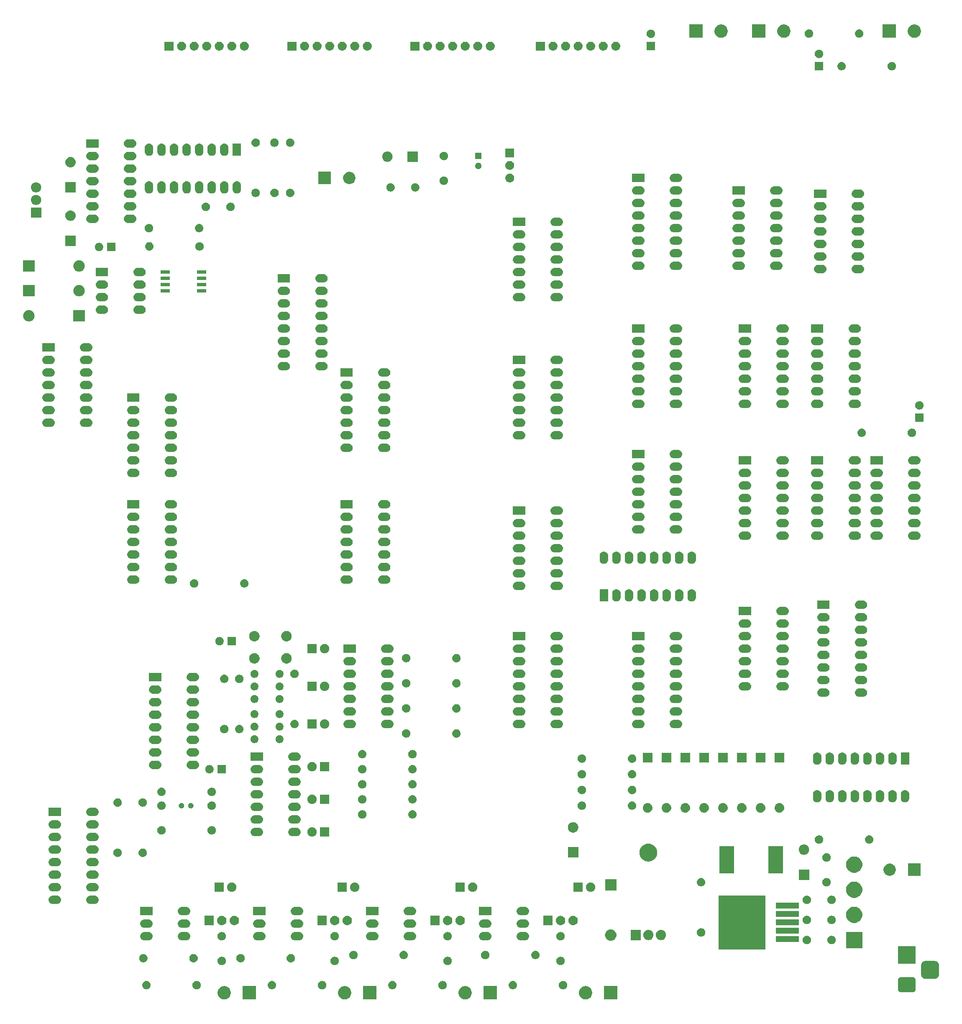
<source format=gbr>
G04 #@! TF.GenerationSoftware,KiCad,Pcbnew,5.0.2-5.fc29*
G04 #@! TF.CreationDate,2020-04-01T19:18:32+03:00*
G04 #@! TF.ProjectId,circuit_design,63697263-7569-4745-9f64-657369676e2e,rev?*
G04 #@! TF.SameCoordinates,Original*
G04 #@! TF.FileFunction,Soldermask,Top*
G04 #@! TF.FilePolarity,Negative*
%FSLAX46Y46*%
G04 Gerber Fmt 4.6, Leading zero omitted, Abs format (unit mm)*
G04 Created by KiCad (PCBNEW 5.0.2-5.fc29) date Wed 01 Apr 2020 07:18:32 PM EEST*
%MOMM*%
%LPD*%
G01*
G04 APERTURE LIST*
%ADD10C,0.100000*%
G04 APERTURE END LIST*
D10*
G36*
X173563000Y-187787000D02*
X170861000Y-187787000D01*
X170861000Y-185085000D01*
X173563000Y-185085000D01*
X173563000Y-187787000D01*
X173563000Y-187787000D01*
G37*
G36*
X167395567Y-185110959D02*
X167526072Y-185136918D01*
X167771939Y-185238759D01*
X167992464Y-185386110D01*
X167993215Y-185386612D01*
X168181388Y-185574785D01*
X168181390Y-185574788D01*
X168329241Y-185796061D01*
X168431082Y-186041928D01*
X168483000Y-186302938D01*
X168483000Y-186569062D01*
X168431082Y-186830072D01*
X168329241Y-187075939D01*
X168181890Y-187296464D01*
X168181388Y-187297215D01*
X167993215Y-187485388D01*
X167993212Y-187485390D01*
X167771939Y-187633241D01*
X167526072Y-187735082D01*
X167395567Y-187761041D01*
X167265063Y-187787000D01*
X166998937Y-187787000D01*
X166868433Y-187761041D01*
X166737928Y-187735082D01*
X166492061Y-187633241D01*
X166270788Y-187485390D01*
X166270785Y-187485388D01*
X166082612Y-187297215D01*
X166082110Y-187296464D01*
X165934759Y-187075939D01*
X165832918Y-186830072D01*
X165781000Y-186569062D01*
X165781000Y-186302938D01*
X165832918Y-186041928D01*
X165934759Y-185796061D01*
X166082610Y-185574788D01*
X166082612Y-185574785D01*
X166270785Y-185386612D01*
X166271536Y-185386110D01*
X166492061Y-185238759D01*
X166737928Y-185136918D01*
X166868433Y-185110959D01*
X166998937Y-185085000D01*
X167265063Y-185085000D01*
X167395567Y-185110959D01*
X167395567Y-185110959D01*
G37*
G36*
X118627567Y-185110959D02*
X118758072Y-185136918D01*
X119003939Y-185238759D01*
X119224464Y-185386110D01*
X119225215Y-185386612D01*
X119413388Y-185574785D01*
X119413390Y-185574788D01*
X119561241Y-185796061D01*
X119663082Y-186041928D01*
X119715000Y-186302938D01*
X119715000Y-186569062D01*
X119663082Y-186830072D01*
X119561241Y-187075939D01*
X119413890Y-187296464D01*
X119413388Y-187297215D01*
X119225215Y-187485388D01*
X119225212Y-187485390D01*
X119003939Y-187633241D01*
X118758072Y-187735082D01*
X118627567Y-187761041D01*
X118497063Y-187787000D01*
X118230937Y-187787000D01*
X118100433Y-187761041D01*
X117969928Y-187735082D01*
X117724061Y-187633241D01*
X117502788Y-187485390D01*
X117502785Y-187485388D01*
X117314612Y-187297215D01*
X117314110Y-187296464D01*
X117166759Y-187075939D01*
X117064918Y-186830072D01*
X117013000Y-186569062D01*
X117013000Y-186302938D01*
X117064918Y-186041928D01*
X117166759Y-185796061D01*
X117314610Y-185574788D01*
X117314612Y-185574785D01*
X117502785Y-185386612D01*
X117503536Y-185386110D01*
X117724061Y-185238759D01*
X117969928Y-185136918D01*
X118100433Y-185110959D01*
X118230937Y-185085000D01*
X118497063Y-185085000D01*
X118627567Y-185110959D01*
X118627567Y-185110959D01*
G37*
G36*
X124795000Y-187787000D02*
X122093000Y-187787000D01*
X122093000Y-185085000D01*
X124795000Y-185085000D01*
X124795000Y-187787000D01*
X124795000Y-187787000D01*
G37*
G36*
X94243567Y-185110959D02*
X94374072Y-185136918D01*
X94619939Y-185238759D01*
X94840464Y-185386110D01*
X94841215Y-185386612D01*
X95029388Y-185574785D01*
X95029390Y-185574788D01*
X95177241Y-185796061D01*
X95279082Y-186041928D01*
X95331000Y-186302938D01*
X95331000Y-186569062D01*
X95279082Y-186830072D01*
X95177241Y-187075939D01*
X95029890Y-187296464D01*
X95029388Y-187297215D01*
X94841215Y-187485388D01*
X94841212Y-187485390D01*
X94619939Y-187633241D01*
X94374072Y-187735082D01*
X94243567Y-187761041D01*
X94113063Y-187787000D01*
X93846937Y-187787000D01*
X93716433Y-187761041D01*
X93585928Y-187735082D01*
X93340061Y-187633241D01*
X93118788Y-187485390D01*
X93118785Y-187485388D01*
X92930612Y-187297215D01*
X92930110Y-187296464D01*
X92782759Y-187075939D01*
X92680918Y-186830072D01*
X92629000Y-186569062D01*
X92629000Y-186302938D01*
X92680918Y-186041928D01*
X92782759Y-185796061D01*
X92930610Y-185574788D01*
X92930612Y-185574785D01*
X93118785Y-185386612D01*
X93119536Y-185386110D01*
X93340061Y-185238759D01*
X93585928Y-185136918D01*
X93716433Y-185110959D01*
X93846937Y-185085000D01*
X94113063Y-185085000D01*
X94243567Y-185110959D01*
X94243567Y-185110959D01*
G37*
G36*
X143011567Y-185110959D02*
X143142072Y-185136918D01*
X143387939Y-185238759D01*
X143608464Y-185386110D01*
X143609215Y-185386612D01*
X143797388Y-185574785D01*
X143797390Y-185574788D01*
X143945241Y-185796061D01*
X144047082Y-186041928D01*
X144099000Y-186302938D01*
X144099000Y-186569062D01*
X144047082Y-186830072D01*
X143945241Y-187075939D01*
X143797890Y-187296464D01*
X143797388Y-187297215D01*
X143609215Y-187485388D01*
X143609212Y-187485390D01*
X143387939Y-187633241D01*
X143142072Y-187735082D01*
X143011567Y-187761041D01*
X142881063Y-187787000D01*
X142614937Y-187787000D01*
X142484433Y-187761041D01*
X142353928Y-187735082D01*
X142108061Y-187633241D01*
X141886788Y-187485390D01*
X141886785Y-187485388D01*
X141698612Y-187297215D01*
X141698110Y-187296464D01*
X141550759Y-187075939D01*
X141448918Y-186830072D01*
X141397000Y-186569062D01*
X141397000Y-186302938D01*
X141448918Y-186041928D01*
X141550759Y-185796061D01*
X141698610Y-185574788D01*
X141698612Y-185574785D01*
X141886785Y-185386612D01*
X141887536Y-185386110D01*
X142108061Y-185238759D01*
X142353928Y-185136918D01*
X142484433Y-185110959D01*
X142614937Y-185085000D01*
X142881063Y-185085000D01*
X143011567Y-185110959D01*
X143011567Y-185110959D01*
G37*
G36*
X100411000Y-187787000D02*
X97709000Y-187787000D01*
X97709000Y-185085000D01*
X100411000Y-185085000D01*
X100411000Y-187787000D01*
X100411000Y-187787000D01*
G37*
G36*
X149179000Y-187787000D02*
X146477000Y-187787000D01*
X146477000Y-185085000D01*
X149179000Y-185085000D01*
X149179000Y-187787000D01*
X149179000Y-187787000D01*
G37*
G36*
X233382978Y-183279293D02*
X233516627Y-183319835D01*
X233639782Y-183385662D01*
X233747739Y-183474261D01*
X233836338Y-183582218D01*
X233902165Y-183705373D01*
X233942707Y-183839022D01*
X233957000Y-183984140D01*
X233957000Y-185647860D01*
X233942707Y-185792978D01*
X233902165Y-185926627D01*
X233836338Y-186049782D01*
X233747739Y-186157739D01*
X233639782Y-186246338D01*
X233516627Y-186312165D01*
X233382978Y-186352707D01*
X233237860Y-186367000D01*
X231074140Y-186367000D01*
X230929022Y-186352707D01*
X230795373Y-186312165D01*
X230672218Y-186246338D01*
X230564261Y-186157739D01*
X230475662Y-186049782D01*
X230409835Y-185926627D01*
X230369293Y-185792978D01*
X230355000Y-185647860D01*
X230355000Y-183984140D01*
X230369293Y-183839022D01*
X230409835Y-183705373D01*
X230475662Y-183582218D01*
X230564261Y-183474261D01*
X230672218Y-183385662D01*
X230795373Y-183319835D01*
X230929022Y-183279293D01*
X231074140Y-183265000D01*
X233237860Y-183265000D01*
X233382978Y-183279293D01*
X233382978Y-183279293D01*
G37*
G36*
X162808228Y-184093703D02*
X162963100Y-184157853D01*
X163102481Y-184250985D01*
X163221015Y-184369519D01*
X163314147Y-184508900D01*
X163378297Y-184663772D01*
X163411000Y-184828184D01*
X163411000Y-184995816D01*
X163378297Y-185160228D01*
X163314147Y-185315100D01*
X163221015Y-185454481D01*
X163102481Y-185573015D01*
X162963100Y-185666147D01*
X162808228Y-185730297D01*
X162643816Y-185763000D01*
X162476184Y-185763000D01*
X162311772Y-185730297D01*
X162156900Y-185666147D01*
X162017519Y-185573015D01*
X161898985Y-185454481D01*
X161805853Y-185315100D01*
X161741703Y-185160228D01*
X161709000Y-184995816D01*
X161709000Y-184828184D01*
X161741703Y-184663772D01*
X161805853Y-184508900D01*
X161898985Y-184369519D01*
X162017519Y-184250985D01*
X162156900Y-184157853D01*
X162311772Y-184093703D01*
X162476184Y-184061000D01*
X162643816Y-184061000D01*
X162808228Y-184093703D01*
X162808228Y-184093703D01*
G37*
G36*
X152566821Y-184073313D02*
X152566824Y-184073314D01*
X152566825Y-184073314D01*
X152727239Y-184121975D01*
X152727241Y-184121976D01*
X152727244Y-184121977D01*
X152875078Y-184200995D01*
X153004659Y-184307341D01*
X153111005Y-184436922D01*
X153190023Y-184584756D01*
X153190024Y-184584759D01*
X153190025Y-184584761D01*
X153238686Y-184745175D01*
X153238687Y-184745179D01*
X153255117Y-184912000D01*
X153238687Y-185078821D01*
X153238686Y-185078824D01*
X153238686Y-185078825D01*
X153190171Y-185238759D01*
X153190023Y-185239244D01*
X153111005Y-185387078D01*
X153004659Y-185516659D01*
X152875078Y-185623005D01*
X152727244Y-185702023D01*
X152727241Y-185702024D01*
X152727239Y-185702025D01*
X152566825Y-185750686D01*
X152566824Y-185750686D01*
X152566821Y-185750687D01*
X152441804Y-185763000D01*
X152358196Y-185763000D01*
X152233179Y-185750687D01*
X152233176Y-185750686D01*
X152233175Y-185750686D01*
X152072761Y-185702025D01*
X152072759Y-185702024D01*
X152072756Y-185702023D01*
X151924922Y-185623005D01*
X151795341Y-185516659D01*
X151688995Y-185387078D01*
X151609977Y-185239244D01*
X151609830Y-185238759D01*
X151561314Y-185078825D01*
X151561314Y-185078824D01*
X151561313Y-185078821D01*
X151544883Y-184912000D01*
X151561313Y-184745179D01*
X151561314Y-184745175D01*
X151609975Y-184584761D01*
X151609976Y-184584759D01*
X151609977Y-184584756D01*
X151688995Y-184436922D01*
X151795341Y-184307341D01*
X151924922Y-184200995D01*
X152072756Y-184121977D01*
X152072759Y-184121976D01*
X152072761Y-184121975D01*
X152233175Y-184073314D01*
X152233176Y-184073314D01*
X152233179Y-184073313D01*
X152358196Y-184061000D01*
X152441804Y-184061000D01*
X152566821Y-184073313D01*
X152566821Y-184073313D01*
G37*
G36*
X78398821Y-184073313D02*
X78398824Y-184073314D01*
X78398825Y-184073314D01*
X78559239Y-184121975D01*
X78559241Y-184121976D01*
X78559244Y-184121977D01*
X78707078Y-184200995D01*
X78836659Y-184307341D01*
X78943005Y-184436922D01*
X79022023Y-184584756D01*
X79022024Y-184584759D01*
X79022025Y-184584761D01*
X79070686Y-184745175D01*
X79070687Y-184745179D01*
X79087117Y-184912000D01*
X79070687Y-185078821D01*
X79070686Y-185078824D01*
X79070686Y-185078825D01*
X79022171Y-185238759D01*
X79022023Y-185239244D01*
X78943005Y-185387078D01*
X78836659Y-185516659D01*
X78707078Y-185623005D01*
X78559244Y-185702023D01*
X78559241Y-185702024D01*
X78559239Y-185702025D01*
X78398825Y-185750686D01*
X78398824Y-185750686D01*
X78398821Y-185750687D01*
X78273804Y-185763000D01*
X78190196Y-185763000D01*
X78065179Y-185750687D01*
X78065176Y-185750686D01*
X78065175Y-185750686D01*
X77904761Y-185702025D01*
X77904759Y-185702024D01*
X77904756Y-185702023D01*
X77756922Y-185623005D01*
X77627341Y-185516659D01*
X77520995Y-185387078D01*
X77441977Y-185239244D01*
X77441830Y-185238759D01*
X77393314Y-185078825D01*
X77393314Y-185078824D01*
X77393313Y-185078821D01*
X77376883Y-184912000D01*
X77393313Y-184745179D01*
X77393314Y-184745175D01*
X77441975Y-184584761D01*
X77441976Y-184584759D01*
X77441977Y-184584756D01*
X77520995Y-184436922D01*
X77627341Y-184307341D01*
X77756922Y-184200995D01*
X77904756Y-184121977D01*
X77904759Y-184121976D01*
X77904761Y-184121975D01*
X78065175Y-184073314D01*
X78065176Y-184073314D01*
X78065179Y-184073313D01*
X78190196Y-184061000D01*
X78273804Y-184061000D01*
X78398821Y-184073313D01*
X78398821Y-184073313D01*
G37*
G36*
X88640228Y-184093703D02*
X88795100Y-184157853D01*
X88934481Y-184250985D01*
X89053015Y-184369519D01*
X89146147Y-184508900D01*
X89210297Y-184663772D01*
X89243000Y-184828184D01*
X89243000Y-184995816D01*
X89210297Y-185160228D01*
X89146147Y-185315100D01*
X89053015Y-185454481D01*
X88934481Y-185573015D01*
X88795100Y-185666147D01*
X88640228Y-185730297D01*
X88475816Y-185763000D01*
X88308184Y-185763000D01*
X88143772Y-185730297D01*
X87988900Y-185666147D01*
X87849519Y-185573015D01*
X87730985Y-185454481D01*
X87637853Y-185315100D01*
X87573703Y-185160228D01*
X87541000Y-184995816D01*
X87541000Y-184828184D01*
X87573703Y-184663772D01*
X87637853Y-184508900D01*
X87730985Y-184369519D01*
X87849519Y-184250985D01*
X87988900Y-184157853D01*
X88143772Y-184093703D01*
X88308184Y-184061000D01*
X88475816Y-184061000D01*
X88640228Y-184093703D01*
X88640228Y-184093703D01*
G37*
G36*
X103798821Y-184073313D02*
X103798824Y-184073314D01*
X103798825Y-184073314D01*
X103959239Y-184121975D01*
X103959241Y-184121976D01*
X103959244Y-184121977D01*
X104107078Y-184200995D01*
X104236659Y-184307341D01*
X104343005Y-184436922D01*
X104422023Y-184584756D01*
X104422024Y-184584759D01*
X104422025Y-184584761D01*
X104470686Y-184745175D01*
X104470687Y-184745179D01*
X104487117Y-184912000D01*
X104470687Y-185078821D01*
X104470686Y-185078824D01*
X104470686Y-185078825D01*
X104422171Y-185238759D01*
X104422023Y-185239244D01*
X104343005Y-185387078D01*
X104236659Y-185516659D01*
X104107078Y-185623005D01*
X103959244Y-185702023D01*
X103959241Y-185702024D01*
X103959239Y-185702025D01*
X103798825Y-185750686D01*
X103798824Y-185750686D01*
X103798821Y-185750687D01*
X103673804Y-185763000D01*
X103590196Y-185763000D01*
X103465179Y-185750687D01*
X103465176Y-185750686D01*
X103465175Y-185750686D01*
X103304761Y-185702025D01*
X103304759Y-185702024D01*
X103304756Y-185702023D01*
X103156922Y-185623005D01*
X103027341Y-185516659D01*
X102920995Y-185387078D01*
X102841977Y-185239244D01*
X102841830Y-185238759D01*
X102793314Y-185078825D01*
X102793314Y-185078824D01*
X102793313Y-185078821D01*
X102776883Y-184912000D01*
X102793313Y-184745179D01*
X102793314Y-184745175D01*
X102841975Y-184584761D01*
X102841976Y-184584759D01*
X102841977Y-184584756D01*
X102920995Y-184436922D01*
X103027341Y-184307341D01*
X103156922Y-184200995D01*
X103304756Y-184121977D01*
X103304759Y-184121976D01*
X103304761Y-184121975D01*
X103465175Y-184073314D01*
X103465176Y-184073314D01*
X103465179Y-184073313D01*
X103590196Y-184061000D01*
X103673804Y-184061000D01*
X103798821Y-184073313D01*
X103798821Y-184073313D01*
G37*
G36*
X128182821Y-184073313D02*
X128182824Y-184073314D01*
X128182825Y-184073314D01*
X128343239Y-184121975D01*
X128343241Y-184121976D01*
X128343244Y-184121977D01*
X128491078Y-184200995D01*
X128620659Y-184307341D01*
X128727005Y-184436922D01*
X128806023Y-184584756D01*
X128806024Y-184584759D01*
X128806025Y-184584761D01*
X128854686Y-184745175D01*
X128854687Y-184745179D01*
X128871117Y-184912000D01*
X128854687Y-185078821D01*
X128854686Y-185078824D01*
X128854686Y-185078825D01*
X128806171Y-185238759D01*
X128806023Y-185239244D01*
X128727005Y-185387078D01*
X128620659Y-185516659D01*
X128491078Y-185623005D01*
X128343244Y-185702023D01*
X128343241Y-185702024D01*
X128343239Y-185702025D01*
X128182825Y-185750686D01*
X128182824Y-185750686D01*
X128182821Y-185750687D01*
X128057804Y-185763000D01*
X127974196Y-185763000D01*
X127849179Y-185750687D01*
X127849176Y-185750686D01*
X127849175Y-185750686D01*
X127688761Y-185702025D01*
X127688759Y-185702024D01*
X127688756Y-185702023D01*
X127540922Y-185623005D01*
X127411341Y-185516659D01*
X127304995Y-185387078D01*
X127225977Y-185239244D01*
X127225830Y-185238759D01*
X127177314Y-185078825D01*
X127177314Y-185078824D01*
X127177313Y-185078821D01*
X127160883Y-184912000D01*
X127177313Y-184745179D01*
X127177314Y-184745175D01*
X127225975Y-184584761D01*
X127225976Y-184584759D01*
X127225977Y-184584756D01*
X127304995Y-184436922D01*
X127411341Y-184307341D01*
X127540922Y-184200995D01*
X127688756Y-184121977D01*
X127688759Y-184121976D01*
X127688761Y-184121975D01*
X127849175Y-184073314D01*
X127849176Y-184073314D01*
X127849179Y-184073313D01*
X127974196Y-184061000D01*
X128057804Y-184061000D01*
X128182821Y-184073313D01*
X128182821Y-184073313D01*
G37*
G36*
X138424228Y-184093703D02*
X138579100Y-184157853D01*
X138718481Y-184250985D01*
X138837015Y-184369519D01*
X138930147Y-184508900D01*
X138994297Y-184663772D01*
X139027000Y-184828184D01*
X139027000Y-184995816D01*
X138994297Y-185160228D01*
X138930147Y-185315100D01*
X138837015Y-185454481D01*
X138718481Y-185573015D01*
X138579100Y-185666147D01*
X138424228Y-185730297D01*
X138259816Y-185763000D01*
X138092184Y-185763000D01*
X137927772Y-185730297D01*
X137772900Y-185666147D01*
X137633519Y-185573015D01*
X137514985Y-185454481D01*
X137421853Y-185315100D01*
X137357703Y-185160228D01*
X137325000Y-184995816D01*
X137325000Y-184828184D01*
X137357703Y-184663772D01*
X137421853Y-184508900D01*
X137514985Y-184369519D01*
X137633519Y-184250985D01*
X137772900Y-184157853D01*
X137927772Y-184093703D01*
X138092184Y-184061000D01*
X138259816Y-184061000D01*
X138424228Y-184093703D01*
X138424228Y-184093703D01*
G37*
G36*
X114040228Y-184093703D02*
X114195100Y-184157853D01*
X114334481Y-184250985D01*
X114453015Y-184369519D01*
X114546147Y-184508900D01*
X114610297Y-184663772D01*
X114643000Y-184828184D01*
X114643000Y-184995816D01*
X114610297Y-185160228D01*
X114546147Y-185315100D01*
X114453015Y-185454481D01*
X114334481Y-185573015D01*
X114195100Y-185666147D01*
X114040228Y-185730297D01*
X113875816Y-185763000D01*
X113708184Y-185763000D01*
X113543772Y-185730297D01*
X113388900Y-185666147D01*
X113249519Y-185573015D01*
X113130985Y-185454481D01*
X113037853Y-185315100D01*
X112973703Y-185160228D01*
X112941000Y-184995816D01*
X112941000Y-184828184D01*
X112973703Y-184663772D01*
X113037853Y-184508900D01*
X113130985Y-184369519D01*
X113249519Y-184250985D01*
X113388900Y-184157853D01*
X113543772Y-184093703D01*
X113708184Y-184061000D01*
X113875816Y-184061000D01*
X114040228Y-184093703D01*
X114040228Y-184093703D01*
G37*
G36*
X237982366Y-180031695D02*
X238139458Y-180079348D01*
X238284230Y-180156731D01*
X238411128Y-180260872D01*
X238515269Y-180387770D01*
X238592652Y-180532542D01*
X238640305Y-180689634D01*
X238657000Y-180859140D01*
X238657000Y-182772860D01*
X238640305Y-182942366D01*
X238592652Y-183099458D01*
X238515269Y-183244230D01*
X238411128Y-183371128D01*
X238284230Y-183475269D01*
X238139458Y-183552652D01*
X237982366Y-183600305D01*
X237812860Y-183617000D01*
X235899140Y-183617000D01*
X235729634Y-183600305D01*
X235572542Y-183552652D01*
X235427770Y-183475269D01*
X235300872Y-183371128D01*
X235196731Y-183244230D01*
X235119348Y-183099458D01*
X235071695Y-182942366D01*
X235055000Y-182772860D01*
X235055000Y-180859140D01*
X235071695Y-180689634D01*
X235119348Y-180532542D01*
X235196731Y-180387770D01*
X235300872Y-180260872D01*
X235427770Y-180156731D01*
X235572542Y-180079348D01*
X235729634Y-180031695D01*
X235899140Y-180015000D01*
X237812860Y-180015000D01*
X237982366Y-180031695D01*
X237982366Y-180031695D01*
G37*
G36*
X116580228Y-179187703D02*
X116735100Y-179251853D01*
X116874481Y-179344985D01*
X116993015Y-179463519D01*
X117086147Y-179602900D01*
X117150297Y-179757772D01*
X117183000Y-179922184D01*
X117183000Y-180089816D01*
X117150297Y-180254228D01*
X117086147Y-180409100D01*
X116993015Y-180548481D01*
X116874481Y-180667015D01*
X116735100Y-180760147D01*
X116580228Y-180824297D01*
X116415816Y-180857000D01*
X116248184Y-180857000D01*
X116083772Y-180824297D01*
X115928900Y-180760147D01*
X115789519Y-180667015D01*
X115670985Y-180548481D01*
X115577853Y-180409100D01*
X115513703Y-180254228D01*
X115481000Y-180089816D01*
X115481000Y-179922184D01*
X115513703Y-179757772D01*
X115577853Y-179602900D01*
X115670985Y-179463519D01*
X115789519Y-179344985D01*
X115928900Y-179251853D01*
X116083772Y-179187703D01*
X116248184Y-179155000D01*
X116415816Y-179155000D01*
X116580228Y-179187703D01*
X116580228Y-179187703D01*
G37*
G36*
X162300228Y-179187703D02*
X162455100Y-179251853D01*
X162594481Y-179344985D01*
X162713015Y-179463519D01*
X162806147Y-179602900D01*
X162870297Y-179757772D01*
X162903000Y-179922184D01*
X162903000Y-180089816D01*
X162870297Y-180254228D01*
X162806147Y-180409100D01*
X162713015Y-180548481D01*
X162594481Y-180667015D01*
X162455100Y-180760147D01*
X162300228Y-180824297D01*
X162135816Y-180857000D01*
X161968184Y-180857000D01*
X161803772Y-180824297D01*
X161648900Y-180760147D01*
X161509519Y-180667015D01*
X161390985Y-180548481D01*
X161297853Y-180409100D01*
X161233703Y-180254228D01*
X161201000Y-180089816D01*
X161201000Y-179922184D01*
X161233703Y-179757772D01*
X161297853Y-179602900D01*
X161390985Y-179463519D01*
X161509519Y-179344985D01*
X161648900Y-179251853D01*
X161803772Y-179187703D01*
X161968184Y-179155000D01*
X162135816Y-179155000D01*
X162300228Y-179187703D01*
X162300228Y-179187703D01*
G37*
G36*
X139440228Y-179187703D02*
X139595100Y-179251853D01*
X139734481Y-179344985D01*
X139853015Y-179463519D01*
X139946147Y-179602900D01*
X140010297Y-179757772D01*
X140043000Y-179922184D01*
X140043000Y-180089816D01*
X140010297Y-180254228D01*
X139946147Y-180409100D01*
X139853015Y-180548481D01*
X139734481Y-180667015D01*
X139595100Y-180760147D01*
X139440228Y-180824297D01*
X139275816Y-180857000D01*
X139108184Y-180857000D01*
X138943772Y-180824297D01*
X138788900Y-180760147D01*
X138649519Y-180667015D01*
X138530985Y-180548481D01*
X138437853Y-180409100D01*
X138373703Y-180254228D01*
X138341000Y-180089816D01*
X138341000Y-179922184D01*
X138373703Y-179757772D01*
X138437853Y-179602900D01*
X138530985Y-179463519D01*
X138649519Y-179344985D01*
X138788900Y-179251853D01*
X138943772Y-179187703D01*
X139108184Y-179155000D01*
X139275816Y-179155000D01*
X139440228Y-179187703D01*
X139440228Y-179187703D01*
G37*
G36*
X93720228Y-179187703D02*
X93875100Y-179251853D01*
X94014481Y-179344985D01*
X94133015Y-179463519D01*
X94226147Y-179602900D01*
X94290297Y-179757772D01*
X94323000Y-179922184D01*
X94323000Y-180089816D01*
X94290297Y-180254228D01*
X94226147Y-180409100D01*
X94133015Y-180548481D01*
X94014481Y-180667015D01*
X93875100Y-180760147D01*
X93720228Y-180824297D01*
X93555816Y-180857000D01*
X93388184Y-180857000D01*
X93223772Y-180824297D01*
X93068900Y-180760147D01*
X92929519Y-180667015D01*
X92810985Y-180548481D01*
X92717853Y-180409100D01*
X92653703Y-180254228D01*
X92621000Y-180089816D01*
X92621000Y-179922184D01*
X92653703Y-179757772D01*
X92717853Y-179602900D01*
X92810985Y-179463519D01*
X92929519Y-179344985D01*
X93068900Y-179251853D01*
X93223772Y-179187703D01*
X93388184Y-179155000D01*
X93555816Y-179155000D01*
X93720228Y-179187703D01*
X93720228Y-179187703D01*
G37*
G36*
X233957000Y-180617000D02*
X230355000Y-180617000D01*
X230355000Y-177015000D01*
X233957000Y-177015000D01*
X233957000Y-180617000D01*
X233957000Y-180617000D01*
G37*
G36*
X97530228Y-178632703D02*
X97685100Y-178696853D01*
X97824481Y-178789985D01*
X97943015Y-178908519D01*
X98036147Y-179047900D01*
X98100297Y-179202772D01*
X98133000Y-179367184D01*
X98133000Y-179534816D01*
X98100297Y-179699228D01*
X98036147Y-179854100D01*
X97943015Y-179993481D01*
X97824481Y-180112015D01*
X97685100Y-180205147D01*
X97530228Y-180269297D01*
X97365816Y-180302000D01*
X97198184Y-180302000D01*
X97033772Y-180269297D01*
X96878900Y-180205147D01*
X96739519Y-180112015D01*
X96620985Y-179993481D01*
X96527853Y-179854100D01*
X96463703Y-179699228D01*
X96431000Y-179534816D01*
X96431000Y-179367184D01*
X96463703Y-179202772D01*
X96527853Y-179047900D01*
X96620985Y-178908519D01*
X96739519Y-178789985D01*
X96878900Y-178696853D01*
X97033772Y-178632703D01*
X97198184Y-178600000D01*
X97365816Y-178600000D01*
X97530228Y-178632703D01*
X97530228Y-178632703D01*
G37*
G36*
X77845228Y-178632703D02*
X78000100Y-178696853D01*
X78139481Y-178789985D01*
X78258015Y-178908519D01*
X78351147Y-179047900D01*
X78415297Y-179202772D01*
X78448000Y-179367184D01*
X78448000Y-179534816D01*
X78415297Y-179699228D01*
X78351147Y-179854100D01*
X78258015Y-179993481D01*
X78139481Y-180112015D01*
X78000100Y-180205147D01*
X77845228Y-180269297D01*
X77680816Y-180302000D01*
X77513184Y-180302000D01*
X77348772Y-180269297D01*
X77193900Y-180205147D01*
X77054519Y-180112015D01*
X76935985Y-179993481D01*
X76842853Y-179854100D01*
X76778703Y-179699228D01*
X76746000Y-179534816D01*
X76746000Y-179367184D01*
X76778703Y-179202772D01*
X76842853Y-179047900D01*
X76935985Y-178908519D01*
X77054519Y-178789985D01*
X77193900Y-178696853D01*
X77348772Y-178632703D01*
X77513184Y-178600000D01*
X77680816Y-178600000D01*
X77845228Y-178632703D01*
X77845228Y-178632703D01*
G37*
G36*
X87923821Y-178612313D02*
X87923824Y-178612314D01*
X87923825Y-178612314D01*
X88084239Y-178660975D01*
X88084241Y-178660976D01*
X88084244Y-178660977D01*
X88232078Y-178739995D01*
X88361659Y-178846341D01*
X88468005Y-178975922D01*
X88547023Y-179123756D01*
X88547024Y-179123759D01*
X88547025Y-179123761D01*
X88595686Y-179284175D01*
X88595687Y-179284179D01*
X88612117Y-179451000D01*
X88595687Y-179617821D01*
X88595686Y-179617824D01*
X88595686Y-179617825D01*
X88553234Y-179757772D01*
X88547023Y-179778244D01*
X88468005Y-179926078D01*
X88361659Y-180055659D01*
X88232078Y-180162005D01*
X88084244Y-180241023D01*
X88084241Y-180241024D01*
X88084239Y-180241025D01*
X87923825Y-180289686D01*
X87923824Y-180289686D01*
X87923821Y-180289687D01*
X87798804Y-180302000D01*
X87715196Y-180302000D01*
X87590179Y-180289687D01*
X87590176Y-180289686D01*
X87590175Y-180289686D01*
X87429761Y-180241025D01*
X87429759Y-180241024D01*
X87429756Y-180241023D01*
X87281922Y-180162005D01*
X87152341Y-180055659D01*
X87045995Y-179926078D01*
X86966977Y-179778244D01*
X86960767Y-179757772D01*
X86918314Y-179617825D01*
X86918314Y-179617824D01*
X86918313Y-179617821D01*
X86901883Y-179451000D01*
X86918313Y-179284179D01*
X86918314Y-179284175D01*
X86966975Y-179123761D01*
X86966976Y-179123759D01*
X86966977Y-179123756D01*
X87045995Y-178975922D01*
X87152341Y-178846341D01*
X87281922Y-178739995D01*
X87429756Y-178660977D01*
X87429759Y-178660976D01*
X87429761Y-178660975D01*
X87590175Y-178612314D01*
X87590176Y-178612314D01*
X87590179Y-178612313D01*
X87715196Y-178600000D01*
X87798804Y-178600000D01*
X87923821Y-178612313D01*
X87923821Y-178612313D01*
G37*
G36*
X107608821Y-178612313D02*
X107608824Y-178612314D01*
X107608825Y-178612314D01*
X107769239Y-178660975D01*
X107769241Y-178660976D01*
X107769244Y-178660977D01*
X107917078Y-178739995D01*
X108046659Y-178846341D01*
X108153005Y-178975922D01*
X108232023Y-179123756D01*
X108232024Y-179123759D01*
X108232025Y-179123761D01*
X108280686Y-179284175D01*
X108280687Y-179284179D01*
X108297117Y-179451000D01*
X108280687Y-179617821D01*
X108280686Y-179617824D01*
X108280686Y-179617825D01*
X108238234Y-179757772D01*
X108232023Y-179778244D01*
X108153005Y-179926078D01*
X108046659Y-180055659D01*
X107917078Y-180162005D01*
X107769244Y-180241023D01*
X107769241Y-180241024D01*
X107769239Y-180241025D01*
X107608825Y-180289686D01*
X107608824Y-180289686D01*
X107608821Y-180289687D01*
X107483804Y-180302000D01*
X107400196Y-180302000D01*
X107275179Y-180289687D01*
X107275176Y-180289686D01*
X107275175Y-180289686D01*
X107114761Y-180241025D01*
X107114759Y-180241024D01*
X107114756Y-180241023D01*
X106966922Y-180162005D01*
X106837341Y-180055659D01*
X106730995Y-179926078D01*
X106651977Y-179778244D01*
X106645767Y-179757772D01*
X106603314Y-179617825D01*
X106603314Y-179617824D01*
X106603313Y-179617821D01*
X106586883Y-179451000D01*
X106603313Y-179284179D01*
X106603314Y-179284175D01*
X106651975Y-179123761D01*
X106651976Y-179123759D01*
X106651977Y-179123756D01*
X106730995Y-178975922D01*
X106837341Y-178846341D01*
X106966922Y-178739995D01*
X107114756Y-178660977D01*
X107114759Y-178660976D01*
X107114761Y-178660975D01*
X107275175Y-178612314D01*
X107275176Y-178612314D01*
X107275179Y-178612313D01*
X107400196Y-178600000D01*
X107483804Y-178600000D01*
X107608821Y-178612313D01*
X107608821Y-178612313D01*
G37*
G36*
X157138821Y-177977313D02*
X157138824Y-177977314D01*
X157138825Y-177977314D01*
X157299239Y-178025975D01*
X157299241Y-178025976D01*
X157299244Y-178025977D01*
X157447078Y-178104995D01*
X157576659Y-178211341D01*
X157683005Y-178340922D01*
X157762023Y-178488756D01*
X157762024Y-178488759D01*
X157762025Y-178488761D01*
X157810686Y-178649175D01*
X157810687Y-178649179D01*
X157827117Y-178816000D01*
X157810687Y-178982821D01*
X157810686Y-178982824D01*
X157810686Y-178982825D01*
X157767934Y-179123761D01*
X157762023Y-179143244D01*
X157683005Y-179291078D01*
X157576659Y-179420659D01*
X157447078Y-179527005D01*
X157299244Y-179606023D01*
X157299241Y-179606024D01*
X157299239Y-179606025D01*
X157138825Y-179654686D01*
X157138824Y-179654686D01*
X157138821Y-179654687D01*
X157013804Y-179667000D01*
X156930196Y-179667000D01*
X156805179Y-179654687D01*
X156805176Y-179654686D01*
X156805175Y-179654686D01*
X156644761Y-179606025D01*
X156644759Y-179606024D01*
X156644756Y-179606023D01*
X156496922Y-179527005D01*
X156367341Y-179420659D01*
X156260995Y-179291078D01*
X156181977Y-179143244D01*
X156176067Y-179123761D01*
X156133314Y-178982825D01*
X156133314Y-178982824D01*
X156133313Y-178982821D01*
X156116883Y-178816000D01*
X156133313Y-178649179D01*
X156133314Y-178649175D01*
X156181975Y-178488761D01*
X156181976Y-178488759D01*
X156181977Y-178488756D01*
X156260995Y-178340922D01*
X156367341Y-178211341D01*
X156496922Y-178104995D01*
X156644756Y-178025977D01*
X156644759Y-178025976D01*
X156644761Y-178025975D01*
X156805175Y-177977314D01*
X156805176Y-177977314D01*
X156805179Y-177977313D01*
X156930196Y-177965000D01*
X157013804Y-177965000D01*
X157138821Y-177977313D01*
X157138821Y-177977313D01*
G37*
G36*
X120390228Y-177997703D02*
X120545100Y-178061853D01*
X120684481Y-178154985D01*
X120803015Y-178273519D01*
X120896147Y-178412900D01*
X120960297Y-178567772D01*
X120993000Y-178732184D01*
X120993000Y-178899816D01*
X120960297Y-179064228D01*
X120896147Y-179219100D01*
X120803015Y-179358481D01*
X120684481Y-179477015D01*
X120545100Y-179570147D01*
X120390228Y-179634297D01*
X120225816Y-179667000D01*
X120058184Y-179667000D01*
X119893772Y-179634297D01*
X119738900Y-179570147D01*
X119599519Y-179477015D01*
X119480985Y-179358481D01*
X119387853Y-179219100D01*
X119323703Y-179064228D01*
X119291000Y-178899816D01*
X119291000Y-178732184D01*
X119323703Y-178567772D01*
X119387853Y-178412900D01*
X119480985Y-178273519D01*
X119599519Y-178154985D01*
X119738900Y-178061853D01*
X119893772Y-177997703D01*
X120058184Y-177965000D01*
X120225816Y-177965000D01*
X120390228Y-177997703D01*
X120390228Y-177997703D01*
G37*
G36*
X147060228Y-177997703D02*
X147215100Y-178061853D01*
X147354481Y-178154985D01*
X147473015Y-178273519D01*
X147566147Y-178412900D01*
X147630297Y-178567772D01*
X147663000Y-178732184D01*
X147663000Y-178899816D01*
X147630297Y-179064228D01*
X147566147Y-179219100D01*
X147473015Y-179358481D01*
X147354481Y-179477015D01*
X147215100Y-179570147D01*
X147060228Y-179634297D01*
X146895816Y-179667000D01*
X146728184Y-179667000D01*
X146563772Y-179634297D01*
X146408900Y-179570147D01*
X146269519Y-179477015D01*
X146150985Y-179358481D01*
X146057853Y-179219100D01*
X145993703Y-179064228D01*
X145961000Y-178899816D01*
X145961000Y-178732184D01*
X145993703Y-178567772D01*
X146057853Y-178412900D01*
X146150985Y-178273519D01*
X146269519Y-178154985D01*
X146408900Y-178061853D01*
X146563772Y-177997703D01*
X146728184Y-177965000D01*
X146895816Y-177965000D01*
X147060228Y-177997703D01*
X147060228Y-177997703D01*
G37*
G36*
X130468821Y-177977313D02*
X130468824Y-177977314D01*
X130468825Y-177977314D01*
X130629239Y-178025975D01*
X130629241Y-178025976D01*
X130629244Y-178025977D01*
X130777078Y-178104995D01*
X130906659Y-178211341D01*
X131013005Y-178340922D01*
X131092023Y-178488756D01*
X131092024Y-178488759D01*
X131092025Y-178488761D01*
X131140686Y-178649175D01*
X131140687Y-178649179D01*
X131157117Y-178816000D01*
X131140687Y-178982821D01*
X131140686Y-178982824D01*
X131140686Y-178982825D01*
X131097934Y-179123761D01*
X131092023Y-179143244D01*
X131013005Y-179291078D01*
X130906659Y-179420659D01*
X130777078Y-179527005D01*
X130629244Y-179606023D01*
X130629241Y-179606024D01*
X130629239Y-179606025D01*
X130468825Y-179654686D01*
X130468824Y-179654686D01*
X130468821Y-179654687D01*
X130343804Y-179667000D01*
X130260196Y-179667000D01*
X130135179Y-179654687D01*
X130135176Y-179654686D01*
X130135175Y-179654686D01*
X129974761Y-179606025D01*
X129974759Y-179606024D01*
X129974756Y-179606023D01*
X129826922Y-179527005D01*
X129697341Y-179420659D01*
X129590995Y-179291078D01*
X129511977Y-179143244D01*
X129506067Y-179123761D01*
X129463314Y-178982825D01*
X129463314Y-178982824D01*
X129463313Y-178982821D01*
X129446883Y-178816000D01*
X129463313Y-178649179D01*
X129463314Y-178649175D01*
X129511975Y-178488761D01*
X129511976Y-178488759D01*
X129511977Y-178488756D01*
X129590995Y-178340922D01*
X129697341Y-178211341D01*
X129826922Y-178104995D01*
X129974756Y-178025977D01*
X129974759Y-178025976D01*
X129974761Y-178025975D01*
X130135175Y-177977314D01*
X130135176Y-177977314D01*
X130135179Y-177977313D01*
X130260196Y-177965000D01*
X130343804Y-177965000D01*
X130468821Y-177977313D01*
X130468821Y-177977313D01*
G37*
G36*
X203560000Y-177663000D02*
X194058000Y-177663000D01*
X194058000Y-166761000D01*
X203560000Y-166761000D01*
X203560000Y-177663000D01*
X203560000Y-177663000D01*
G37*
G36*
X223139000Y-177419000D02*
X219837000Y-177419000D01*
X219837000Y-174117000D01*
X223139000Y-174117000D01*
X223139000Y-177419000D01*
X223139000Y-177419000D01*
G37*
G36*
X217164228Y-174949703D02*
X217319100Y-175013853D01*
X217458481Y-175106985D01*
X217577015Y-175225519D01*
X217670147Y-175364900D01*
X217734297Y-175519772D01*
X217767000Y-175684184D01*
X217767000Y-175851816D01*
X217734297Y-176016228D01*
X217670147Y-176171100D01*
X217577015Y-176310481D01*
X217458481Y-176429015D01*
X217319100Y-176522147D01*
X217164228Y-176586297D01*
X216999816Y-176619000D01*
X216832184Y-176619000D01*
X216667772Y-176586297D01*
X216512900Y-176522147D01*
X216373519Y-176429015D01*
X216254985Y-176310481D01*
X216161853Y-176171100D01*
X216097703Y-176016228D01*
X216065000Y-175851816D01*
X216065000Y-175684184D01*
X216097703Y-175519772D01*
X216161853Y-175364900D01*
X216254985Y-175225519D01*
X216373519Y-175106985D01*
X216512900Y-175013853D01*
X216667772Y-174949703D01*
X216832184Y-174917000D01*
X216999816Y-174917000D01*
X217164228Y-174949703D01*
X217164228Y-174949703D01*
G37*
G36*
X212164228Y-174949703D02*
X212319100Y-175013853D01*
X212458481Y-175106985D01*
X212577015Y-175225519D01*
X212670147Y-175364900D01*
X212734297Y-175519772D01*
X212767000Y-175684184D01*
X212767000Y-175851816D01*
X212734297Y-176016228D01*
X212670147Y-176171100D01*
X212577015Y-176310481D01*
X212458481Y-176429015D01*
X212319100Y-176522147D01*
X212164228Y-176586297D01*
X211999816Y-176619000D01*
X211832184Y-176619000D01*
X211667772Y-176586297D01*
X211512900Y-176522147D01*
X211373519Y-176429015D01*
X211254985Y-176310481D01*
X211161853Y-176171100D01*
X211097703Y-176016228D01*
X211065000Y-175851816D01*
X211065000Y-175684184D01*
X211097703Y-175519772D01*
X211161853Y-175364900D01*
X211254985Y-175225519D01*
X211373519Y-175106985D01*
X211512900Y-175013853D01*
X211667772Y-174949703D01*
X211832184Y-174917000D01*
X211999816Y-174917000D01*
X212164228Y-174949703D01*
X212164228Y-174949703D01*
G37*
G36*
X210310000Y-176213000D02*
X205608000Y-176213000D01*
X205608000Y-175011000D01*
X210310000Y-175011000D01*
X210310000Y-176213000D01*
X210310000Y-176213000D01*
G37*
G36*
X172336180Y-173607662D02*
X172437635Y-173617654D01*
X172654600Y-173683470D01*
X172654602Y-173683471D01*
X172654605Y-173683472D01*
X172854556Y-173790347D01*
X173029818Y-173934182D01*
X173173653Y-174109444D01*
X173280528Y-174309395D01*
X173280529Y-174309398D01*
X173280530Y-174309400D01*
X173346346Y-174526365D01*
X173368569Y-174752000D01*
X173346346Y-174977635D01*
X173283325Y-175185385D01*
X173280528Y-175194605D01*
X173173653Y-175394556D01*
X173029818Y-175569818D01*
X172854556Y-175713653D01*
X172654605Y-175820528D01*
X172654602Y-175820529D01*
X172654600Y-175820530D01*
X172437635Y-175886346D01*
X172336180Y-175896338D01*
X172268545Y-175903000D01*
X172155455Y-175903000D01*
X172087820Y-175896338D01*
X171986365Y-175886346D01*
X171769400Y-175820530D01*
X171769398Y-175820529D01*
X171769395Y-175820528D01*
X171569444Y-175713653D01*
X171394182Y-175569818D01*
X171250347Y-175394556D01*
X171143472Y-175194605D01*
X171140675Y-175185385D01*
X171077654Y-174977635D01*
X171055431Y-174752000D01*
X171077654Y-174526365D01*
X171143470Y-174309400D01*
X171143471Y-174309398D01*
X171143472Y-174309395D01*
X171250347Y-174109444D01*
X171394182Y-173934182D01*
X171569444Y-173790347D01*
X171769395Y-173683472D01*
X171769398Y-173683471D01*
X171769400Y-173683470D01*
X171986365Y-173617654D01*
X172087820Y-173607662D01*
X172155455Y-173601000D01*
X172268545Y-173601000D01*
X172336180Y-173607662D01*
X172336180Y-173607662D01*
G37*
G36*
X86418821Y-174167313D02*
X86418824Y-174167314D01*
X86418825Y-174167314D01*
X86579239Y-174215975D01*
X86579241Y-174215976D01*
X86579244Y-174215977D01*
X86727078Y-174294995D01*
X86856659Y-174401341D01*
X86963005Y-174530922D01*
X87042023Y-174678756D01*
X87042024Y-174678759D01*
X87042025Y-174678761D01*
X87074701Y-174786481D01*
X87090687Y-174839179D01*
X87107117Y-175006000D01*
X87090687Y-175172821D01*
X87090686Y-175172824D01*
X87090686Y-175172825D01*
X87065993Y-175254228D01*
X87042023Y-175333244D01*
X86963005Y-175481078D01*
X86856659Y-175610659D01*
X86727078Y-175717005D01*
X86579244Y-175796023D01*
X86579241Y-175796024D01*
X86579239Y-175796025D01*
X86418825Y-175844686D01*
X86418824Y-175844686D01*
X86418821Y-175844687D01*
X86293804Y-175857000D01*
X85410196Y-175857000D01*
X85285179Y-175844687D01*
X85285176Y-175844686D01*
X85285175Y-175844686D01*
X85124761Y-175796025D01*
X85124759Y-175796024D01*
X85124756Y-175796023D01*
X84976922Y-175717005D01*
X84847341Y-175610659D01*
X84740995Y-175481078D01*
X84661977Y-175333244D01*
X84638008Y-175254228D01*
X84613314Y-175172825D01*
X84613314Y-175172824D01*
X84613313Y-175172821D01*
X84596883Y-175006000D01*
X84613313Y-174839179D01*
X84629299Y-174786481D01*
X84661975Y-174678761D01*
X84661976Y-174678759D01*
X84661977Y-174678756D01*
X84740995Y-174530922D01*
X84847341Y-174401341D01*
X84976922Y-174294995D01*
X85124756Y-174215977D01*
X85124759Y-174215976D01*
X85124761Y-174215975D01*
X85285175Y-174167314D01*
X85285176Y-174167314D01*
X85285179Y-174167313D01*
X85410196Y-174155000D01*
X86293804Y-174155000D01*
X86418821Y-174167313D01*
X86418821Y-174167313D01*
G37*
G36*
X162300228Y-174187703D02*
X162455100Y-174251853D01*
X162594481Y-174344985D01*
X162713015Y-174463519D01*
X162806147Y-174602900D01*
X162870297Y-174757772D01*
X162903000Y-174922184D01*
X162903000Y-175089816D01*
X162870297Y-175254228D01*
X162806147Y-175409100D01*
X162713015Y-175548481D01*
X162594481Y-175667015D01*
X162455100Y-175760147D01*
X162300228Y-175824297D01*
X162135816Y-175857000D01*
X161968184Y-175857000D01*
X161803772Y-175824297D01*
X161648900Y-175760147D01*
X161509519Y-175667015D01*
X161390985Y-175548481D01*
X161297853Y-175409100D01*
X161233703Y-175254228D01*
X161201000Y-175089816D01*
X161201000Y-174922184D01*
X161233703Y-174757772D01*
X161297853Y-174602900D01*
X161390985Y-174463519D01*
X161509519Y-174344985D01*
X161648900Y-174251853D01*
X161803772Y-174187703D01*
X161968184Y-174155000D01*
X162135816Y-174155000D01*
X162300228Y-174187703D01*
X162300228Y-174187703D01*
G37*
G36*
X139440228Y-174187703D02*
X139595100Y-174251853D01*
X139734481Y-174344985D01*
X139853015Y-174463519D01*
X139946147Y-174602900D01*
X140010297Y-174757772D01*
X140043000Y-174922184D01*
X140043000Y-175089816D01*
X140010297Y-175254228D01*
X139946147Y-175409100D01*
X139853015Y-175548481D01*
X139734481Y-175667015D01*
X139595100Y-175760147D01*
X139440228Y-175824297D01*
X139275816Y-175857000D01*
X139108184Y-175857000D01*
X138943772Y-175824297D01*
X138788900Y-175760147D01*
X138649519Y-175667015D01*
X138530985Y-175548481D01*
X138437853Y-175409100D01*
X138373703Y-175254228D01*
X138341000Y-175089816D01*
X138341000Y-174922184D01*
X138373703Y-174757772D01*
X138437853Y-174602900D01*
X138530985Y-174463519D01*
X138649519Y-174344985D01*
X138788900Y-174251853D01*
X138943772Y-174187703D01*
X139108184Y-174155000D01*
X139275816Y-174155000D01*
X139440228Y-174187703D01*
X139440228Y-174187703D01*
G37*
G36*
X116580228Y-174187703D02*
X116735100Y-174251853D01*
X116874481Y-174344985D01*
X116993015Y-174463519D01*
X117086147Y-174602900D01*
X117150297Y-174757772D01*
X117183000Y-174922184D01*
X117183000Y-175089816D01*
X117150297Y-175254228D01*
X117086147Y-175409100D01*
X116993015Y-175548481D01*
X116874481Y-175667015D01*
X116735100Y-175760147D01*
X116580228Y-175824297D01*
X116415816Y-175857000D01*
X116248184Y-175857000D01*
X116083772Y-175824297D01*
X115928900Y-175760147D01*
X115789519Y-175667015D01*
X115670985Y-175548481D01*
X115577853Y-175409100D01*
X115513703Y-175254228D01*
X115481000Y-175089816D01*
X115481000Y-174922184D01*
X115513703Y-174757772D01*
X115577853Y-174602900D01*
X115670985Y-174463519D01*
X115789519Y-174344985D01*
X115928900Y-174251853D01*
X116083772Y-174187703D01*
X116248184Y-174155000D01*
X116415816Y-174155000D01*
X116580228Y-174187703D01*
X116580228Y-174187703D01*
G37*
G36*
X93720228Y-174187703D02*
X93875100Y-174251853D01*
X94014481Y-174344985D01*
X94133015Y-174463519D01*
X94226147Y-174602900D01*
X94290297Y-174757772D01*
X94323000Y-174922184D01*
X94323000Y-175089816D01*
X94290297Y-175254228D01*
X94226147Y-175409100D01*
X94133015Y-175548481D01*
X94014481Y-175667015D01*
X93875100Y-175760147D01*
X93720228Y-175824297D01*
X93555816Y-175857000D01*
X93388184Y-175857000D01*
X93223772Y-175824297D01*
X93068900Y-175760147D01*
X92929519Y-175667015D01*
X92810985Y-175548481D01*
X92717853Y-175409100D01*
X92653703Y-175254228D01*
X92621000Y-175089816D01*
X92621000Y-174922184D01*
X92653703Y-174757772D01*
X92717853Y-174602900D01*
X92810985Y-174463519D01*
X92929519Y-174344985D01*
X93068900Y-174251853D01*
X93223772Y-174187703D01*
X93388184Y-174155000D01*
X93555816Y-174155000D01*
X93720228Y-174187703D01*
X93720228Y-174187703D01*
G37*
G36*
X78798821Y-174167313D02*
X78798824Y-174167314D01*
X78798825Y-174167314D01*
X78959239Y-174215975D01*
X78959241Y-174215976D01*
X78959244Y-174215977D01*
X79107078Y-174294995D01*
X79236659Y-174401341D01*
X79343005Y-174530922D01*
X79422023Y-174678756D01*
X79422024Y-174678759D01*
X79422025Y-174678761D01*
X79454701Y-174786481D01*
X79470687Y-174839179D01*
X79487117Y-175006000D01*
X79470687Y-175172821D01*
X79470686Y-175172824D01*
X79470686Y-175172825D01*
X79445993Y-175254228D01*
X79422023Y-175333244D01*
X79343005Y-175481078D01*
X79236659Y-175610659D01*
X79107078Y-175717005D01*
X78959244Y-175796023D01*
X78959241Y-175796024D01*
X78959239Y-175796025D01*
X78798825Y-175844686D01*
X78798824Y-175844686D01*
X78798821Y-175844687D01*
X78673804Y-175857000D01*
X77790196Y-175857000D01*
X77665179Y-175844687D01*
X77665176Y-175844686D01*
X77665175Y-175844686D01*
X77504761Y-175796025D01*
X77504759Y-175796024D01*
X77504756Y-175796023D01*
X77356922Y-175717005D01*
X77227341Y-175610659D01*
X77120995Y-175481078D01*
X77041977Y-175333244D01*
X77018008Y-175254228D01*
X76993314Y-175172825D01*
X76993314Y-175172824D01*
X76993313Y-175172821D01*
X76976883Y-175006000D01*
X76993313Y-174839179D01*
X77009299Y-174786481D01*
X77041975Y-174678761D01*
X77041976Y-174678759D01*
X77041977Y-174678756D01*
X77120995Y-174530922D01*
X77227341Y-174401341D01*
X77356922Y-174294995D01*
X77504756Y-174215977D01*
X77504759Y-174215976D01*
X77504761Y-174215975D01*
X77665175Y-174167314D01*
X77665176Y-174167314D01*
X77665179Y-174167313D01*
X77790196Y-174155000D01*
X78673804Y-174155000D01*
X78798821Y-174167313D01*
X78798821Y-174167313D01*
G37*
G36*
X109278821Y-174167313D02*
X109278824Y-174167314D01*
X109278825Y-174167314D01*
X109439239Y-174215975D01*
X109439241Y-174215976D01*
X109439244Y-174215977D01*
X109587078Y-174294995D01*
X109716659Y-174401341D01*
X109823005Y-174530922D01*
X109902023Y-174678756D01*
X109902024Y-174678759D01*
X109902025Y-174678761D01*
X109934701Y-174786481D01*
X109950687Y-174839179D01*
X109967117Y-175006000D01*
X109950687Y-175172821D01*
X109950686Y-175172824D01*
X109950686Y-175172825D01*
X109925993Y-175254228D01*
X109902023Y-175333244D01*
X109823005Y-175481078D01*
X109716659Y-175610659D01*
X109587078Y-175717005D01*
X109439244Y-175796023D01*
X109439241Y-175796024D01*
X109439239Y-175796025D01*
X109278825Y-175844686D01*
X109278824Y-175844686D01*
X109278821Y-175844687D01*
X109153804Y-175857000D01*
X108270196Y-175857000D01*
X108145179Y-175844687D01*
X108145176Y-175844686D01*
X108145175Y-175844686D01*
X107984761Y-175796025D01*
X107984759Y-175796024D01*
X107984756Y-175796023D01*
X107836922Y-175717005D01*
X107707341Y-175610659D01*
X107600995Y-175481078D01*
X107521977Y-175333244D01*
X107498008Y-175254228D01*
X107473314Y-175172825D01*
X107473314Y-175172824D01*
X107473313Y-175172821D01*
X107456883Y-175006000D01*
X107473313Y-174839179D01*
X107489299Y-174786481D01*
X107521975Y-174678761D01*
X107521976Y-174678759D01*
X107521977Y-174678756D01*
X107600995Y-174530922D01*
X107707341Y-174401341D01*
X107836922Y-174294995D01*
X107984756Y-174215977D01*
X107984759Y-174215976D01*
X107984761Y-174215975D01*
X108145175Y-174167314D01*
X108145176Y-174167314D01*
X108145179Y-174167313D01*
X108270196Y-174155000D01*
X109153804Y-174155000D01*
X109278821Y-174167313D01*
X109278821Y-174167313D01*
G37*
G36*
X124518821Y-174167313D02*
X124518824Y-174167314D01*
X124518825Y-174167314D01*
X124679239Y-174215975D01*
X124679241Y-174215976D01*
X124679244Y-174215977D01*
X124827078Y-174294995D01*
X124956659Y-174401341D01*
X125063005Y-174530922D01*
X125142023Y-174678756D01*
X125142024Y-174678759D01*
X125142025Y-174678761D01*
X125174701Y-174786481D01*
X125190687Y-174839179D01*
X125207117Y-175006000D01*
X125190687Y-175172821D01*
X125190686Y-175172824D01*
X125190686Y-175172825D01*
X125165993Y-175254228D01*
X125142023Y-175333244D01*
X125063005Y-175481078D01*
X124956659Y-175610659D01*
X124827078Y-175717005D01*
X124679244Y-175796023D01*
X124679241Y-175796024D01*
X124679239Y-175796025D01*
X124518825Y-175844686D01*
X124518824Y-175844686D01*
X124518821Y-175844687D01*
X124393804Y-175857000D01*
X123510196Y-175857000D01*
X123385179Y-175844687D01*
X123385176Y-175844686D01*
X123385175Y-175844686D01*
X123224761Y-175796025D01*
X123224759Y-175796024D01*
X123224756Y-175796023D01*
X123076922Y-175717005D01*
X122947341Y-175610659D01*
X122840995Y-175481078D01*
X122761977Y-175333244D01*
X122738008Y-175254228D01*
X122713314Y-175172825D01*
X122713314Y-175172824D01*
X122713313Y-175172821D01*
X122696883Y-175006000D01*
X122713313Y-174839179D01*
X122729299Y-174786481D01*
X122761975Y-174678761D01*
X122761976Y-174678759D01*
X122761977Y-174678756D01*
X122840995Y-174530922D01*
X122947341Y-174401341D01*
X123076922Y-174294995D01*
X123224756Y-174215977D01*
X123224759Y-174215976D01*
X123224761Y-174215975D01*
X123385175Y-174167314D01*
X123385176Y-174167314D01*
X123385179Y-174167313D01*
X123510196Y-174155000D01*
X124393804Y-174155000D01*
X124518821Y-174167313D01*
X124518821Y-174167313D01*
G37*
G36*
X101658821Y-174167313D02*
X101658824Y-174167314D01*
X101658825Y-174167314D01*
X101819239Y-174215975D01*
X101819241Y-174215976D01*
X101819244Y-174215977D01*
X101967078Y-174294995D01*
X102096659Y-174401341D01*
X102203005Y-174530922D01*
X102282023Y-174678756D01*
X102282024Y-174678759D01*
X102282025Y-174678761D01*
X102314701Y-174786481D01*
X102330687Y-174839179D01*
X102347117Y-175006000D01*
X102330687Y-175172821D01*
X102330686Y-175172824D01*
X102330686Y-175172825D01*
X102305993Y-175254228D01*
X102282023Y-175333244D01*
X102203005Y-175481078D01*
X102096659Y-175610659D01*
X101967078Y-175717005D01*
X101819244Y-175796023D01*
X101819241Y-175796024D01*
X101819239Y-175796025D01*
X101658825Y-175844686D01*
X101658824Y-175844686D01*
X101658821Y-175844687D01*
X101533804Y-175857000D01*
X100650196Y-175857000D01*
X100525179Y-175844687D01*
X100525176Y-175844686D01*
X100525175Y-175844686D01*
X100364761Y-175796025D01*
X100364759Y-175796024D01*
X100364756Y-175796023D01*
X100216922Y-175717005D01*
X100087341Y-175610659D01*
X99980995Y-175481078D01*
X99901977Y-175333244D01*
X99878008Y-175254228D01*
X99853314Y-175172825D01*
X99853314Y-175172824D01*
X99853313Y-175172821D01*
X99836883Y-175006000D01*
X99853313Y-174839179D01*
X99869299Y-174786481D01*
X99901975Y-174678761D01*
X99901976Y-174678759D01*
X99901977Y-174678756D01*
X99980995Y-174530922D01*
X100087341Y-174401341D01*
X100216922Y-174294995D01*
X100364756Y-174215977D01*
X100364759Y-174215976D01*
X100364761Y-174215975D01*
X100525175Y-174167314D01*
X100525176Y-174167314D01*
X100525179Y-174167313D01*
X100650196Y-174155000D01*
X101533804Y-174155000D01*
X101658821Y-174167313D01*
X101658821Y-174167313D01*
G37*
G36*
X154998821Y-174167313D02*
X154998824Y-174167314D01*
X154998825Y-174167314D01*
X155159239Y-174215975D01*
X155159241Y-174215976D01*
X155159244Y-174215977D01*
X155307078Y-174294995D01*
X155436659Y-174401341D01*
X155543005Y-174530922D01*
X155622023Y-174678756D01*
X155622024Y-174678759D01*
X155622025Y-174678761D01*
X155654701Y-174786481D01*
X155670687Y-174839179D01*
X155687117Y-175006000D01*
X155670687Y-175172821D01*
X155670686Y-175172824D01*
X155670686Y-175172825D01*
X155645993Y-175254228D01*
X155622023Y-175333244D01*
X155543005Y-175481078D01*
X155436659Y-175610659D01*
X155307078Y-175717005D01*
X155159244Y-175796023D01*
X155159241Y-175796024D01*
X155159239Y-175796025D01*
X154998825Y-175844686D01*
X154998824Y-175844686D01*
X154998821Y-175844687D01*
X154873804Y-175857000D01*
X153990196Y-175857000D01*
X153865179Y-175844687D01*
X153865176Y-175844686D01*
X153865175Y-175844686D01*
X153704761Y-175796025D01*
X153704759Y-175796024D01*
X153704756Y-175796023D01*
X153556922Y-175717005D01*
X153427341Y-175610659D01*
X153320995Y-175481078D01*
X153241977Y-175333244D01*
X153218008Y-175254228D01*
X153193314Y-175172825D01*
X153193314Y-175172824D01*
X153193313Y-175172821D01*
X153176883Y-175006000D01*
X153193313Y-174839179D01*
X153209299Y-174786481D01*
X153241975Y-174678761D01*
X153241976Y-174678759D01*
X153241977Y-174678756D01*
X153320995Y-174530922D01*
X153427341Y-174401341D01*
X153556922Y-174294995D01*
X153704756Y-174215977D01*
X153704759Y-174215976D01*
X153704761Y-174215975D01*
X153865175Y-174167314D01*
X153865176Y-174167314D01*
X153865179Y-174167313D01*
X153990196Y-174155000D01*
X154873804Y-174155000D01*
X154998821Y-174167313D01*
X154998821Y-174167313D01*
G37*
G36*
X147378821Y-174167313D02*
X147378824Y-174167314D01*
X147378825Y-174167314D01*
X147539239Y-174215975D01*
X147539241Y-174215976D01*
X147539244Y-174215977D01*
X147687078Y-174294995D01*
X147816659Y-174401341D01*
X147923005Y-174530922D01*
X148002023Y-174678756D01*
X148002024Y-174678759D01*
X148002025Y-174678761D01*
X148034701Y-174786481D01*
X148050687Y-174839179D01*
X148067117Y-175006000D01*
X148050687Y-175172821D01*
X148050686Y-175172824D01*
X148050686Y-175172825D01*
X148025993Y-175254228D01*
X148002023Y-175333244D01*
X147923005Y-175481078D01*
X147816659Y-175610659D01*
X147687078Y-175717005D01*
X147539244Y-175796023D01*
X147539241Y-175796024D01*
X147539239Y-175796025D01*
X147378825Y-175844686D01*
X147378824Y-175844686D01*
X147378821Y-175844687D01*
X147253804Y-175857000D01*
X146370196Y-175857000D01*
X146245179Y-175844687D01*
X146245176Y-175844686D01*
X146245175Y-175844686D01*
X146084761Y-175796025D01*
X146084759Y-175796024D01*
X146084756Y-175796023D01*
X145936922Y-175717005D01*
X145807341Y-175610659D01*
X145700995Y-175481078D01*
X145621977Y-175333244D01*
X145598008Y-175254228D01*
X145573314Y-175172825D01*
X145573314Y-175172824D01*
X145573313Y-175172821D01*
X145556883Y-175006000D01*
X145573313Y-174839179D01*
X145589299Y-174786481D01*
X145621975Y-174678761D01*
X145621976Y-174678759D01*
X145621977Y-174678756D01*
X145700995Y-174530922D01*
X145807341Y-174401341D01*
X145936922Y-174294995D01*
X146084756Y-174215977D01*
X146084759Y-174215976D01*
X146084761Y-174215975D01*
X146245175Y-174167314D01*
X146245176Y-174167314D01*
X146245179Y-174167313D01*
X146370196Y-174155000D01*
X147253804Y-174155000D01*
X147378821Y-174167313D01*
X147378821Y-174167313D01*
G37*
G36*
X132138821Y-174167313D02*
X132138824Y-174167314D01*
X132138825Y-174167314D01*
X132299239Y-174215975D01*
X132299241Y-174215976D01*
X132299244Y-174215977D01*
X132447078Y-174294995D01*
X132576659Y-174401341D01*
X132683005Y-174530922D01*
X132762023Y-174678756D01*
X132762024Y-174678759D01*
X132762025Y-174678761D01*
X132794701Y-174786481D01*
X132810687Y-174839179D01*
X132827117Y-175006000D01*
X132810687Y-175172821D01*
X132810686Y-175172824D01*
X132810686Y-175172825D01*
X132785993Y-175254228D01*
X132762023Y-175333244D01*
X132683005Y-175481078D01*
X132576659Y-175610659D01*
X132447078Y-175717005D01*
X132299244Y-175796023D01*
X132299241Y-175796024D01*
X132299239Y-175796025D01*
X132138825Y-175844686D01*
X132138824Y-175844686D01*
X132138821Y-175844687D01*
X132013804Y-175857000D01*
X131130196Y-175857000D01*
X131005179Y-175844687D01*
X131005176Y-175844686D01*
X131005175Y-175844686D01*
X130844761Y-175796025D01*
X130844759Y-175796024D01*
X130844756Y-175796023D01*
X130696922Y-175717005D01*
X130567341Y-175610659D01*
X130460995Y-175481078D01*
X130381977Y-175333244D01*
X130358008Y-175254228D01*
X130333314Y-175172825D01*
X130333314Y-175172824D01*
X130333313Y-175172821D01*
X130316883Y-175006000D01*
X130333313Y-174839179D01*
X130349299Y-174786481D01*
X130381975Y-174678761D01*
X130381976Y-174678759D01*
X130381977Y-174678756D01*
X130460995Y-174530922D01*
X130567341Y-174401341D01*
X130696922Y-174294995D01*
X130844756Y-174215977D01*
X130844759Y-174215976D01*
X130844761Y-174215975D01*
X131005175Y-174167314D01*
X131005176Y-174167314D01*
X131005179Y-174167313D01*
X131130196Y-174155000D01*
X132013804Y-174155000D01*
X132138821Y-174167313D01*
X132138821Y-174167313D01*
G37*
G36*
X180028719Y-173715520D02*
X180217880Y-173772901D01*
X180392212Y-173866083D01*
X180545015Y-173991485D01*
X180670417Y-174144288D01*
X180763599Y-174318619D01*
X180820980Y-174507780D01*
X180835500Y-174655206D01*
X180835500Y-174848793D01*
X180820980Y-174996219D01*
X180763599Y-175185380D01*
X180670417Y-175359712D01*
X180545015Y-175512515D01*
X180392212Y-175637917D01*
X180217881Y-175731099D01*
X180028720Y-175788480D01*
X179832000Y-175807855D01*
X179635281Y-175788480D01*
X179446120Y-175731099D01*
X179271788Y-175637917D01*
X179118985Y-175512515D01*
X178993583Y-175359712D01*
X178900401Y-175185381D01*
X178843020Y-174996220D01*
X178828500Y-174848794D01*
X178828500Y-174655207D01*
X178843020Y-174507781D01*
X178900401Y-174318620D01*
X178993583Y-174144288D01*
X179118985Y-173991485D01*
X179271788Y-173866083D01*
X179446119Y-173772901D01*
X179635280Y-173715520D01*
X179832000Y-173696145D01*
X180028719Y-173715520D01*
X180028719Y-173715520D01*
G37*
G36*
X182568719Y-173715520D02*
X182757880Y-173772901D01*
X182932212Y-173866083D01*
X183085015Y-173991485D01*
X183210417Y-174144288D01*
X183303599Y-174318619D01*
X183360980Y-174507780D01*
X183375500Y-174655206D01*
X183375500Y-174848793D01*
X183360980Y-174996219D01*
X183303599Y-175185380D01*
X183210417Y-175359712D01*
X183085015Y-175512515D01*
X182932212Y-175637917D01*
X182757881Y-175731099D01*
X182568720Y-175788480D01*
X182372000Y-175807855D01*
X182175281Y-175788480D01*
X181986120Y-175731099D01*
X181811788Y-175637917D01*
X181658985Y-175512515D01*
X181533583Y-175359712D01*
X181440401Y-175185381D01*
X181383020Y-174996220D01*
X181368500Y-174848794D01*
X181368500Y-174655207D01*
X181383020Y-174507781D01*
X181440401Y-174318620D01*
X181533583Y-174144288D01*
X181658985Y-173991485D01*
X181811788Y-173866083D01*
X181986119Y-173772901D01*
X182175280Y-173715520D01*
X182372000Y-173696145D01*
X182568719Y-173715520D01*
X182568719Y-173715520D01*
G37*
G36*
X178295500Y-175803000D02*
X176288500Y-175803000D01*
X176288500Y-173701000D01*
X178295500Y-173701000D01*
X178295500Y-175803000D01*
X178295500Y-175803000D01*
G37*
G36*
X190748228Y-173425703D02*
X190903100Y-173489853D01*
X191042481Y-173582985D01*
X191161015Y-173701519D01*
X191254147Y-173840900D01*
X191318297Y-173995772D01*
X191351000Y-174160184D01*
X191351000Y-174327816D01*
X191318297Y-174492228D01*
X191254147Y-174647100D01*
X191161015Y-174786481D01*
X191042481Y-174905015D01*
X190903100Y-174998147D01*
X190748228Y-175062297D01*
X190583816Y-175095000D01*
X190416184Y-175095000D01*
X190251772Y-175062297D01*
X190096900Y-174998147D01*
X189957519Y-174905015D01*
X189838985Y-174786481D01*
X189745853Y-174647100D01*
X189681703Y-174492228D01*
X189649000Y-174327816D01*
X189649000Y-174160184D01*
X189681703Y-173995772D01*
X189745853Y-173840900D01*
X189838985Y-173701519D01*
X189957519Y-173582985D01*
X190096900Y-173489853D01*
X190251772Y-173425703D01*
X190416184Y-173393000D01*
X190583816Y-173393000D01*
X190748228Y-173425703D01*
X190748228Y-173425703D01*
G37*
G36*
X210310000Y-174513000D02*
X205608000Y-174513000D01*
X205608000Y-173311000D01*
X210310000Y-173311000D01*
X210310000Y-174513000D01*
X210310000Y-174513000D01*
G37*
G36*
X147378821Y-171627313D02*
X147378824Y-171627314D01*
X147378825Y-171627314D01*
X147539239Y-171675975D01*
X147539241Y-171675976D01*
X147539244Y-171675977D01*
X147687078Y-171754995D01*
X147816659Y-171861341D01*
X147923005Y-171990922D01*
X148002023Y-172138756D01*
X148050687Y-172299179D01*
X148067117Y-172466000D01*
X148050687Y-172632821D01*
X148050686Y-172632824D01*
X148050686Y-172632825D01*
X148009609Y-172768239D01*
X148002023Y-172793244D01*
X147923005Y-172941078D01*
X147816659Y-173070659D01*
X147687078Y-173177005D01*
X147539244Y-173256023D01*
X147539241Y-173256024D01*
X147539239Y-173256025D01*
X147378825Y-173304686D01*
X147378824Y-173304686D01*
X147378821Y-173304687D01*
X147253804Y-173317000D01*
X146370196Y-173317000D01*
X146245179Y-173304687D01*
X146245176Y-173304686D01*
X146245175Y-173304686D01*
X146084761Y-173256025D01*
X146084759Y-173256024D01*
X146084756Y-173256023D01*
X145936922Y-173177005D01*
X145807341Y-173070659D01*
X145700995Y-172941078D01*
X145621977Y-172793244D01*
X145614392Y-172768239D01*
X145573314Y-172632825D01*
X145573314Y-172632824D01*
X145573313Y-172632821D01*
X145556883Y-172466000D01*
X145573313Y-172299179D01*
X145621977Y-172138756D01*
X145700995Y-171990922D01*
X145807341Y-171861341D01*
X145936922Y-171754995D01*
X146084756Y-171675977D01*
X146084759Y-171675976D01*
X146084761Y-171675975D01*
X146245175Y-171627314D01*
X146245176Y-171627314D01*
X146245179Y-171627313D01*
X146370196Y-171615000D01*
X147253804Y-171615000D01*
X147378821Y-171627313D01*
X147378821Y-171627313D01*
G37*
G36*
X86418821Y-171627313D02*
X86418824Y-171627314D01*
X86418825Y-171627314D01*
X86579239Y-171675975D01*
X86579241Y-171675976D01*
X86579244Y-171675977D01*
X86727078Y-171754995D01*
X86856659Y-171861341D01*
X86963005Y-171990922D01*
X87042023Y-172138756D01*
X87090687Y-172299179D01*
X87107117Y-172466000D01*
X87090687Y-172632821D01*
X87090686Y-172632824D01*
X87090686Y-172632825D01*
X87049609Y-172768239D01*
X87042023Y-172793244D01*
X86963005Y-172941078D01*
X86856659Y-173070659D01*
X86727078Y-173177005D01*
X86579244Y-173256023D01*
X86579241Y-173256024D01*
X86579239Y-173256025D01*
X86418825Y-173304686D01*
X86418824Y-173304686D01*
X86418821Y-173304687D01*
X86293804Y-173317000D01*
X85410196Y-173317000D01*
X85285179Y-173304687D01*
X85285176Y-173304686D01*
X85285175Y-173304686D01*
X85124761Y-173256025D01*
X85124759Y-173256024D01*
X85124756Y-173256023D01*
X84976922Y-173177005D01*
X84847341Y-173070659D01*
X84740995Y-172941078D01*
X84661977Y-172793244D01*
X84654392Y-172768239D01*
X84613314Y-172632825D01*
X84613314Y-172632824D01*
X84613313Y-172632821D01*
X84596883Y-172466000D01*
X84613313Y-172299179D01*
X84661977Y-172138756D01*
X84740995Y-171990922D01*
X84847341Y-171861341D01*
X84976922Y-171754995D01*
X85124756Y-171675977D01*
X85124759Y-171675976D01*
X85124761Y-171675975D01*
X85285175Y-171627314D01*
X85285176Y-171627314D01*
X85285179Y-171627313D01*
X85410196Y-171615000D01*
X86293804Y-171615000D01*
X86418821Y-171627313D01*
X86418821Y-171627313D01*
G37*
G36*
X101658821Y-171627313D02*
X101658824Y-171627314D01*
X101658825Y-171627314D01*
X101819239Y-171675975D01*
X101819241Y-171675976D01*
X101819244Y-171675977D01*
X101967078Y-171754995D01*
X102096659Y-171861341D01*
X102203005Y-171990922D01*
X102282023Y-172138756D01*
X102330687Y-172299179D01*
X102347117Y-172466000D01*
X102330687Y-172632821D01*
X102330686Y-172632824D01*
X102330686Y-172632825D01*
X102289609Y-172768239D01*
X102282023Y-172793244D01*
X102203005Y-172941078D01*
X102096659Y-173070659D01*
X101967078Y-173177005D01*
X101819244Y-173256023D01*
X101819241Y-173256024D01*
X101819239Y-173256025D01*
X101658825Y-173304686D01*
X101658824Y-173304686D01*
X101658821Y-173304687D01*
X101533804Y-173317000D01*
X100650196Y-173317000D01*
X100525179Y-173304687D01*
X100525176Y-173304686D01*
X100525175Y-173304686D01*
X100364761Y-173256025D01*
X100364759Y-173256024D01*
X100364756Y-173256023D01*
X100216922Y-173177005D01*
X100087341Y-173070659D01*
X99980995Y-172941078D01*
X99901977Y-172793244D01*
X99894392Y-172768239D01*
X99853314Y-172632825D01*
X99853314Y-172632824D01*
X99853313Y-172632821D01*
X99836883Y-172466000D01*
X99853313Y-172299179D01*
X99901977Y-172138756D01*
X99980995Y-171990922D01*
X100087341Y-171861341D01*
X100216922Y-171754995D01*
X100364756Y-171675977D01*
X100364759Y-171675976D01*
X100364761Y-171675975D01*
X100525175Y-171627314D01*
X100525176Y-171627314D01*
X100525179Y-171627313D01*
X100650196Y-171615000D01*
X101533804Y-171615000D01*
X101658821Y-171627313D01*
X101658821Y-171627313D01*
G37*
G36*
X109278821Y-171627313D02*
X109278824Y-171627314D01*
X109278825Y-171627314D01*
X109439239Y-171675975D01*
X109439241Y-171675976D01*
X109439244Y-171675977D01*
X109587078Y-171754995D01*
X109716659Y-171861341D01*
X109823005Y-171990922D01*
X109902023Y-172138756D01*
X109950687Y-172299179D01*
X109967117Y-172466000D01*
X109950687Y-172632821D01*
X109950686Y-172632824D01*
X109950686Y-172632825D01*
X109909609Y-172768239D01*
X109902023Y-172793244D01*
X109823005Y-172941078D01*
X109716659Y-173070659D01*
X109587078Y-173177005D01*
X109439244Y-173256023D01*
X109439241Y-173256024D01*
X109439239Y-173256025D01*
X109278825Y-173304686D01*
X109278824Y-173304686D01*
X109278821Y-173304687D01*
X109153804Y-173317000D01*
X108270196Y-173317000D01*
X108145179Y-173304687D01*
X108145176Y-173304686D01*
X108145175Y-173304686D01*
X107984761Y-173256025D01*
X107984759Y-173256024D01*
X107984756Y-173256023D01*
X107836922Y-173177005D01*
X107707341Y-173070659D01*
X107600995Y-172941078D01*
X107521977Y-172793244D01*
X107514392Y-172768239D01*
X107473314Y-172632825D01*
X107473314Y-172632824D01*
X107473313Y-172632821D01*
X107456883Y-172466000D01*
X107473313Y-172299179D01*
X107521977Y-172138756D01*
X107600995Y-171990922D01*
X107707341Y-171861341D01*
X107836922Y-171754995D01*
X107984756Y-171675977D01*
X107984759Y-171675976D01*
X107984761Y-171675975D01*
X108145175Y-171627314D01*
X108145176Y-171627314D01*
X108145179Y-171627313D01*
X108270196Y-171615000D01*
X109153804Y-171615000D01*
X109278821Y-171627313D01*
X109278821Y-171627313D01*
G37*
G36*
X78798821Y-171627313D02*
X78798824Y-171627314D01*
X78798825Y-171627314D01*
X78959239Y-171675975D01*
X78959241Y-171675976D01*
X78959244Y-171675977D01*
X79107078Y-171754995D01*
X79236659Y-171861341D01*
X79343005Y-171990922D01*
X79422023Y-172138756D01*
X79470687Y-172299179D01*
X79487117Y-172466000D01*
X79470687Y-172632821D01*
X79470686Y-172632824D01*
X79470686Y-172632825D01*
X79429609Y-172768239D01*
X79422023Y-172793244D01*
X79343005Y-172941078D01*
X79236659Y-173070659D01*
X79107078Y-173177005D01*
X78959244Y-173256023D01*
X78959241Y-173256024D01*
X78959239Y-173256025D01*
X78798825Y-173304686D01*
X78798824Y-173304686D01*
X78798821Y-173304687D01*
X78673804Y-173317000D01*
X77790196Y-173317000D01*
X77665179Y-173304687D01*
X77665176Y-173304686D01*
X77665175Y-173304686D01*
X77504761Y-173256025D01*
X77504759Y-173256024D01*
X77504756Y-173256023D01*
X77356922Y-173177005D01*
X77227341Y-173070659D01*
X77120995Y-172941078D01*
X77041977Y-172793244D01*
X77034392Y-172768239D01*
X76993314Y-172632825D01*
X76993314Y-172632824D01*
X76993313Y-172632821D01*
X76976883Y-172466000D01*
X76993313Y-172299179D01*
X77041977Y-172138756D01*
X77120995Y-171990922D01*
X77227341Y-171861341D01*
X77356922Y-171754995D01*
X77504756Y-171675977D01*
X77504759Y-171675976D01*
X77504761Y-171675975D01*
X77665175Y-171627314D01*
X77665176Y-171627314D01*
X77665179Y-171627313D01*
X77790196Y-171615000D01*
X78673804Y-171615000D01*
X78798821Y-171627313D01*
X78798821Y-171627313D01*
G37*
G36*
X154998821Y-171627313D02*
X154998824Y-171627314D01*
X154998825Y-171627314D01*
X155159239Y-171675975D01*
X155159241Y-171675976D01*
X155159244Y-171675977D01*
X155307078Y-171754995D01*
X155436659Y-171861341D01*
X155543005Y-171990922D01*
X155622023Y-172138756D01*
X155670687Y-172299179D01*
X155687117Y-172466000D01*
X155670687Y-172632821D01*
X155670686Y-172632824D01*
X155670686Y-172632825D01*
X155629609Y-172768239D01*
X155622023Y-172793244D01*
X155543005Y-172941078D01*
X155436659Y-173070659D01*
X155307078Y-173177005D01*
X155159244Y-173256023D01*
X155159241Y-173256024D01*
X155159239Y-173256025D01*
X154998825Y-173304686D01*
X154998824Y-173304686D01*
X154998821Y-173304687D01*
X154873804Y-173317000D01*
X153990196Y-173317000D01*
X153865179Y-173304687D01*
X153865176Y-173304686D01*
X153865175Y-173304686D01*
X153704761Y-173256025D01*
X153704759Y-173256024D01*
X153704756Y-173256023D01*
X153556922Y-173177005D01*
X153427341Y-173070659D01*
X153320995Y-172941078D01*
X153241977Y-172793244D01*
X153234392Y-172768239D01*
X153193314Y-172632825D01*
X153193314Y-172632824D01*
X153193313Y-172632821D01*
X153176883Y-172466000D01*
X153193313Y-172299179D01*
X153241977Y-172138756D01*
X153320995Y-171990922D01*
X153427341Y-171861341D01*
X153556922Y-171754995D01*
X153704756Y-171675977D01*
X153704759Y-171675976D01*
X153704761Y-171675975D01*
X153865175Y-171627314D01*
X153865176Y-171627314D01*
X153865179Y-171627313D01*
X153990196Y-171615000D01*
X154873804Y-171615000D01*
X154998821Y-171627313D01*
X154998821Y-171627313D01*
G37*
G36*
X132138821Y-171627313D02*
X132138824Y-171627314D01*
X132138825Y-171627314D01*
X132299239Y-171675975D01*
X132299241Y-171675976D01*
X132299244Y-171675977D01*
X132447078Y-171754995D01*
X132576659Y-171861341D01*
X132683005Y-171990922D01*
X132762023Y-172138756D01*
X132810687Y-172299179D01*
X132827117Y-172466000D01*
X132810687Y-172632821D01*
X132810686Y-172632824D01*
X132810686Y-172632825D01*
X132769609Y-172768239D01*
X132762023Y-172793244D01*
X132683005Y-172941078D01*
X132576659Y-173070659D01*
X132447078Y-173177005D01*
X132299244Y-173256023D01*
X132299241Y-173256024D01*
X132299239Y-173256025D01*
X132138825Y-173304686D01*
X132138824Y-173304686D01*
X132138821Y-173304687D01*
X132013804Y-173317000D01*
X131130196Y-173317000D01*
X131005179Y-173304687D01*
X131005176Y-173304686D01*
X131005175Y-173304686D01*
X130844761Y-173256025D01*
X130844759Y-173256024D01*
X130844756Y-173256023D01*
X130696922Y-173177005D01*
X130567341Y-173070659D01*
X130460995Y-172941078D01*
X130381977Y-172793244D01*
X130374392Y-172768239D01*
X130333314Y-172632825D01*
X130333314Y-172632824D01*
X130333313Y-172632821D01*
X130316883Y-172466000D01*
X130333313Y-172299179D01*
X130381977Y-172138756D01*
X130460995Y-171990922D01*
X130567341Y-171861341D01*
X130696922Y-171754995D01*
X130844756Y-171675977D01*
X130844759Y-171675976D01*
X130844761Y-171675975D01*
X131005175Y-171627314D01*
X131005176Y-171627314D01*
X131005179Y-171627313D01*
X131130196Y-171615000D01*
X132013804Y-171615000D01*
X132138821Y-171627313D01*
X132138821Y-171627313D01*
G37*
G36*
X124518821Y-171627313D02*
X124518824Y-171627314D01*
X124518825Y-171627314D01*
X124679239Y-171675975D01*
X124679241Y-171675976D01*
X124679244Y-171675977D01*
X124827078Y-171754995D01*
X124956659Y-171861341D01*
X125063005Y-171990922D01*
X125142023Y-172138756D01*
X125190687Y-172299179D01*
X125207117Y-172466000D01*
X125190687Y-172632821D01*
X125190686Y-172632824D01*
X125190686Y-172632825D01*
X125149609Y-172768239D01*
X125142023Y-172793244D01*
X125063005Y-172941078D01*
X124956659Y-173070659D01*
X124827078Y-173177005D01*
X124679244Y-173256023D01*
X124679241Y-173256024D01*
X124679239Y-173256025D01*
X124518825Y-173304686D01*
X124518824Y-173304686D01*
X124518821Y-173304687D01*
X124393804Y-173317000D01*
X123510196Y-173317000D01*
X123385179Y-173304687D01*
X123385176Y-173304686D01*
X123385175Y-173304686D01*
X123224761Y-173256025D01*
X123224759Y-173256024D01*
X123224756Y-173256023D01*
X123076922Y-173177005D01*
X122947341Y-173070659D01*
X122840995Y-172941078D01*
X122761977Y-172793244D01*
X122754392Y-172768239D01*
X122713314Y-172632825D01*
X122713314Y-172632824D01*
X122713313Y-172632821D01*
X122696883Y-172466000D01*
X122713313Y-172299179D01*
X122761977Y-172138756D01*
X122840995Y-171990922D01*
X122947341Y-171861341D01*
X123076922Y-171754995D01*
X123224756Y-171675977D01*
X123224759Y-171675976D01*
X123224761Y-171675975D01*
X123385175Y-171627314D01*
X123385176Y-171627314D01*
X123385179Y-171627313D01*
X123510196Y-171615000D01*
X124393804Y-171615000D01*
X124518821Y-171627313D01*
X124518821Y-171627313D01*
G37*
G36*
X210310000Y-172813000D02*
X205608000Y-172813000D01*
X205608000Y-171611000D01*
X210310000Y-171611000D01*
X210310000Y-172813000D01*
X210310000Y-172813000D01*
G37*
G36*
X116518425Y-170893760D02*
X116518428Y-170893761D01*
X116518429Y-170893761D01*
X116697693Y-170948140D01*
X116697695Y-170948141D01*
X116862905Y-171036448D01*
X117007712Y-171155288D01*
X117126552Y-171300095D01*
X117126553Y-171300097D01*
X117214860Y-171465307D01*
X117216296Y-171470042D01*
X117269240Y-171644575D01*
X117287601Y-171831000D01*
X117269240Y-172017425D01*
X117269239Y-172017428D01*
X117269239Y-172017429D01*
X117242038Y-172107100D01*
X117214859Y-172196695D01*
X117126552Y-172361905D01*
X117007712Y-172506712D01*
X116862905Y-172625552D01*
X116862903Y-172625553D01*
X116697693Y-172713860D01*
X116518429Y-172768239D01*
X116518428Y-172768239D01*
X116518425Y-172768240D01*
X116378718Y-172782000D01*
X116285282Y-172782000D01*
X116145575Y-172768240D01*
X116145572Y-172768239D01*
X116145571Y-172768239D01*
X115966307Y-172713860D01*
X115801097Y-172625553D01*
X115801095Y-172625552D01*
X115656288Y-172506712D01*
X115537448Y-172361905D01*
X115449141Y-172196695D01*
X115421963Y-172107100D01*
X115394761Y-172017429D01*
X115394761Y-172017428D01*
X115394760Y-172017425D01*
X115376399Y-171831000D01*
X115394760Y-171644575D01*
X115447704Y-171470042D01*
X115449140Y-171465307D01*
X115537447Y-171300097D01*
X115537448Y-171300095D01*
X115656288Y-171155288D01*
X115801095Y-171036448D01*
X115966305Y-170948141D01*
X115966307Y-170948140D01*
X116145571Y-170893761D01*
X116145572Y-170893761D01*
X116145575Y-170893760D01*
X116285282Y-170880000D01*
X116378718Y-170880000D01*
X116518425Y-170893760D01*
X116518425Y-170893760D01*
G37*
G36*
X160463000Y-172782000D02*
X158561000Y-172782000D01*
X158561000Y-170880000D01*
X160463000Y-170880000D01*
X160463000Y-172782000D01*
X160463000Y-172782000D01*
G37*
G36*
X162238425Y-170893760D02*
X162238428Y-170893761D01*
X162238429Y-170893761D01*
X162417693Y-170948140D01*
X162417695Y-170948141D01*
X162582905Y-171036448D01*
X162727712Y-171155288D01*
X162846552Y-171300095D01*
X162846553Y-171300097D01*
X162934860Y-171465307D01*
X162936296Y-171470042D01*
X162989240Y-171644575D01*
X163007601Y-171831000D01*
X162989240Y-172017425D01*
X162989239Y-172017428D01*
X162989239Y-172017429D01*
X162962038Y-172107100D01*
X162934859Y-172196695D01*
X162846552Y-172361905D01*
X162727712Y-172506712D01*
X162582905Y-172625552D01*
X162582903Y-172625553D01*
X162417693Y-172713860D01*
X162238429Y-172768239D01*
X162238428Y-172768239D01*
X162238425Y-172768240D01*
X162098718Y-172782000D01*
X162005282Y-172782000D01*
X161865575Y-172768240D01*
X161865572Y-172768239D01*
X161865571Y-172768239D01*
X161686307Y-172713860D01*
X161521097Y-172625553D01*
X161521095Y-172625552D01*
X161376288Y-172506712D01*
X161257448Y-172361905D01*
X161169141Y-172196695D01*
X161141963Y-172107100D01*
X161114761Y-172017429D01*
X161114761Y-172017428D01*
X161114760Y-172017425D01*
X161096399Y-171831000D01*
X161114760Y-171644575D01*
X161167704Y-171470042D01*
X161169140Y-171465307D01*
X161257447Y-171300097D01*
X161257448Y-171300095D01*
X161376288Y-171155288D01*
X161521095Y-171036448D01*
X161686305Y-170948141D01*
X161686307Y-170948140D01*
X161865571Y-170893761D01*
X161865572Y-170893761D01*
X161865575Y-170893760D01*
X162005282Y-170880000D01*
X162098718Y-170880000D01*
X162238425Y-170893760D01*
X162238425Y-170893760D01*
G37*
G36*
X164778425Y-170893760D02*
X164778428Y-170893761D01*
X164778429Y-170893761D01*
X164957693Y-170948140D01*
X164957695Y-170948141D01*
X165122905Y-171036448D01*
X165267712Y-171155288D01*
X165386552Y-171300095D01*
X165386553Y-171300097D01*
X165474860Y-171465307D01*
X165476296Y-171470042D01*
X165529240Y-171644575D01*
X165547601Y-171831000D01*
X165529240Y-172017425D01*
X165529239Y-172017428D01*
X165529239Y-172017429D01*
X165502038Y-172107100D01*
X165474859Y-172196695D01*
X165386552Y-172361905D01*
X165267712Y-172506712D01*
X165122905Y-172625552D01*
X165122903Y-172625553D01*
X164957693Y-172713860D01*
X164778429Y-172768239D01*
X164778428Y-172768239D01*
X164778425Y-172768240D01*
X164638718Y-172782000D01*
X164545282Y-172782000D01*
X164405575Y-172768240D01*
X164405572Y-172768239D01*
X164405571Y-172768239D01*
X164226307Y-172713860D01*
X164061097Y-172625553D01*
X164061095Y-172625552D01*
X163916288Y-172506712D01*
X163797448Y-172361905D01*
X163709141Y-172196695D01*
X163681963Y-172107100D01*
X163654761Y-172017429D01*
X163654761Y-172017428D01*
X163654760Y-172017425D01*
X163636399Y-171831000D01*
X163654760Y-171644575D01*
X163707704Y-171470042D01*
X163709140Y-171465307D01*
X163797447Y-171300097D01*
X163797448Y-171300095D01*
X163916288Y-171155288D01*
X164061095Y-171036448D01*
X164226305Y-170948141D01*
X164226307Y-170948140D01*
X164405571Y-170893761D01*
X164405572Y-170893761D01*
X164405575Y-170893760D01*
X164545282Y-170880000D01*
X164638718Y-170880000D01*
X164778425Y-170893760D01*
X164778425Y-170893760D01*
G37*
G36*
X141918425Y-170893760D02*
X141918428Y-170893761D01*
X141918429Y-170893761D01*
X142097693Y-170948140D01*
X142097695Y-170948141D01*
X142262905Y-171036448D01*
X142407712Y-171155288D01*
X142526552Y-171300095D01*
X142526553Y-171300097D01*
X142614860Y-171465307D01*
X142616296Y-171470042D01*
X142669240Y-171644575D01*
X142687601Y-171831000D01*
X142669240Y-172017425D01*
X142669239Y-172017428D01*
X142669239Y-172017429D01*
X142642038Y-172107100D01*
X142614859Y-172196695D01*
X142526552Y-172361905D01*
X142407712Y-172506712D01*
X142262905Y-172625552D01*
X142262903Y-172625553D01*
X142097693Y-172713860D01*
X141918429Y-172768239D01*
X141918428Y-172768239D01*
X141918425Y-172768240D01*
X141778718Y-172782000D01*
X141685282Y-172782000D01*
X141545575Y-172768240D01*
X141545572Y-172768239D01*
X141545571Y-172768239D01*
X141366307Y-172713860D01*
X141201097Y-172625553D01*
X141201095Y-172625552D01*
X141056288Y-172506712D01*
X140937448Y-172361905D01*
X140849141Y-172196695D01*
X140821963Y-172107100D01*
X140794761Y-172017429D01*
X140794761Y-172017428D01*
X140794760Y-172017425D01*
X140776399Y-171831000D01*
X140794760Y-171644575D01*
X140847704Y-171470042D01*
X140849140Y-171465307D01*
X140937447Y-171300097D01*
X140937448Y-171300095D01*
X141056288Y-171155288D01*
X141201095Y-171036448D01*
X141366305Y-170948141D01*
X141366307Y-170948140D01*
X141545571Y-170893761D01*
X141545572Y-170893761D01*
X141545575Y-170893760D01*
X141685282Y-170880000D01*
X141778718Y-170880000D01*
X141918425Y-170893760D01*
X141918425Y-170893760D01*
G37*
G36*
X139378425Y-170893760D02*
X139378428Y-170893761D01*
X139378429Y-170893761D01*
X139557693Y-170948140D01*
X139557695Y-170948141D01*
X139722905Y-171036448D01*
X139867712Y-171155288D01*
X139986552Y-171300095D01*
X139986553Y-171300097D01*
X140074860Y-171465307D01*
X140076296Y-171470042D01*
X140129240Y-171644575D01*
X140147601Y-171831000D01*
X140129240Y-172017425D01*
X140129239Y-172017428D01*
X140129239Y-172017429D01*
X140102038Y-172107100D01*
X140074859Y-172196695D01*
X139986552Y-172361905D01*
X139867712Y-172506712D01*
X139722905Y-172625552D01*
X139722903Y-172625553D01*
X139557693Y-172713860D01*
X139378429Y-172768239D01*
X139378428Y-172768239D01*
X139378425Y-172768240D01*
X139238718Y-172782000D01*
X139145282Y-172782000D01*
X139005575Y-172768240D01*
X139005572Y-172768239D01*
X139005571Y-172768239D01*
X138826307Y-172713860D01*
X138661097Y-172625553D01*
X138661095Y-172625552D01*
X138516288Y-172506712D01*
X138397448Y-172361905D01*
X138309141Y-172196695D01*
X138281963Y-172107100D01*
X138254761Y-172017429D01*
X138254761Y-172017428D01*
X138254760Y-172017425D01*
X138236399Y-171831000D01*
X138254760Y-171644575D01*
X138307704Y-171470042D01*
X138309140Y-171465307D01*
X138397447Y-171300097D01*
X138397448Y-171300095D01*
X138516288Y-171155288D01*
X138661095Y-171036448D01*
X138826305Y-170948141D01*
X138826307Y-170948140D01*
X139005571Y-170893761D01*
X139005572Y-170893761D01*
X139005575Y-170893760D01*
X139145282Y-170880000D01*
X139238718Y-170880000D01*
X139378425Y-170893760D01*
X139378425Y-170893760D01*
G37*
G36*
X137603000Y-172782000D02*
X135701000Y-172782000D01*
X135701000Y-170880000D01*
X137603000Y-170880000D01*
X137603000Y-172782000D01*
X137603000Y-172782000D01*
G37*
G36*
X119058425Y-170893760D02*
X119058428Y-170893761D01*
X119058429Y-170893761D01*
X119237693Y-170948140D01*
X119237695Y-170948141D01*
X119402905Y-171036448D01*
X119547712Y-171155288D01*
X119666552Y-171300095D01*
X119666553Y-171300097D01*
X119754860Y-171465307D01*
X119756296Y-171470042D01*
X119809240Y-171644575D01*
X119827601Y-171831000D01*
X119809240Y-172017425D01*
X119809239Y-172017428D01*
X119809239Y-172017429D01*
X119782038Y-172107100D01*
X119754859Y-172196695D01*
X119666552Y-172361905D01*
X119547712Y-172506712D01*
X119402905Y-172625552D01*
X119402903Y-172625553D01*
X119237693Y-172713860D01*
X119058429Y-172768239D01*
X119058428Y-172768239D01*
X119058425Y-172768240D01*
X118918718Y-172782000D01*
X118825282Y-172782000D01*
X118685575Y-172768240D01*
X118685572Y-172768239D01*
X118685571Y-172768239D01*
X118506307Y-172713860D01*
X118341097Y-172625553D01*
X118341095Y-172625552D01*
X118196288Y-172506712D01*
X118077448Y-172361905D01*
X117989141Y-172196695D01*
X117961963Y-172107100D01*
X117934761Y-172017429D01*
X117934761Y-172017428D01*
X117934760Y-172017425D01*
X117916399Y-171831000D01*
X117934760Y-171644575D01*
X117987704Y-171470042D01*
X117989140Y-171465307D01*
X118077447Y-171300097D01*
X118077448Y-171300095D01*
X118196288Y-171155288D01*
X118341095Y-171036448D01*
X118506305Y-170948141D01*
X118506307Y-170948140D01*
X118685571Y-170893761D01*
X118685572Y-170893761D01*
X118685575Y-170893760D01*
X118825282Y-170880000D01*
X118918718Y-170880000D01*
X119058425Y-170893760D01*
X119058425Y-170893760D01*
G37*
G36*
X114743000Y-172782000D02*
X112841000Y-172782000D01*
X112841000Y-170880000D01*
X114743000Y-170880000D01*
X114743000Y-172782000D01*
X114743000Y-172782000D01*
G37*
G36*
X96198425Y-170893760D02*
X96198428Y-170893761D01*
X96198429Y-170893761D01*
X96377693Y-170948140D01*
X96377695Y-170948141D01*
X96542905Y-171036448D01*
X96687712Y-171155288D01*
X96806552Y-171300095D01*
X96806553Y-171300097D01*
X96894860Y-171465307D01*
X96896296Y-171470042D01*
X96949240Y-171644575D01*
X96967601Y-171831000D01*
X96949240Y-172017425D01*
X96949239Y-172017428D01*
X96949239Y-172017429D01*
X96922038Y-172107100D01*
X96894859Y-172196695D01*
X96806552Y-172361905D01*
X96687712Y-172506712D01*
X96542905Y-172625552D01*
X96542903Y-172625553D01*
X96377693Y-172713860D01*
X96198429Y-172768239D01*
X96198428Y-172768239D01*
X96198425Y-172768240D01*
X96058718Y-172782000D01*
X95965282Y-172782000D01*
X95825575Y-172768240D01*
X95825572Y-172768239D01*
X95825571Y-172768239D01*
X95646307Y-172713860D01*
X95481097Y-172625553D01*
X95481095Y-172625552D01*
X95336288Y-172506712D01*
X95217448Y-172361905D01*
X95129141Y-172196695D01*
X95101963Y-172107100D01*
X95074761Y-172017429D01*
X95074761Y-172017428D01*
X95074760Y-172017425D01*
X95056399Y-171831000D01*
X95074760Y-171644575D01*
X95127704Y-171470042D01*
X95129140Y-171465307D01*
X95217447Y-171300097D01*
X95217448Y-171300095D01*
X95336288Y-171155288D01*
X95481095Y-171036448D01*
X95646305Y-170948141D01*
X95646307Y-170948140D01*
X95825571Y-170893761D01*
X95825572Y-170893761D01*
X95825575Y-170893760D01*
X95965282Y-170880000D01*
X96058718Y-170880000D01*
X96198425Y-170893760D01*
X96198425Y-170893760D01*
G37*
G36*
X93658425Y-170893760D02*
X93658428Y-170893761D01*
X93658429Y-170893761D01*
X93837693Y-170948140D01*
X93837695Y-170948141D01*
X94002905Y-171036448D01*
X94147712Y-171155288D01*
X94266552Y-171300095D01*
X94266553Y-171300097D01*
X94354860Y-171465307D01*
X94356296Y-171470042D01*
X94409240Y-171644575D01*
X94427601Y-171831000D01*
X94409240Y-172017425D01*
X94409239Y-172017428D01*
X94409239Y-172017429D01*
X94382038Y-172107100D01*
X94354859Y-172196695D01*
X94266552Y-172361905D01*
X94147712Y-172506712D01*
X94002905Y-172625552D01*
X94002903Y-172625553D01*
X93837693Y-172713860D01*
X93658429Y-172768239D01*
X93658428Y-172768239D01*
X93658425Y-172768240D01*
X93518718Y-172782000D01*
X93425282Y-172782000D01*
X93285575Y-172768240D01*
X93285572Y-172768239D01*
X93285571Y-172768239D01*
X93106307Y-172713860D01*
X92941097Y-172625553D01*
X92941095Y-172625552D01*
X92796288Y-172506712D01*
X92677448Y-172361905D01*
X92589141Y-172196695D01*
X92561963Y-172107100D01*
X92534761Y-172017429D01*
X92534761Y-172017428D01*
X92534760Y-172017425D01*
X92516399Y-171831000D01*
X92534760Y-171644575D01*
X92587704Y-171470042D01*
X92589140Y-171465307D01*
X92677447Y-171300097D01*
X92677448Y-171300095D01*
X92796288Y-171155288D01*
X92941095Y-171036448D01*
X93106305Y-170948141D01*
X93106307Y-170948140D01*
X93285571Y-170893761D01*
X93285572Y-170893761D01*
X93285575Y-170893760D01*
X93425282Y-170880000D01*
X93518718Y-170880000D01*
X93658425Y-170893760D01*
X93658425Y-170893760D01*
G37*
G36*
X91883000Y-172782000D02*
X89981000Y-172782000D01*
X89981000Y-170880000D01*
X91883000Y-170880000D01*
X91883000Y-172782000D01*
X91883000Y-172782000D01*
G37*
G36*
X212164228Y-170885703D02*
X212319100Y-170949853D01*
X212458481Y-171042985D01*
X212577015Y-171161519D01*
X212670147Y-171300900D01*
X212734297Y-171455772D01*
X212767000Y-171620184D01*
X212767000Y-171787816D01*
X212734297Y-171952228D01*
X212670147Y-172107100D01*
X212577015Y-172246481D01*
X212458481Y-172365015D01*
X212319100Y-172458147D01*
X212164228Y-172522297D01*
X211999816Y-172555000D01*
X211832184Y-172555000D01*
X211667772Y-172522297D01*
X211512900Y-172458147D01*
X211373519Y-172365015D01*
X211254985Y-172246481D01*
X211161853Y-172107100D01*
X211097703Y-171952228D01*
X211065000Y-171787816D01*
X211065000Y-171620184D01*
X211097703Y-171455772D01*
X211161853Y-171300900D01*
X211254985Y-171161519D01*
X211373519Y-171042985D01*
X211512900Y-170949853D01*
X211667772Y-170885703D01*
X211832184Y-170853000D01*
X211999816Y-170853000D01*
X212164228Y-170885703D01*
X212164228Y-170885703D01*
G37*
G36*
X217164228Y-170885703D02*
X217319100Y-170949853D01*
X217458481Y-171042985D01*
X217577015Y-171161519D01*
X217670147Y-171300900D01*
X217734297Y-171455772D01*
X217767000Y-171620184D01*
X217767000Y-171787816D01*
X217734297Y-171952228D01*
X217670147Y-172107100D01*
X217577015Y-172246481D01*
X217458481Y-172365015D01*
X217319100Y-172458147D01*
X217164228Y-172522297D01*
X216999816Y-172555000D01*
X216832184Y-172555000D01*
X216667772Y-172522297D01*
X216512900Y-172458147D01*
X216373519Y-172365015D01*
X216254985Y-172246481D01*
X216161853Y-172107100D01*
X216097703Y-171952228D01*
X216065000Y-171787816D01*
X216065000Y-171620184D01*
X216097703Y-171455772D01*
X216161853Y-171300900D01*
X216254985Y-171161519D01*
X216373519Y-171042985D01*
X216512900Y-170949853D01*
X216667772Y-170885703D01*
X216832184Y-170853000D01*
X216999816Y-170853000D01*
X217164228Y-170885703D01*
X217164228Y-170885703D01*
G37*
G36*
X221841648Y-169075000D02*
X221969579Y-169100447D01*
X222182037Y-169188450D01*
X222246125Y-169214996D01*
X222270042Y-169224903D01*
X222414371Y-169321341D01*
X222540454Y-169405587D01*
X222770413Y-169635546D01*
X222951098Y-169905960D01*
X223075553Y-170206422D01*
X223139000Y-170525389D01*
X223139000Y-170850611D01*
X223130417Y-170893760D01*
X223075553Y-171169579D01*
X222951097Y-171470042D01*
X222846011Y-171627314D01*
X222770413Y-171740454D01*
X222540454Y-171970413D01*
X222540451Y-171970415D01*
X222270042Y-172151097D01*
X221969579Y-172275553D01*
X221863256Y-172296702D01*
X221650611Y-172339000D01*
X221325389Y-172339000D01*
X221112744Y-172296702D01*
X221006421Y-172275553D01*
X220705958Y-172151097D01*
X220435549Y-171970415D01*
X220435546Y-171970413D01*
X220205587Y-171740454D01*
X220129989Y-171627314D01*
X220024903Y-171470042D01*
X219900447Y-171169579D01*
X219845583Y-170893760D01*
X219837000Y-170850611D01*
X219837000Y-170525389D01*
X219900447Y-170206422D01*
X220024902Y-169905960D01*
X220205587Y-169635546D01*
X220435546Y-169405587D01*
X220561629Y-169321341D01*
X220705958Y-169224903D01*
X220729876Y-169214996D01*
X220793963Y-169188450D01*
X221006421Y-169100447D01*
X221134352Y-169075000D01*
X221325389Y-169037000D01*
X221650611Y-169037000D01*
X221841648Y-169075000D01*
X221841648Y-169075000D01*
G37*
G36*
X210310000Y-171113000D02*
X205608000Y-171113000D01*
X205608000Y-169911000D01*
X210310000Y-169911000D01*
X210310000Y-171113000D01*
X210310000Y-171113000D01*
G37*
G36*
X86418821Y-169087313D02*
X86418824Y-169087314D01*
X86418825Y-169087314D01*
X86579239Y-169135975D01*
X86579241Y-169135976D01*
X86579244Y-169135977D01*
X86727078Y-169214995D01*
X86856659Y-169321341D01*
X86963005Y-169450922D01*
X87042023Y-169598756D01*
X87042024Y-169598759D01*
X87042025Y-169598761D01*
X87090686Y-169759175D01*
X87090687Y-169759179D01*
X87107117Y-169926000D01*
X87090687Y-170092821D01*
X87090686Y-170092824D01*
X87090686Y-170092825D01*
X87056227Y-170206422D01*
X87042023Y-170253244D01*
X86963005Y-170401078D01*
X86856659Y-170530659D01*
X86727078Y-170637005D01*
X86579244Y-170716023D01*
X86579241Y-170716024D01*
X86579239Y-170716025D01*
X86418825Y-170764686D01*
X86418824Y-170764686D01*
X86418821Y-170764687D01*
X86293804Y-170777000D01*
X85410196Y-170777000D01*
X85285179Y-170764687D01*
X85285176Y-170764686D01*
X85285175Y-170764686D01*
X85124761Y-170716025D01*
X85124759Y-170716024D01*
X85124756Y-170716023D01*
X84976922Y-170637005D01*
X84847341Y-170530659D01*
X84740995Y-170401078D01*
X84661977Y-170253244D01*
X84647774Y-170206422D01*
X84613314Y-170092825D01*
X84613314Y-170092824D01*
X84613313Y-170092821D01*
X84596883Y-169926000D01*
X84613313Y-169759179D01*
X84613314Y-169759175D01*
X84661975Y-169598761D01*
X84661976Y-169598759D01*
X84661977Y-169598756D01*
X84740995Y-169450922D01*
X84847341Y-169321341D01*
X84976922Y-169214995D01*
X85124756Y-169135977D01*
X85124759Y-169135976D01*
X85124761Y-169135975D01*
X85285175Y-169087314D01*
X85285176Y-169087314D01*
X85285179Y-169087313D01*
X85410196Y-169075000D01*
X86293804Y-169075000D01*
X86418821Y-169087313D01*
X86418821Y-169087313D01*
G37*
G36*
X109278821Y-169087313D02*
X109278824Y-169087314D01*
X109278825Y-169087314D01*
X109439239Y-169135975D01*
X109439241Y-169135976D01*
X109439244Y-169135977D01*
X109587078Y-169214995D01*
X109716659Y-169321341D01*
X109823005Y-169450922D01*
X109902023Y-169598756D01*
X109902024Y-169598759D01*
X109902025Y-169598761D01*
X109950686Y-169759175D01*
X109950687Y-169759179D01*
X109967117Y-169926000D01*
X109950687Y-170092821D01*
X109950686Y-170092824D01*
X109950686Y-170092825D01*
X109916227Y-170206422D01*
X109902023Y-170253244D01*
X109823005Y-170401078D01*
X109716659Y-170530659D01*
X109587078Y-170637005D01*
X109439244Y-170716023D01*
X109439241Y-170716024D01*
X109439239Y-170716025D01*
X109278825Y-170764686D01*
X109278824Y-170764686D01*
X109278821Y-170764687D01*
X109153804Y-170777000D01*
X108270196Y-170777000D01*
X108145179Y-170764687D01*
X108145176Y-170764686D01*
X108145175Y-170764686D01*
X107984761Y-170716025D01*
X107984759Y-170716024D01*
X107984756Y-170716023D01*
X107836922Y-170637005D01*
X107707341Y-170530659D01*
X107600995Y-170401078D01*
X107521977Y-170253244D01*
X107507774Y-170206422D01*
X107473314Y-170092825D01*
X107473314Y-170092824D01*
X107473313Y-170092821D01*
X107456883Y-169926000D01*
X107473313Y-169759179D01*
X107473314Y-169759175D01*
X107521975Y-169598761D01*
X107521976Y-169598759D01*
X107521977Y-169598756D01*
X107600995Y-169450922D01*
X107707341Y-169321341D01*
X107836922Y-169214995D01*
X107984756Y-169135977D01*
X107984759Y-169135976D01*
X107984761Y-169135975D01*
X108145175Y-169087314D01*
X108145176Y-169087314D01*
X108145179Y-169087313D01*
X108270196Y-169075000D01*
X109153804Y-169075000D01*
X109278821Y-169087313D01*
X109278821Y-169087313D01*
G37*
G36*
X148063000Y-170777000D02*
X145561000Y-170777000D01*
X145561000Y-169075000D01*
X148063000Y-169075000D01*
X148063000Y-170777000D01*
X148063000Y-170777000D01*
G37*
G36*
X154998821Y-169087313D02*
X154998824Y-169087314D01*
X154998825Y-169087314D01*
X155159239Y-169135975D01*
X155159241Y-169135976D01*
X155159244Y-169135977D01*
X155307078Y-169214995D01*
X155436659Y-169321341D01*
X155543005Y-169450922D01*
X155622023Y-169598756D01*
X155622024Y-169598759D01*
X155622025Y-169598761D01*
X155670686Y-169759175D01*
X155670687Y-169759179D01*
X155687117Y-169926000D01*
X155670687Y-170092821D01*
X155670686Y-170092824D01*
X155670686Y-170092825D01*
X155636227Y-170206422D01*
X155622023Y-170253244D01*
X155543005Y-170401078D01*
X155436659Y-170530659D01*
X155307078Y-170637005D01*
X155159244Y-170716023D01*
X155159241Y-170716024D01*
X155159239Y-170716025D01*
X154998825Y-170764686D01*
X154998824Y-170764686D01*
X154998821Y-170764687D01*
X154873804Y-170777000D01*
X153990196Y-170777000D01*
X153865179Y-170764687D01*
X153865176Y-170764686D01*
X153865175Y-170764686D01*
X153704761Y-170716025D01*
X153704759Y-170716024D01*
X153704756Y-170716023D01*
X153556922Y-170637005D01*
X153427341Y-170530659D01*
X153320995Y-170401078D01*
X153241977Y-170253244D01*
X153227774Y-170206422D01*
X153193314Y-170092825D01*
X153193314Y-170092824D01*
X153193313Y-170092821D01*
X153176883Y-169926000D01*
X153193313Y-169759179D01*
X153193314Y-169759175D01*
X153241975Y-169598761D01*
X153241976Y-169598759D01*
X153241977Y-169598756D01*
X153320995Y-169450922D01*
X153427341Y-169321341D01*
X153556922Y-169214995D01*
X153704756Y-169135977D01*
X153704759Y-169135976D01*
X153704761Y-169135975D01*
X153865175Y-169087314D01*
X153865176Y-169087314D01*
X153865179Y-169087313D01*
X153990196Y-169075000D01*
X154873804Y-169075000D01*
X154998821Y-169087313D01*
X154998821Y-169087313D01*
G37*
G36*
X125203000Y-170777000D02*
X122701000Y-170777000D01*
X122701000Y-169075000D01*
X125203000Y-169075000D01*
X125203000Y-170777000D01*
X125203000Y-170777000D01*
G37*
G36*
X132138821Y-169087313D02*
X132138824Y-169087314D01*
X132138825Y-169087314D01*
X132299239Y-169135975D01*
X132299241Y-169135976D01*
X132299244Y-169135977D01*
X132447078Y-169214995D01*
X132576659Y-169321341D01*
X132683005Y-169450922D01*
X132762023Y-169598756D01*
X132762024Y-169598759D01*
X132762025Y-169598761D01*
X132810686Y-169759175D01*
X132810687Y-169759179D01*
X132827117Y-169926000D01*
X132810687Y-170092821D01*
X132810686Y-170092824D01*
X132810686Y-170092825D01*
X132776227Y-170206422D01*
X132762023Y-170253244D01*
X132683005Y-170401078D01*
X132576659Y-170530659D01*
X132447078Y-170637005D01*
X132299244Y-170716023D01*
X132299241Y-170716024D01*
X132299239Y-170716025D01*
X132138825Y-170764686D01*
X132138824Y-170764686D01*
X132138821Y-170764687D01*
X132013804Y-170777000D01*
X131130196Y-170777000D01*
X131005179Y-170764687D01*
X131005176Y-170764686D01*
X131005175Y-170764686D01*
X130844761Y-170716025D01*
X130844759Y-170716024D01*
X130844756Y-170716023D01*
X130696922Y-170637005D01*
X130567341Y-170530659D01*
X130460995Y-170401078D01*
X130381977Y-170253244D01*
X130367774Y-170206422D01*
X130333314Y-170092825D01*
X130333314Y-170092824D01*
X130333313Y-170092821D01*
X130316883Y-169926000D01*
X130333313Y-169759179D01*
X130333314Y-169759175D01*
X130381975Y-169598761D01*
X130381976Y-169598759D01*
X130381977Y-169598756D01*
X130460995Y-169450922D01*
X130567341Y-169321341D01*
X130696922Y-169214995D01*
X130844756Y-169135977D01*
X130844759Y-169135976D01*
X130844761Y-169135975D01*
X131005175Y-169087314D01*
X131005176Y-169087314D01*
X131005179Y-169087313D01*
X131130196Y-169075000D01*
X132013804Y-169075000D01*
X132138821Y-169087313D01*
X132138821Y-169087313D01*
G37*
G36*
X79483000Y-170777000D02*
X76981000Y-170777000D01*
X76981000Y-169075000D01*
X79483000Y-169075000D01*
X79483000Y-170777000D01*
X79483000Y-170777000D01*
G37*
G36*
X102343000Y-170777000D02*
X99841000Y-170777000D01*
X99841000Y-169075000D01*
X102343000Y-169075000D01*
X102343000Y-170777000D01*
X102343000Y-170777000D01*
G37*
G36*
X210310000Y-169413000D02*
X205608000Y-169413000D01*
X205608000Y-168211000D01*
X210310000Y-168211000D01*
X210310000Y-169413000D01*
X210310000Y-169413000D01*
G37*
G36*
X60256821Y-166801313D02*
X60256824Y-166801314D01*
X60256825Y-166801314D01*
X60417239Y-166849975D01*
X60417241Y-166849976D01*
X60417244Y-166849977D01*
X60565078Y-166928995D01*
X60694659Y-167035341D01*
X60801005Y-167164922D01*
X60880023Y-167312756D01*
X60880024Y-167312759D01*
X60880025Y-167312761D01*
X60928686Y-167473175D01*
X60928687Y-167473179D01*
X60945117Y-167640000D01*
X60928687Y-167806821D01*
X60928686Y-167806824D01*
X60928686Y-167806825D01*
X60903993Y-167888228D01*
X60880023Y-167967244D01*
X60801005Y-168115078D01*
X60694659Y-168244659D01*
X60565078Y-168351005D01*
X60417244Y-168430023D01*
X60417241Y-168430024D01*
X60417239Y-168430025D01*
X60256825Y-168478686D01*
X60256824Y-168478686D01*
X60256821Y-168478687D01*
X60131804Y-168491000D01*
X59248196Y-168491000D01*
X59123179Y-168478687D01*
X59123176Y-168478686D01*
X59123175Y-168478686D01*
X58962761Y-168430025D01*
X58962759Y-168430024D01*
X58962756Y-168430023D01*
X58814922Y-168351005D01*
X58685341Y-168244659D01*
X58578995Y-168115078D01*
X58499977Y-167967244D01*
X58476008Y-167888228D01*
X58451314Y-167806825D01*
X58451314Y-167806824D01*
X58451313Y-167806821D01*
X58434883Y-167640000D01*
X58451313Y-167473179D01*
X58451314Y-167473175D01*
X58499975Y-167312761D01*
X58499976Y-167312759D01*
X58499977Y-167312756D01*
X58578995Y-167164922D01*
X58685341Y-167035341D01*
X58814922Y-166928995D01*
X58962756Y-166849977D01*
X58962759Y-166849976D01*
X58962761Y-166849975D01*
X59123175Y-166801314D01*
X59123176Y-166801314D01*
X59123179Y-166801313D01*
X59248196Y-166789000D01*
X60131804Y-166789000D01*
X60256821Y-166801313D01*
X60256821Y-166801313D01*
G37*
G36*
X217164228Y-166821703D02*
X217319100Y-166885853D01*
X217458481Y-166978985D01*
X217577015Y-167097519D01*
X217670147Y-167236900D01*
X217734297Y-167391772D01*
X217767000Y-167556184D01*
X217767000Y-167723816D01*
X217734297Y-167888228D01*
X217670147Y-168043100D01*
X217577015Y-168182481D01*
X217458481Y-168301015D01*
X217319100Y-168394147D01*
X217164228Y-168458297D01*
X216999816Y-168491000D01*
X216832184Y-168491000D01*
X216667772Y-168458297D01*
X216512900Y-168394147D01*
X216373519Y-168301015D01*
X216254985Y-168182481D01*
X216161853Y-168043100D01*
X216097703Y-167888228D01*
X216065000Y-167723816D01*
X216065000Y-167556184D01*
X216097703Y-167391772D01*
X216161853Y-167236900D01*
X216254985Y-167097519D01*
X216373519Y-166978985D01*
X216512900Y-166885853D01*
X216667772Y-166821703D01*
X216832184Y-166789000D01*
X216999816Y-166789000D01*
X217164228Y-166821703D01*
X217164228Y-166821703D01*
G37*
G36*
X212164228Y-166821703D02*
X212319100Y-166885853D01*
X212458481Y-166978985D01*
X212577015Y-167097519D01*
X212670147Y-167236900D01*
X212734297Y-167391772D01*
X212767000Y-167556184D01*
X212767000Y-167723816D01*
X212734297Y-167888228D01*
X212670147Y-168043100D01*
X212577015Y-168182481D01*
X212458481Y-168301015D01*
X212319100Y-168394147D01*
X212164228Y-168458297D01*
X211999816Y-168491000D01*
X211832184Y-168491000D01*
X211667772Y-168458297D01*
X211512900Y-168394147D01*
X211373519Y-168301015D01*
X211254985Y-168182481D01*
X211161853Y-168043100D01*
X211097703Y-167888228D01*
X211065000Y-167723816D01*
X211065000Y-167556184D01*
X211097703Y-167391772D01*
X211161853Y-167236900D01*
X211254985Y-167097519D01*
X211373519Y-166978985D01*
X211512900Y-166885853D01*
X211667772Y-166821703D01*
X211832184Y-166789000D01*
X211999816Y-166789000D01*
X212164228Y-166821703D01*
X212164228Y-166821703D01*
G37*
G36*
X67876821Y-166801313D02*
X67876824Y-166801314D01*
X67876825Y-166801314D01*
X68037239Y-166849975D01*
X68037241Y-166849976D01*
X68037244Y-166849977D01*
X68185078Y-166928995D01*
X68314659Y-167035341D01*
X68421005Y-167164922D01*
X68500023Y-167312756D01*
X68500024Y-167312759D01*
X68500025Y-167312761D01*
X68548686Y-167473175D01*
X68548687Y-167473179D01*
X68565117Y-167640000D01*
X68548687Y-167806821D01*
X68548686Y-167806824D01*
X68548686Y-167806825D01*
X68523993Y-167888228D01*
X68500023Y-167967244D01*
X68421005Y-168115078D01*
X68314659Y-168244659D01*
X68185078Y-168351005D01*
X68037244Y-168430023D01*
X68037241Y-168430024D01*
X68037239Y-168430025D01*
X67876825Y-168478686D01*
X67876824Y-168478686D01*
X67876821Y-168478687D01*
X67751804Y-168491000D01*
X66868196Y-168491000D01*
X66743179Y-168478687D01*
X66743176Y-168478686D01*
X66743175Y-168478686D01*
X66582761Y-168430025D01*
X66582759Y-168430024D01*
X66582756Y-168430023D01*
X66434922Y-168351005D01*
X66305341Y-168244659D01*
X66198995Y-168115078D01*
X66119977Y-167967244D01*
X66096008Y-167888228D01*
X66071314Y-167806825D01*
X66071314Y-167806824D01*
X66071313Y-167806821D01*
X66054883Y-167640000D01*
X66071313Y-167473179D01*
X66071314Y-167473175D01*
X66119975Y-167312761D01*
X66119976Y-167312759D01*
X66119977Y-167312756D01*
X66198995Y-167164922D01*
X66305341Y-167035341D01*
X66434922Y-166928995D01*
X66582756Y-166849977D01*
X66582759Y-166849976D01*
X66582761Y-166849975D01*
X66743175Y-166801314D01*
X66743176Y-166801314D01*
X66743179Y-166801313D01*
X66868196Y-166789000D01*
X67751804Y-166789000D01*
X67876821Y-166801313D01*
X67876821Y-166801313D01*
G37*
G36*
X221863256Y-163999298D02*
X221969579Y-164020447D01*
X222270042Y-164144903D01*
X222425834Y-164249000D01*
X222540454Y-164325587D01*
X222770413Y-164555546D01*
X222951098Y-164825960D01*
X222956146Y-164838147D01*
X222991164Y-164922687D01*
X223075553Y-165126422D01*
X223139000Y-165445389D01*
X223139000Y-165770611D01*
X223075553Y-166089578D01*
X222951098Y-166390040D01*
X222770413Y-166660454D01*
X222540454Y-166890413D01*
X222540451Y-166890415D01*
X222270042Y-167071097D01*
X221969579Y-167195553D01*
X221863256Y-167216702D01*
X221650611Y-167259000D01*
X221325389Y-167259000D01*
X221112744Y-167216702D01*
X221006421Y-167195553D01*
X220705958Y-167071097D01*
X220435549Y-166890415D01*
X220435546Y-166890413D01*
X220205587Y-166660454D01*
X220024902Y-166390040D01*
X219900447Y-166089578D01*
X219837000Y-165770611D01*
X219837000Y-165445389D01*
X219900447Y-165126422D01*
X219984837Y-164922687D01*
X220019854Y-164838147D01*
X220024902Y-164825960D01*
X220205587Y-164555546D01*
X220435546Y-164325587D01*
X220550166Y-164249000D01*
X220705958Y-164144903D01*
X221006421Y-164020447D01*
X221112744Y-163999298D01*
X221325389Y-163957000D01*
X221650611Y-163957000D01*
X221863256Y-163999298D01*
X221863256Y-163999298D01*
G37*
G36*
X168425396Y-164185546D02*
X168598466Y-164257234D01*
X168754230Y-164361312D01*
X168886688Y-164493770D01*
X168990766Y-164649534D01*
X169062454Y-164822604D01*
X169099000Y-165006333D01*
X169099000Y-165193667D01*
X169062454Y-165377396D01*
X168990766Y-165550466D01*
X168886688Y-165706230D01*
X168754230Y-165838688D01*
X168598466Y-165942766D01*
X168425396Y-166014454D01*
X168241667Y-166051000D01*
X168054333Y-166051000D01*
X167870604Y-166014454D01*
X167697534Y-165942766D01*
X167541770Y-165838688D01*
X167409312Y-165706230D01*
X167305234Y-165550466D01*
X167233546Y-165377396D01*
X167197000Y-165193667D01*
X167197000Y-165006333D01*
X167233546Y-164822604D01*
X167305234Y-164649534D01*
X167409312Y-164493770D01*
X167541770Y-164361312D01*
X167697534Y-164257234D01*
X167870604Y-164185546D01*
X168054333Y-164149000D01*
X168241667Y-164149000D01*
X168425396Y-164185546D01*
X168425396Y-164185546D01*
G37*
G36*
X166559000Y-166051000D02*
X164657000Y-166051000D01*
X164657000Y-164149000D01*
X166559000Y-164149000D01*
X166559000Y-166051000D01*
X166559000Y-166051000D01*
G37*
G36*
X144549396Y-164185546D02*
X144722466Y-164257234D01*
X144878230Y-164361312D01*
X145010688Y-164493770D01*
X145114766Y-164649534D01*
X145186454Y-164822604D01*
X145223000Y-165006333D01*
X145223000Y-165193667D01*
X145186454Y-165377396D01*
X145114766Y-165550466D01*
X145010688Y-165706230D01*
X144878230Y-165838688D01*
X144722466Y-165942766D01*
X144549396Y-166014454D01*
X144365667Y-166051000D01*
X144178333Y-166051000D01*
X143994604Y-166014454D01*
X143821534Y-165942766D01*
X143665770Y-165838688D01*
X143533312Y-165706230D01*
X143429234Y-165550466D01*
X143357546Y-165377396D01*
X143321000Y-165193667D01*
X143321000Y-165006333D01*
X143357546Y-164822604D01*
X143429234Y-164649534D01*
X143533312Y-164493770D01*
X143665770Y-164361312D01*
X143821534Y-164257234D01*
X143994604Y-164185546D01*
X144178333Y-164149000D01*
X144365667Y-164149000D01*
X144549396Y-164185546D01*
X144549396Y-164185546D01*
G37*
G36*
X142683000Y-166051000D02*
X140781000Y-166051000D01*
X140781000Y-164149000D01*
X142683000Y-164149000D01*
X142683000Y-166051000D01*
X142683000Y-166051000D01*
G37*
G36*
X118807000Y-166051000D02*
X116905000Y-166051000D01*
X116905000Y-164149000D01*
X118807000Y-164149000D01*
X118807000Y-166051000D01*
X118807000Y-166051000D01*
G37*
G36*
X120673396Y-164185546D02*
X120846466Y-164257234D01*
X121002230Y-164361312D01*
X121134688Y-164493770D01*
X121238766Y-164649534D01*
X121310454Y-164822604D01*
X121347000Y-165006333D01*
X121347000Y-165193667D01*
X121310454Y-165377396D01*
X121238766Y-165550466D01*
X121134688Y-165706230D01*
X121002230Y-165838688D01*
X120846466Y-165942766D01*
X120673396Y-166014454D01*
X120489667Y-166051000D01*
X120302333Y-166051000D01*
X120118604Y-166014454D01*
X119945534Y-165942766D01*
X119789770Y-165838688D01*
X119657312Y-165706230D01*
X119553234Y-165550466D01*
X119481546Y-165377396D01*
X119445000Y-165193667D01*
X119445000Y-165006333D01*
X119481546Y-164822604D01*
X119553234Y-164649534D01*
X119657312Y-164493770D01*
X119789770Y-164361312D01*
X119945534Y-164257234D01*
X120118604Y-164185546D01*
X120302333Y-164149000D01*
X120489667Y-164149000D01*
X120673396Y-164185546D01*
X120673396Y-164185546D01*
G37*
G36*
X93915000Y-166051000D02*
X92013000Y-166051000D01*
X92013000Y-164149000D01*
X93915000Y-164149000D01*
X93915000Y-166051000D01*
X93915000Y-166051000D01*
G37*
G36*
X95781396Y-164185546D02*
X95954466Y-164257234D01*
X96110230Y-164361312D01*
X96242688Y-164493770D01*
X96346766Y-164649534D01*
X96418454Y-164822604D01*
X96455000Y-165006333D01*
X96455000Y-165193667D01*
X96418454Y-165377396D01*
X96346766Y-165550466D01*
X96242688Y-165706230D01*
X96110230Y-165838688D01*
X95954466Y-165942766D01*
X95781396Y-166014454D01*
X95597667Y-166051000D01*
X95410333Y-166051000D01*
X95226604Y-166014454D01*
X95053534Y-165942766D01*
X94897770Y-165838688D01*
X94765312Y-165706230D01*
X94661234Y-165550466D01*
X94589546Y-165377396D01*
X94553000Y-165193667D01*
X94553000Y-165006333D01*
X94589546Y-164822604D01*
X94661234Y-164649534D01*
X94765312Y-164493770D01*
X94897770Y-164361312D01*
X95053534Y-164257234D01*
X95226604Y-164185546D01*
X95410333Y-164149000D01*
X95597667Y-164149000D01*
X95781396Y-164185546D01*
X95781396Y-164185546D01*
G37*
G36*
X67876821Y-164261313D02*
X67876824Y-164261314D01*
X67876825Y-164261314D01*
X68037239Y-164309975D01*
X68037241Y-164309976D01*
X68037244Y-164309977D01*
X68185078Y-164388995D01*
X68314659Y-164495341D01*
X68421005Y-164624922D01*
X68500023Y-164772756D01*
X68500024Y-164772759D01*
X68500025Y-164772761D01*
X68548686Y-164933175D01*
X68548687Y-164933179D01*
X68565117Y-165100000D01*
X68548687Y-165266821D01*
X68548686Y-165266824D01*
X68548686Y-165266825D01*
X68515145Y-165377396D01*
X68500023Y-165427244D01*
X68421005Y-165575078D01*
X68314659Y-165704659D01*
X68185078Y-165811005D01*
X68037244Y-165890023D01*
X68037241Y-165890024D01*
X68037239Y-165890025D01*
X67876825Y-165938686D01*
X67876824Y-165938686D01*
X67876821Y-165938687D01*
X67751804Y-165951000D01*
X66868196Y-165951000D01*
X66743179Y-165938687D01*
X66743176Y-165938686D01*
X66743175Y-165938686D01*
X66582761Y-165890025D01*
X66582759Y-165890024D01*
X66582756Y-165890023D01*
X66434922Y-165811005D01*
X66305341Y-165704659D01*
X66198995Y-165575078D01*
X66119977Y-165427244D01*
X66104856Y-165377396D01*
X66071314Y-165266825D01*
X66071314Y-165266824D01*
X66071313Y-165266821D01*
X66054883Y-165100000D01*
X66071313Y-164933179D01*
X66071314Y-164933175D01*
X66119975Y-164772761D01*
X66119976Y-164772759D01*
X66119977Y-164772756D01*
X66198995Y-164624922D01*
X66305341Y-164495341D01*
X66434922Y-164388995D01*
X66582756Y-164309977D01*
X66582759Y-164309976D01*
X66582761Y-164309975D01*
X66743175Y-164261314D01*
X66743176Y-164261314D01*
X66743179Y-164261313D01*
X66868196Y-164249000D01*
X67751804Y-164249000D01*
X67876821Y-164261313D01*
X67876821Y-164261313D01*
G37*
G36*
X60256821Y-164261313D02*
X60256824Y-164261314D01*
X60256825Y-164261314D01*
X60417239Y-164309975D01*
X60417241Y-164309976D01*
X60417244Y-164309977D01*
X60565078Y-164388995D01*
X60694659Y-164495341D01*
X60801005Y-164624922D01*
X60880023Y-164772756D01*
X60880024Y-164772759D01*
X60880025Y-164772761D01*
X60928686Y-164933175D01*
X60928687Y-164933179D01*
X60945117Y-165100000D01*
X60928687Y-165266821D01*
X60928686Y-165266824D01*
X60928686Y-165266825D01*
X60895145Y-165377396D01*
X60880023Y-165427244D01*
X60801005Y-165575078D01*
X60694659Y-165704659D01*
X60565078Y-165811005D01*
X60417244Y-165890023D01*
X60417241Y-165890024D01*
X60417239Y-165890025D01*
X60256825Y-165938686D01*
X60256824Y-165938686D01*
X60256821Y-165938687D01*
X60131804Y-165951000D01*
X59248196Y-165951000D01*
X59123179Y-165938687D01*
X59123176Y-165938686D01*
X59123175Y-165938686D01*
X58962761Y-165890025D01*
X58962759Y-165890024D01*
X58962756Y-165890023D01*
X58814922Y-165811005D01*
X58685341Y-165704659D01*
X58578995Y-165575078D01*
X58499977Y-165427244D01*
X58484856Y-165377396D01*
X58451314Y-165266825D01*
X58451314Y-165266824D01*
X58451313Y-165266821D01*
X58434883Y-165100000D01*
X58451313Y-164933179D01*
X58451314Y-164933175D01*
X58499975Y-164772761D01*
X58499976Y-164772759D01*
X58499977Y-164772756D01*
X58578995Y-164624922D01*
X58685341Y-164495341D01*
X58814922Y-164388995D01*
X58962756Y-164309977D01*
X58962759Y-164309976D01*
X58962761Y-164309975D01*
X59123175Y-164261314D01*
X59123176Y-164261314D01*
X59123179Y-164261313D01*
X59248196Y-164249000D01*
X60131804Y-164249000D01*
X60256821Y-164261313D01*
X60256821Y-164261313D01*
G37*
G36*
X173363000Y-165743000D02*
X171061000Y-165743000D01*
X171061000Y-163441000D01*
X173363000Y-163441000D01*
X173363000Y-165743000D01*
X173363000Y-165743000D01*
G37*
G36*
X216148228Y-163265703D02*
X216303100Y-163329853D01*
X216442481Y-163422985D01*
X216561015Y-163541519D01*
X216654147Y-163680900D01*
X216718297Y-163835772D01*
X216751000Y-164000184D01*
X216751000Y-164167816D01*
X216718297Y-164332228D01*
X216654147Y-164487100D01*
X216561015Y-164626481D01*
X216442481Y-164745015D01*
X216303100Y-164838147D01*
X216148228Y-164902297D01*
X215983816Y-164935000D01*
X215816184Y-164935000D01*
X215651772Y-164902297D01*
X215496900Y-164838147D01*
X215357519Y-164745015D01*
X215238985Y-164626481D01*
X215145853Y-164487100D01*
X215081703Y-164332228D01*
X215049000Y-164167816D01*
X215049000Y-164000184D01*
X215081703Y-163835772D01*
X215145853Y-163680900D01*
X215238985Y-163541519D01*
X215357519Y-163422985D01*
X215496900Y-163329853D01*
X215651772Y-163265703D01*
X215816184Y-163233000D01*
X215983816Y-163233000D01*
X216148228Y-163265703D01*
X216148228Y-163265703D01*
G37*
G36*
X190666821Y-163245313D02*
X190666824Y-163245314D01*
X190666825Y-163245314D01*
X190827239Y-163293975D01*
X190827241Y-163293976D01*
X190827244Y-163293977D01*
X190975078Y-163372995D01*
X191104659Y-163479341D01*
X191211005Y-163608922D01*
X191290023Y-163756756D01*
X191290024Y-163756759D01*
X191290025Y-163756761D01*
X191338686Y-163917175D01*
X191338687Y-163917179D01*
X191355117Y-164084000D01*
X191338687Y-164250821D01*
X191338686Y-164250824D01*
X191338686Y-164250825D01*
X191296773Y-164388995D01*
X191290023Y-164411244D01*
X191211005Y-164559078D01*
X191104659Y-164688659D01*
X190975078Y-164795005D01*
X190827244Y-164874023D01*
X190827241Y-164874024D01*
X190827239Y-164874025D01*
X190666825Y-164922686D01*
X190666824Y-164922686D01*
X190666821Y-164922687D01*
X190541804Y-164935000D01*
X190458196Y-164935000D01*
X190333179Y-164922687D01*
X190333176Y-164922686D01*
X190333175Y-164922686D01*
X190172761Y-164874025D01*
X190172759Y-164874024D01*
X190172756Y-164874023D01*
X190024922Y-164795005D01*
X189895341Y-164688659D01*
X189788995Y-164559078D01*
X189709977Y-164411244D01*
X189703228Y-164388995D01*
X189661314Y-164250825D01*
X189661314Y-164250824D01*
X189661313Y-164250821D01*
X189644883Y-164084000D01*
X189661313Y-163917179D01*
X189661314Y-163917175D01*
X189709975Y-163756761D01*
X189709976Y-163756759D01*
X189709977Y-163756756D01*
X189788995Y-163608922D01*
X189895341Y-163479341D01*
X190024922Y-163372995D01*
X190172756Y-163293977D01*
X190172759Y-163293976D01*
X190172761Y-163293975D01*
X190333175Y-163245314D01*
X190333176Y-163245314D01*
X190333179Y-163245313D01*
X190458196Y-163233000D01*
X190541804Y-163233000D01*
X190666821Y-163245313D01*
X190666821Y-163245313D01*
G37*
G36*
X212379000Y-163611000D02*
X210277000Y-163611000D01*
X210277000Y-161509000D01*
X212379000Y-161509000D01*
X212379000Y-163611000D01*
X212379000Y-163611000D01*
G37*
G36*
X67876821Y-161721313D02*
X67876824Y-161721314D01*
X67876825Y-161721314D01*
X68037239Y-161769975D01*
X68037241Y-161769976D01*
X68037244Y-161769977D01*
X68185078Y-161848995D01*
X68314659Y-161955341D01*
X68421005Y-162084922D01*
X68500023Y-162232756D01*
X68500024Y-162232759D01*
X68500025Y-162232761D01*
X68533000Y-162341466D01*
X68548687Y-162393179D01*
X68565117Y-162560000D01*
X68548687Y-162726821D01*
X68548686Y-162726824D01*
X68548686Y-162726825D01*
X68542589Y-162746925D01*
X68500023Y-162887244D01*
X68421005Y-163035078D01*
X68314659Y-163164659D01*
X68185078Y-163271005D01*
X68037244Y-163350023D01*
X68037241Y-163350024D01*
X68037239Y-163350025D01*
X67876825Y-163398686D01*
X67876824Y-163398686D01*
X67876821Y-163398687D01*
X67751804Y-163411000D01*
X66868196Y-163411000D01*
X66743179Y-163398687D01*
X66743176Y-163398686D01*
X66743175Y-163398686D01*
X66582761Y-163350025D01*
X66582759Y-163350024D01*
X66582756Y-163350023D01*
X66434922Y-163271005D01*
X66305341Y-163164659D01*
X66198995Y-163035078D01*
X66119977Y-162887244D01*
X66077412Y-162746925D01*
X66071314Y-162726825D01*
X66071314Y-162726824D01*
X66071313Y-162726821D01*
X66054883Y-162560000D01*
X66071313Y-162393179D01*
X66087000Y-162341466D01*
X66119975Y-162232761D01*
X66119976Y-162232759D01*
X66119977Y-162232756D01*
X66198995Y-162084922D01*
X66305341Y-161955341D01*
X66434922Y-161848995D01*
X66582756Y-161769977D01*
X66582759Y-161769976D01*
X66582761Y-161769975D01*
X66743175Y-161721314D01*
X66743176Y-161721314D01*
X66743179Y-161721313D01*
X66868196Y-161709000D01*
X67751804Y-161709000D01*
X67876821Y-161721313D01*
X67876821Y-161721313D01*
G37*
G36*
X60256821Y-161721313D02*
X60256824Y-161721314D01*
X60256825Y-161721314D01*
X60417239Y-161769975D01*
X60417241Y-161769976D01*
X60417244Y-161769977D01*
X60565078Y-161848995D01*
X60694659Y-161955341D01*
X60801005Y-162084922D01*
X60880023Y-162232756D01*
X60880024Y-162232759D01*
X60880025Y-162232761D01*
X60913000Y-162341466D01*
X60928687Y-162393179D01*
X60945117Y-162560000D01*
X60928687Y-162726821D01*
X60928686Y-162726824D01*
X60928686Y-162726825D01*
X60922589Y-162746925D01*
X60880023Y-162887244D01*
X60801005Y-163035078D01*
X60694659Y-163164659D01*
X60565078Y-163271005D01*
X60417244Y-163350023D01*
X60417241Y-163350024D01*
X60417239Y-163350025D01*
X60256825Y-163398686D01*
X60256824Y-163398686D01*
X60256821Y-163398687D01*
X60131804Y-163411000D01*
X59248196Y-163411000D01*
X59123179Y-163398687D01*
X59123176Y-163398686D01*
X59123175Y-163398686D01*
X58962761Y-163350025D01*
X58962759Y-163350024D01*
X58962756Y-163350023D01*
X58814922Y-163271005D01*
X58685341Y-163164659D01*
X58578995Y-163035078D01*
X58499977Y-162887244D01*
X58457412Y-162746925D01*
X58451314Y-162726825D01*
X58451314Y-162726824D01*
X58451313Y-162726821D01*
X58434883Y-162560000D01*
X58451313Y-162393179D01*
X58467000Y-162341466D01*
X58499975Y-162232761D01*
X58499976Y-162232759D01*
X58499977Y-162232756D01*
X58578995Y-162084922D01*
X58685341Y-161955341D01*
X58814922Y-161848995D01*
X58962756Y-161769977D01*
X58962759Y-161769976D01*
X58962761Y-161769975D01*
X59123175Y-161721314D01*
X59123176Y-161721314D01*
X59123179Y-161721313D01*
X59248196Y-161709000D01*
X60131804Y-161709000D01*
X60256821Y-161721313D01*
X60256821Y-161721313D01*
G37*
G36*
X228863635Y-160305019D02*
X229044903Y-160341075D01*
X229272571Y-160435378D01*
X229476542Y-160571668D01*
X229477469Y-160572287D01*
X229651713Y-160746531D01*
X229651715Y-160746534D01*
X229788622Y-160951429D01*
X229882925Y-161179097D01*
X229931000Y-161420787D01*
X229931000Y-161667213D01*
X229882925Y-161908903D01*
X229788622Y-162136571D01*
X229652332Y-162340542D01*
X229651713Y-162341469D01*
X229477469Y-162515713D01*
X229477466Y-162515715D01*
X229272571Y-162652622D01*
X229044903Y-162746925D01*
X228863636Y-162782981D01*
X228803214Y-162795000D01*
X228556786Y-162795000D01*
X228496364Y-162782981D01*
X228315097Y-162746925D01*
X228087429Y-162652622D01*
X227882534Y-162515715D01*
X227882531Y-162515713D01*
X227708287Y-162341469D01*
X227707668Y-162340542D01*
X227571378Y-162136571D01*
X227477075Y-161908903D01*
X227429000Y-161667213D01*
X227429000Y-161420787D01*
X227477075Y-161179097D01*
X227571378Y-160951429D01*
X227708285Y-160746534D01*
X227708287Y-160746531D01*
X227882531Y-160572287D01*
X227883458Y-160571668D01*
X228087429Y-160435378D01*
X228315097Y-160341075D01*
X228496365Y-160305019D01*
X228556786Y-160293000D01*
X228803214Y-160293000D01*
X228863635Y-160305019D01*
X228863635Y-160305019D01*
G37*
G36*
X234931000Y-162795000D02*
X232429000Y-162795000D01*
X232429000Y-160293000D01*
X234931000Y-160293000D01*
X234931000Y-162795000D01*
X234931000Y-162795000D01*
G37*
G36*
X197211000Y-162263000D02*
X194209000Y-162263000D01*
X194209000Y-156761000D01*
X197211000Y-156761000D01*
X197211000Y-162263000D01*
X197211000Y-162263000D01*
G37*
G36*
X207111000Y-162263000D02*
X204109000Y-162263000D01*
X204109000Y-156761000D01*
X207111000Y-156761000D01*
X207111000Y-162263000D01*
X207111000Y-162263000D01*
G37*
G36*
X221863256Y-158919298D02*
X221969579Y-158940447D01*
X222270042Y-159064903D01*
X222318711Y-159097423D01*
X222540454Y-159245587D01*
X222770413Y-159475546D01*
X222951098Y-159745960D01*
X223075553Y-160046422D01*
X223139000Y-160365389D01*
X223139000Y-160690611D01*
X223075553Y-161009578D01*
X222951098Y-161310040D01*
X222770413Y-161580454D01*
X222540454Y-161810413D01*
X222540451Y-161810415D01*
X222270042Y-161991097D01*
X221969579Y-162115553D01*
X221863914Y-162136571D01*
X221650611Y-162179000D01*
X221325389Y-162179000D01*
X221112086Y-162136571D01*
X221006421Y-162115553D01*
X220705958Y-161991097D01*
X220435549Y-161810415D01*
X220435546Y-161810413D01*
X220205587Y-161580454D01*
X220024902Y-161310040D01*
X219900447Y-161009578D01*
X219837000Y-160690611D01*
X219837000Y-160365389D01*
X219900447Y-160046422D01*
X220024902Y-159745960D01*
X220205587Y-159475546D01*
X220435546Y-159245587D01*
X220657289Y-159097423D01*
X220705958Y-159064903D01*
X221006421Y-158940447D01*
X221112744Y-158919298D01*
X221325389Y-158877000D01*
X221650611Y-158877000D01*
X221863256Y-158919298D01*
X221863256Y-158919298D01*
G37*
G36*
X67876821Y-159181313D02*
X67876824Y-159181314D01*
X67876825Y-159181314D01*
X68037239Y-159229975D01*
X68037241Y-159229976D01*
X68037244Y-159229977D01*
X68185078Y-159308995D01*
X68314659Y-159415341D01*
X68421005Y-159544922D01*
X68500023Y-159692756D01*
X68500024Y-159692759D01*
X68500025Y-159692761D01*
X68521622Y-159763958D01*
X68548687Y-159853179D01*
X68565117Y-160020000D01*
X68548687Y-160186821D01*
X68548686Y-160186824D01*
X68548686Y-160186825D01*
X68501895Y-160341075D01*
X68500023Y-160347244D01*
X68421005Y-160495078D01*
X68314659Y-160624659D01*
X68185078Y-160731005D01*
X68037244Y-160810023D01*
X68037241Y-160810024D01*
X68037239Y-160810025D01*
X67876825Y-160858686D01*
X67876824Y-160858686D01*
X67876821Y-160858687D01*
X67751804Y-160871000D01*
X66868196Y-160871000D01*
X66743179Y-160858687D01*
X66743176Y-160858686D01*
X66743175Y-160858686D01*
X66582761Y-160810025D01*
X66582759Y-160810024D01*
X66582756Y-160810023D01*
X66434922Y-160731005D01*
X66305341Y-160624659D01*
X66198995Y-160495078D01*
X66119977Y-160347244D01*
X66118106Y-160341075D01*
X66071314Y-160186825D01*
X66071314Y-160186824D01*
X66071313Y-160186821D01*
X66054883Y-160020000D01*
X66071313Y-159853179D01*
X66098378Y-159763958D01*
X66119975Y-159692761D01*
X66119976Y-159692759D01*
X66119977Y-159692756D01*
X66198995Y-159544922D01*
X66305341Y-159415341D01*
X66434922Y-159308995D01*
X66582756Y-159229977D01*
X66582759Y-159229976D01*
X66582761Y-159229975D01*
X66743175Y-159181314D01*
X66743176Y-159181314D01*
X66743179Y-159181313D01*
X66868196Y-159169000D01*
X67751804Y-159169000D01*
X67876821Y-159181313D01*
X67876821Y-159181313D01*
G37*
G36*
X60256821Y-159181313D02*
X60256824Y-159181314D01*
X60256825Y-159181314D01*
X60417239Y-159229975D01*
X60417241Y-159229976D01*
X60417244Y-159229977D01*
X60565078Y-159308995D01*
X60694659Y-159415341D01*
X60801005Y-159544922D01*
X60880023Y-159692756D01*
X60880024Y-159692759D01*
X60880025Y-159692761D01*
X60901622Y-159763958D01*
X60928687Y-159853179D01*
X60945117Y-160020000D01*
X60928687Y-160186821D01*
X60928686Y-160186824D01*
X60928686Y-160186825D01*
X60881895Y-160341075D01*
X60880023Y-160347244D01*
X60801005Y-160495078D01*
X60694659Y-160624659D01*
X60565078Y-160731005D01*
X60417244Y-160810023D01*
X60417241Y-160810024D01*
X60417239Y-160810025D01*
X60256825Y-160858686D01*
X60256824Y-160858686D01*
X60256821Y-160858687D01*
X60131804Y-160871000D01*
X59248196Y-160871000D01*
X59123179Y-160858687D01*
X59123176Y-160858686D01*
X59123175Y-160858686D01*
X58962761Y-160810025D01*
X58962759Y-160810024D01*
X58962756Y-160810023D01*
X58814922Y-160731005D01*
X58685341Y-160624659D01*
X58578995Y-160495078D01*
X58499977Y-160347244D01*
X58498106Y-160341075D01*
X58451314Y-160186825D01*
X58451314Y-160186824D01*
X58451313Y-160186821D01*
X58434883Y-160020000D01*
X58451313Y-159853179D01*
X58478378Y-159763958D01*
X58499975Y-159692761D01*
X58499976Y-159692759D01*
X58499977Y-159692756D01*
X58578995Y-159544922D01*
X58685341Y-159415341D01*
X58814922Y-159308995D01*
X58962756Y-159229977D01*
X58962759Y-159229976D01*
X58962761Y-159229975D01*
X59123175Y-159181314D01*
X59123176Y-159181314D01*
X59123179Y-159181313D01*
X59248196Y-159169000D01*
X60131804Y-159169000D01*
X60256821Y-159181313D01*
X60256821Y-159181313D01*
G37*
G36*
X216148228Y-158265703D02*
X216303100Y-158329853D01*
X216442481Y-158422985D01*
X216561015Y-158541519D01*
X216654147Y-158680900D01*
X216718297Y-158835772D01*
X216751000Y-159000184D01*
X216751000Y-159167816D01*
X216718297Y-159332228D01*
X216654147Y-159487100D01*
X216561015Y-159626481D01*
X216442481Y-159745015D01*
X216303100Y-159838147D01*
X216148228Y-159902297D01*
X215983816Y-159935000D01*
X215816184Y-159935000D01*
X215651772Y-159902297D01*
X215496900Y-159838147D01*
X215357519Y-159745015D01*
X215238985Y-159626481D01*
X215145853Y-159487100D01*
X215081703Y-159332228D01*
X215049000Y-159167816D01*
X215049000Y-159000184D01*
X215081703Y-158835772D01*
X215145853Y-158680900D01*
X215238985Y-158541519D01*
X215357519Y-158422985D01*
X215496900Y-158329853D01*
X215651772Y-158265703D01*
X215816184Y-158233000D01*
X215983816Y-158233000D01*
X216148228Y-158265703D01*
X216148228Y-158265703D01*
G37*
G36*
X180001701Y-156299000D02*
X180185058Y-156317059D01*
X180411385Y-156385714D01*
X180524549Y-156420042D01*
X180837425Y-156587279D01*
X181111661Y-156812339D01*
X181336721Y-157086575D01*
X181503958Y-157399451D01*
X181520501Y-157453986D01*
X181606941Y-157738942D01*
X181641714Y-158092000D01*
X181606941Y-158445058D01*
X181577680Y-158541519D01*
X181503958Y-158784549D01*
X181336721Y-159097425D01*
X181111661Y-159371661D01*
X180837425Y-159596721D01*
X180524549Y-159763958D01*
X180411385Y-159798286D01*
X180185058Y-159866941D01*
X180008669Y-159884314D01*
X179920476Y-159893000D01*
X179743524Y-159893000D01*
X179655331Y-159884314D01*
X179478942Y-159866941D01*
X179252615Y-159798286D01*
X179139451Y-159763958D01*
X178826575Y-159596721D01*
X178552339Y-159371661D01*
X178327279Y-159097425D01*
X178160042Y-158784549D01*
X178086320Y-158541519D01*
X178057059Y-158445058D01*
X178022286Y-158092000D01*
X178057059Y-157738942D01*
X178143499Y-157453986D01*
X178160042Y-157399451D01*
X178327279Y-157086575D01*
X178552339Y-156812339D01*
X178826575Y-156587279D01*
X179139451Y-156420042D01*
X179252615Y-156385714D01*
X179478942Y-156317059D01*
X179662299Y-156299000D01*
X179743524Y-156291000D01*
X179920476Y-156291000D01*
X180001701Y-156299000D01*
X180001701Y-156299000D01*
G37*
G36*
X165643000Y-159039000D02*
X163541000Y-159039000D01*
X163541000Y-156937000D01*
X165643000Y-156937000D01*
X165643000Y-159039000D01*
X165643000Y-159039000D01*
G37*
G36*
X77636821Y-157276313D02*
X77636824Y-157276314D01*
X77636825Y-157276314D01*
X77797239Y-157324975D01*
X77797241Y-157324976D01*
X77797244Y-157324977D01*
X77945078Y-157403995D01*
X78074659Y-157510341D01*
X78181005Y-157639922D01*
X78260023Y-157787756D01*
X78260024Y-157787759D01*
X78260025Y-157787761D01*
X78308686Y-157948175D01*
X78308687Y-157948179D01*
X78325117Y-158115000D01*
X78308687Y-158281821D01*
X78308686Y-158281824D01*
X78308686Y-158281825D01*
X78265866Y-158422985D01*
X78260023Y-158442244D01*
X78181005Y-158590078D01*
X78074659Y-158719659D01*
X77945078Y-158826005D01*
X77797244Y-158905023D01*
X77797241Y-158905024D01*
X77797239Y-158905025D01*
X77636825Y-158953686D01*
X77636824Y-158953686D01*
X77636821Y-158953687D01*
X77511804Y-158966000D01*
X77428196Y-158966000D01*
X77303179Y-158953687D01*
X77303176Y-158953686D01*
X77303175Y-158953686D01*
X77142761Y-158905025D01*
X77142759Y-158905024D01*
X77142756Y-158905023D01*
X76994922Y-158826005D01*
X76865341Y-158719659D01*
X76758995Y-158590078D01*
X76679977Y-158442244D01*
X76674135Y-158422985D01*
X76631314Y-158281825D01*
X76631314Y-158281824D01*
X76631313Y-158281821D01*
X76614883Y-158115000D01*
X76631313Y-157948179D01*
X76631314Y-157948175D01*
X76679975Y-157787761D01*
X76679976Y-157787759D01*
X76679977Y-157787756D01*
X76758995Y-157639922D01*
X76865341Y-157510341D01*
X76994922Y-157403995D01*
X77142756Y-157324977D01*
X77142759Y-157324976D01*
X77142761Y-157324975D01*
X77303175Y-157276314D01*
X77303176Y-157276314D01*
X77303179Y-157276313D01*
X77428196Y-157264000D01*
X77511804Y-157264000D01*
X77636821Y-157276313D01*
X77636821Y-157276313D01*
G37*
G36*
X72638228Y-157296703D02*
X72793100Y-157360853D01*
X72932481Y-157453985D01*
X73051015Y-157572519D01*
X73144147Y-157711900D01*
X73208297Y-157866772D01*
X73241000Y-158031184D01*
X73241000Y-158198816D01*
X73208297Y-158363228D01*
X73144147Y-158518100D01*
X73051015Y-158657481D01*
X72932481Y-158776015D01*
X72793100Y-158869147D01*
X72638228Y-158933297D01*
X72473816Y-158966000D01*
X72306184Y-158966000D01*
X72141772Y-158933297D01*
X71986900Y-158869147D01*
X71847519Y-158776015D01*
X71728985Y-158657481D01*
X71635853Y-158518100D01*
X71571703Y-158363228D01*
X71539000Y-158198816D01*
X71539000Y-158031184D01*
X71571703Y-157866772D01*
X71635853Y-157711900D01*
X71728985Y-157572519D01*
X71847519Y-157453985D01*
X71986900Y-157360853D01*
X72141772Y-157296703D01*
X72306184Y-157264000D01*
X72473816Y-157264000D01*
X72638228Y-157296703D01*
X72638228Y-157296703D01*
G37*
G36*
X211410510Y-156432041D02*
X211534032Y-156444207D01*
X211732146Y-156504305D01*
X211914729Y-156601897D01*
X212074765Y-156733235D01*
X212206103Y-156893271D01*
X212303695Y-157075854D01*
X212363793Y-157273968D01*
X212384085Y-157480000D01*
X212363793Y-157686032D01*
X212303695Y-157884146D01*
X212206103Y-158066729D01*
X212074765Y-158226765D01*
X211914729Y-158358103D01*
X211732146Y-158455695D01*
X211534032Y-158515793D01*
X211410510Y-158527959D01*
X211379631Y-158531000D01*
X211276369Y-158531000D01*
X211245490Y-158527959D01*
X211121968Y-158515793D01*
X210923854Y-158455695D01*
X210741271Y-158358103D01*
X210581235Y-158226765D01*
X210449897Y-158066729D01*
X210352305Y-157884146D01*
X210292207Y-157686032D01*
X210271915Y-157480000D01*
X210292207Y-157273968D01*
X210352305Y-157075854D01*
X210449897Y-156893271D01*
X210581235Y-156733235D01*
X210741271Y-156601897D01*
X210923854Y-156504305D01*
X211121968Y-156444207D01*
X211245490Y-156432041D01*
X211276369Y-156429000D01*
X211379631Y-156429000D01*
X211410510Y-156432041D01*
X211410510Y-156432041D01*
G37*
G36*
X67876821Y-156641313D02*
X67876824Y-156641314D01*
X67876825Y-156641314D01*
X68037239Y-156689975D01*
X68037241Y-156689976D01*
X68037244Y-156689977D01*
X68185078Y-156768995D01*
X68314659Y-156875341D01*
X68421005Y-157004922D01*
X68500023Y-157152756D01*
X68500024Y-157152759D01*
X68500025Y-157152761D01*
X68548686Y-157313175D01*
X68548687Y-157313179D01*
X68565117Y-157480000D01*
X68548687Y-157646821D01*
X68548686Y-157646824D01*
X68548686Y-157646825D01*
X68505934Y-157787761D01*
X68500023Y-157807244D01*
X68421005Y-157955078D01*
X68314659Y-158084659D01*
X68185078Y-158191005D01*
X68037244Y-158270023D01*
X68037241Y-158270024D01*
X68037239Y-158270025D01*
X67876825Y-158318686D01*
X67876824Y-158318686D01*
X67876821Y-158318687D01*
X67751804Y-158331000D01*
X66868196Y-158331000D01*
X66743179Y-158318687D01*
X66743176Y-158318686D01*
X66743175Y-158318686D01*
X66582761Y-158270025D01*
X66582759Y-158270024D01*
X66582756Y-158270023D01*
X66434922Y-158191005D01*
X66305341Y-158084659D01*
X66198995Y-157955078D01*
X66119977Y-157807244D01*
X66114067Y-157787761D01*
X66071314Y-157646825D01*
X66071314Y-157646824D01*
X66071313Y-157646821D01*
X66054883Y-157480000D01*
X66071313Y-157313179D01*
X66071314Y-157313175D01*
X66119975Y-157152761D01*
X66119976Y-157152759D01*
X66119977Y-157152756D01*
X66198995Y-157004922D01*
X66305341Y-156875341D01*
X66434922Y-156768995D01*
X66582756Y-156689977D01*
X66582759Y-156689976D01*
X66582761Y-156689975D01*
X66743175Y-156641314D01*
X66743176Y-156641314D01*
X66743179Y-156641313D01*
X66868196Y-156629000D01*
X67751804Y-156629000D01*
X67876821Y-156641313D01*
X67876821Y-156641313D01*
G37*
G36*
X60256821Y-156641313D02*
X60256824Y-156641314D01*
X60256825Y-156641314D01*
X60417239Y-156689975D01*
X60417241Y-156689976D01*
X60417244Y-156689977D01*
X60565078Y-156768995D01*
X60694659Y-156875341D01*
X60801005Y-157004922D01*
X60880023Y-157152756D01*
X60880024Y-157152759D01*
X60880025Y-157152761D01*
X60928686Y-157313175D01*
X60928687Y-157313179D01*
X60945117Y-157480000D01*
X60928687Y-157646821D01*
X60928686Y-157646824D01*
X60928686Y-157646825D01*
X60885934Y-157787761D01*
X60880023Y-157807244D01*
X60801005Y-157955078D01*
X60694659Y-158084659D01*
X60565078Y-158191005D01*
X60417244Y-158270023D01*
X60417241Y-158270024D01*
X60417239Y-158270025D01*
X60256825Y-158318686D01*
X60256824Y-158318686D01*
X60256821Y-158318687D01*
X60131804Y-158331000D01*
X59248196Y-158331000D01*
X59123179Y-158318687D01*
X59123176Y-158318686D01*
X59123175Y-158318686D01*
X58962761Y-158270025D01*
X58962759Y-158270024D01*
X58962756Y-158270023D01*
X58814922Y-158191005D01*
X58685341Y-158084659D01*
X58578995Y-157955078D01*
X58499977Y-157807244D01*
X58494067Y-157787761D01*
X58451314Y-157646825D01*
X58451314Y-157646824D01*
X58451313Y-157646821D01*
X58434883Y-157480000D01*
X58451313Y-157313179D01*
X58451314Y-157313175D01*
X58499975Y-157152761D01*
X58499976Y-157152759D01*
X58499977Y-157152756D01*
X58578995Y-157004922D01*
X58685341Y-156875341D01*
X58814922Y-156768995D01*
X58962756Y-156689977D01*
X58962759Y-156689976D01*
X58962761Y-156689975D01*
X59123175Y-156641314D01*
X59123176Y-156641314D01*
X59123179Y-156641313D01*
X59248196Y-156629000D01*
X60131804Y-156629000D01*
X60256821Y-156641313D01*
X60256821Y-156641313D01*
G37*
G36*
X224702821Y-154609313D02*
X224702824Y-154609314D01*
X224702825Y-154609314D01*
X224863239Y-154657975D01*
X224863241Y-154657976D01*
X224863244Y-154657977D01*
X225011078Y-154736995D01*
X225140659Y-154843341D01*
X225247005Y-154972922D01*
X225326023Y-155120756D01*
X225326024Y-155120759D01*
X225326025Y-155120761D01*
X225370460Y-155267244D01*
X225374687Y-155281179D01*
X225391117Y-155448000D01*
X225374687Y-155614821D01*
X225374686Y-155614824D01*
X225374686Y-155614825D01*
X225339741Y-155730025D01*
X225326023Y-155775244D01*
X225247005Y-155923078D01*
X225140659Y-156052659D01*
X225011078Y-156159005D01*
X224863244Y-156238023D01*
X224863241Y-156238024D01*
X224863239Y-156238025D01*
X224702825Y-156286686D01*
X224702824Y-156286686D01*
X224702821Y-156286687D01*
X224577804Y-156299000D01*
X224494196Y-156299000D01*
X224369179Y-156286687D01*
X224369176Y-156286686D01*
X224369175Y-156286686D01*
X224208761Y-156238025D01*
X224208759Y-156238024D01*
X224208756Y-156238023D01*
X224060922Y-156159005D01*
X223931341Y-156052659D01*
X223824995Y-155923078D01*
X223745977Y-155775244D01*
X223732260Y-155730025D01*
X223697314Y-155614825D01*
X223697314Y-155614824D01*
X223697313Y-155614821D01*
X223680883Y-155448000D01*
X223697313Y-155281179D01*
X223701540Y-155267244D01*
X223745975Y-155120761D01*
X223745976Y-155120759D01*
X223745977Y-155120756D01*
X223824995Y-154972922D01*
X223931341Y-154843341D01*
X224060922Y-154736995D01*
X224208756Y-154657977D01*
X224208759Y-154657976D01*
X224208761Y-154657975D01*
X224369175Y-154609314D01*
X224369176Y-154609314D01*
X224369179Y-154609313D01*
X224494196Y-154597000D01*
X224577804Y-154597000D01*
X224702821Y-154609313D01*
X224702821Y-154609313D01*
G37*
G36*
X214624228Y-154629703D02*
X214779100Y-154693853D01*
X214918481Y-154786985D01*
X215037015Y-154905519D01*
X215130147Y-155044900D01*
X215194297Y-155199772D01*
X215227000Y-155364184D01*
X215227000Y-155531816D01*
X215194297Y-155696228D01*
X215130147Y-155851100D01*
X215037015Y-155990481D01*
X214918481Y-156109015D01*
X214779100Y-156202147D01*
X214624228Y-156266297D01*
X214459816Y-156299000D01*
X214292184Y-156299000D01*
X214127772Y-156266297D01*
X213972900Y-156202147D01*
X213833519Y-156109015D01*
X213714985Y-155990481D01*
X213621853Y-155851100D01*
X213557703Y-155696228D01*
X213525000Y-155531816D01*
X213525000Y-155364184D01*
X213557703Y-155199772D01*
X213621853Y-155044900D01*
X213714985Y-154905519D01*
X213833519Y-154786985D01*
X213972900Y-154693853D01*
X214127772Y-154629703D01*
X214292184Y-154597000D01*
X214459816Y-154597000D01*
X214624228Y-154629703D01*
X214624228Y-154629703D01*
G37*
G36*
X67876821Y-154101313D02*
X67876824Y-154101314D01*
X67876825Y-154101314D01*
X68037239Y-154149975D01*
X68037241Y-154149976D01*
X68037244Y-154149977D01*
X68185078Y-154228995D01*
X68314659Y-154335341D01*
X68421005Y-154464922D01*
X68500023Y-154612756D01*
X68500024Y-154612759D01*
X68500025Y-154612761D01*
X68546742Y-154766766D01*
X68548687Y-154773179D01*
X68565117Y-154940000D01*
X68548687Y-155106821D01*
X68548686Y-155106824D01*
X68548686Y-155106825D01*
X68520491Y-155199772D01*
X68500023Y-155267244D01*
X68421005Y-155415078D01*
X68314659Y-155544659D01*
X68185078Y-155651005D01*
X68037244Y-155730023D01*
X68037241Y-155730024D01*
X68037239Y-155730025D01*
X67876825Y-155778686D01*
X67876824Y-155778686D01*
X67876821Y-155778687D01*
X67751804Y-155791000D01*
X66868196Y-155791000D01*
X66743179Y-155778687D01*
X66743176Y-155778686D01*
X66743175Y-155778686D01*
X66582761Y-155730025D01*
X66582759Y-155730024D01*
X66582756Y-155730023D01*
X66434922Y-155651005D01*
X66305341Y-155544659D01*
X66198995Y-155415078D01*
X66119977Y-155267244D01*
X66099510Y-155199772D01*
X66071314Y-155106825D01*
X66071314Y-155106824D01*
X66071313Y-155106821D01*
X66054883Y-154940000D01*
X66071313Y-154773179D01*
X66073258Y-154766766D01*
X66119975Y-154612761D01*
X66119976Y-154612759D01*
X66119977Y-154612756D01*
X66198995Y-154464922D01*
X66305341Y-154335341D01*
X66434922Y-154228995D01*
X66582756Y-154149977D01*
X66582759Y-154149976D01*
X66582761Y-154149975D01*
X66743175Y-154101314D01*
X66743176Y-154101314D01*
X66743179Y-154101313D01*
X66868196Y-154089000D01*
X67751804Y-154089000D01*
X67876821Y-154101313D01*
X67876821Y-154101313D01*
G37*
G36*
X60256821Y-154101313D02*
X60256824Y-154101314D01*
X60256825Y-154101314D01*
X60417239Y-154149975D01*
X60417241Y-154149976D01*
X60417244Y-154149977D01*
X60565078Y-154228995D01*
X60694659Y-154335341D01*
X60801005Y-154464922D01*
X60880023Y-154612756D01*
X60880024Y-154612759D01*
X60880025Y-154612761D01*
X60926742Y-154766766D01*
X60928687Y-154773179D01*
X60945117Y-154940000D01*
X60928687Y-155106821D01*
X60928686Y-155106824D01*
X60928686Y-155106825D01*
X60900491Y-155199772D01*
X60880023Y-155267244D01*
X60801005Y-155415078D01*
X60694659Y-155544659D01*
X60565078Y-155651005D01*
X60417244Y-155730023D01*
X60417241Y-155730024D01*
X60417239Y-155730025D01*
X60256825Y-155778686D01*
X60256824Y-155778686D01*
X60256821Y-155778687D01*
X60131804Y-155791000D01*
X59248196Y-155791000D01*
X59123179Y-155778687D01*
X59123176Y-155778686D01*
X59123175Y-155778686D01*
X58962761Y-155730025D01*
X58962759Y-155730024D01*
X58962756Y-155730023D01*
X58814922Y-155651005D01*
X58685341Y-155544659D01*
X58578995Y-155415078D01*
X58499977Y-155267244D01*
X58479510Y-155199772D01*
X58451314Y-155106825D01*
X58451314Y-155106824D01*
X58451313Y-155106821D01*
X58434883Y-154940000D01*
X58451313Y-154773179D01*
X58453258Y-154766766D01*
X58499975Y-154612761D01*
X58499976Y-154612759D01*
X58499977Y-154612756D01*
X58578995Y-154464922D01*
X58685341Y-154335341D01*
X58814922Y-154228995D01*
X58962756Y-154149977D01*
X58962759Y-154149976D01*
X58962761Y-154149975D01*
X59123175Y-154101314D01*
X59123176Y-154101314D01*
X59123179Y-154101313D01*
X59248196Y-154089000D01*
X60131804Y-154089000D01*
X60256821Y-154101313D01*
X60256821Y-154101313D01*
G37*
G36*
X115251000Y-154875000D02*
X113349000Y-154875000D01*
X113349000Y-152973000D01*
X115251000Y-152973000D01*
X115251000Y-154875000D01*
X115251000Y-154875000D01*
G37*
G36*
X112037396Y-153009546D02*
X112210466Y-153081234D01*
X112366230Y-153185312D01*
X112498688Y-153317770D01*
X112602766Y-153473534D01*
X112674454Y-153646604D01*
X112711000Y-153830333D01*
X112711000Y-154017667D01*
X112674454Y-154201396D01*
X112602766Y-154374466D01*
X112498688Y-154530230D01*
X112366230Y-154662688D01*
X112210466Y-154766766D01*
X112037396Y-154838454D01*
X111853667Y-154875000D01*
X111666333Y-154875000D01*
X111482604Y-154838454D01*
X111309534Y-154766766D01*
X111153770Y-154662688D01*
X111021312Y-154530230D01*
X110917234Y-154374466D01*
X110845546Y-154201396D01*
X110809000Y-154017667D01*
X110809000Y-153830333D01*
X110845546Y-153646604D01*
X110917234Y-153473534D01*
X111021312Y-153317770D01*
X111153770Y-153185312D01*
X111309534Y-153081234D01*
X111482604Y-153009546D01*
X111666333Y-152973000D01*
X111853667Y-152973000D01*
X112037396Y-153009546D01*
X112037396Y-153009546D01*
G37*
G36*
X101150821Y-153085313D02*
X101150824Y-153085314D01*
X101150825Y-153085314D01*
X101311239Y-153133975D01*
X101311241Y-153133976D01*
X101311244Y-153133977D01*
X101459078Y-153212995D01*
X101588659Y-153319341D01*
X101695005Y-153448922D01*
X101774023Y-153596756D01*
X101774024Y-153596759D01*
X101774025Y-153596761D01*
X101792593Y-153657973D01*
X101822687Y-153757179D01*
X101839117Y-153924000D01*
X101822687Y-154090821D01*
X101822686Y-154090824D01*
X101822686Y-154090825D01*
X101774093Y-154251015D01*
X101774023Y-154251244D01*
X101695005Y-154399078D01*
X101588659Y-154528659D01*
X101459078Y-154635005D01*
X101311244Y-154714023D01*
X101311241Y-154714024D01*
X101311239Y-154714025D01*
X101150825Y-154762686D01*
X101150824Y-154762686D01*
X101150821Y-154762687D01*
X101025804Y-154775000D01*
X100142196Y-154775000D01*
X100017179Y-154762687D01*
X100017176Y-154762686D01*
X100017175Y-154762686D01*
X99856761Y-154714025D01*
X99856759Y-154714024D01*
X99856756Y-154714023D01*
X99708922Y-154635005D01*
X99579341Y-154528659D01*
X99472995Y-154399078D01*
X99393977Y-154251244D01*
X99393908Y-154251015D01*
X99345314Y-154090825D01*
X99345314Y-154090824D01*
X99345313Y-154090821D01*
X99328883Y-153924000D01*
X99345313Y-153757179D01*
X99375407Y-153657973D01*
X99393975Y-153596761D01*
X99393976Y-153596759D01*
X99393977Y-153596756D01*
X99472995Y-153448922D01*
X99579341Y-153319341D01*
X99708922Y-153212995D01*
X99856756Y-153133977D01*
X99856759Y-153133976D01*
X99856761Y-153133975D01*
X100017175Y-153085314D01*
X100017176Y-153085314D01*
X100017179Y-153085313D01*
X100142196Y-153073000D01*
X101025804Y-153073000D01*
X101150821Y-153085313D01*
X101150821Y-153085313D01*
G37*
G36*
X108770821Y-153085313D02*
X108770824Y-153085314D01*
X108770825Y-153085314D01*
X108931239Y-153133975D01*
X108931241Y-153133976D01*
X108931244Y-153133977D01*
X109079078Y-153212995D01*
X109208659Y-153319341D01*
X109315005Y-153448922D01*
X109394023Y-153596756D01*
X109394024Y-153596759D01*
X109394025Y-153596761D01*
X109412593Y-153657973D01*
X109442687Y-153757179D01*
X109459117Y-153924000D01*
X109442687Y-154090821D01*
X109442686Y-154090824D01*
X109442686Y-154090825D01*
X109394093Y-154251015D01*
X109394023Y-154251244D01*
X109315005Y-154399078D01*
X109208659Y-154528659D01*
X109079078Y-154635005D01*
X108931244Y-154714023D01*
X108931241Y-154714024D01*
X108931239Y-154714025D01*
X108770825Y-154762686D01*
X108770824Y-154762686D01*
X108770821Y-154762687D01*
X108645804Y-154775000D01*
X107762196Y-154775000D01*
X107637179Y-154762687D01*
X107637176Y-154762686D01*
X107637175Y-154762686D01*
X107476761Y-154714025D01*
X107476759Y-154714024D01*
X107476756Y-154714023D01*
X107328922Y-154635005D01*
X107199341Y-154528659D01*
X107092995Y-154399078D01*
X107013977Y-154251244D01*
X107013908Y-154251015D01*
X106965314Y-154090825D01*
X106965314Y-154090824D01*
X106965313Y-154090821D01*
X106948883Y-153924000D01*
X106965313Y-153757179D01*
X106995407Y-153657973D01*
X107013975Y-153596761D01*
X107013976Y-153596759D01*
X107013977Y-153596756D01*
X107092995Y-153448922D01*
X107199341Y-153319341D01*
X107328922Y-153212995D01*
X107476756Y-153133977D01*
X107476759Y-153133976D01*
X107476761Y-153133975D01*
X107637175Y-153085314D01*
X107637176Y-153085314D01*
X107637179Y-153085313D01*
X107762196Y-153073000D01*
X108645804Y-153073000D01*
X108770821Y-153085313D01*
X108770821Y-153085313D01*
G37*
G36*
X91688228Y-152771703D02*
X91843100Y-152835853D01*
X91982481Y-152928985D01*
X92101015Y-153047519D01*
X92194147Y-153186900D01*
X92258297Y-153341772D01*
X92291000Y-153506184D01*
X92291000Y-153673816D01*
X92258297Y-153838228D01*
X92194147Y-153993100D01*
X92101015Y-154132481D01*
X91982481Y-154251015D01*
X91843100Y-154344147D01*
X91688228Y-154408297D01*
X91523816Y-154441000D01*
X91356184Y-154441000D01*
X91191772Y-154408297D01*
X91036900Y-154344147D01*
X90897519Y-154251015D01*
X90778985Y-154132481D01*
X90685853Y-153993100D01*
X90621703Y-153838228D01*
X90589000Y-153673816D01*
X90589000Y-153506184D01*
X90621703Y-153341772D01*
X90685853Y-153186900D01*
X90778985Y-153047519D01*
X90897519Y-152928985D01*
X91036900Y-152835853D01*
X91191772Y-152771703D01*
X91356184Y-152739000D01*
X91523816Y-152739000D01*
X91688228Y-152771703D01*
X91688228Y-152771703D01*
G37*
G36*
X81528228Y-152771703D02*
X81683100Y-152835853D01*
X81822481Y-152928985D01*
X81941015Y-153047519D01*
X82034147Y-153186900D01*
X82098297Y-153341772D01*
X82131000Y-153506184D01*
X82131000Y-153673816D01*
X82098297Y-153838228D01*
X82034147Y-153993100D01*
X81941015Y-154132481D01*
X81822481Y-154251015D01*
X81683100Y-154344147D01*
X81528228Y-154408297D01*
X81363816Y-154441000D01*
X81196184Y-154441000D01*
X81031772Y-154408297D01*
X80876900Y-154344147D01*
X80737519Y-154251015D01*
X80618985Y-154132481D01*
X80525853Y-153993100D01*
X80461703Y-153838228D01*
X80429000Y-153673816D01*
X80429000Y-153506184D01*
X80461703Y-153341772D01*
X80525853Y-153186900D01*
X80618985Y-153047519D01*
X80737519Y-152928985D01*
X80876900Y-152835853D01*
X81031772Y-152771703D01*
X81196184Y-152739000D01*
X81363816Y-152739000D01*
X81528228Y-152771703D01*
X81528228Y-152771703D01*
G37*
G36*
X164898565Y-151977389D02*
X165089834Y-152056615D01*
X165261976Y-152171637D01*
X165408363Y-152318024D01*
X165523385Y-152490166D01*
X165602611Y-152681435D01*
X165643000Y-152884484D01*
X165643000Y-153091516D01*
X165602611Y-153294565D01*
X165523385Y-153485834D01*
X165408363Y-153657976D01*
X165261976Y-153804363D01*
X165089834Y-153919385D01*
X164898565Y-153998611D01*
X164695516Y-154039000D01*
X164488484Y-154039000D01*
X164285435Y-153998611D01*
X164094166Y-153919385D01*
X163922024Y-153804363D01*
X163775637Y-153657976D01*
X163660615Y-153485834D01*
X163581389Y-153294565D01*
X163541000Y-153091516D01*
X163541000Y-152884484D01*
X163581389Y-152681435D01*
X163660615Y-152490166D01*
X163775637Y-152318024D01*
X163922024Y-152171637D01*
X164094166Y-152056615D01*
X164285435Y-151977389D01*
X164488484Y-151937000D01*
X164695516Y-151937000D01*
X164898565Y-151977389D01*
X164898565Y-151977389D01*
G37*
G36*
X60256821Y-151561313D02*
X60256824Y-151561314D01*
X60256825Y-151561314D01*
X60417239Y-151609975D01*
X60417241Y-151609976D01*
X60417244Y-151609977D01*
X60565078Y-151688995D01*
X60694659Y-151795341D01*
X60801005Y-151924922D01*
X60880023Y-152072756D01*
X60880024Y-152072759D01*
X60880025Y-152072761D01*
X60928686Y-152233175D01*
X60928687Y-152233179D01*
X60945117Y-152400000D01*
X60928687Y-152566821D01*
X60880023Y-152727244D01*
X60801005Y-152875078D01*
X60694659Y-153004659D01*
X60565078Y-153111005D01*
X60417244Y-153190023D01*
X60417241Y-153190024D01*
X60417239Y-153190025D01*
X60256825Y-153238686D01*
X60256824Y-153238686D01*
X60256821Y-153238687D01*
X60131804Y-153251000D01*
X59248196Y-153251000D01*
X59123179Y-153238687D01*
X59123176Y-153238686D01*
X59123175Y-153238686D01*
X58962761Y-153190025D01*
X58962759Y-153190024D01*
X58962756Y-153190023D01*
X58814922Y-153111005D01*
X58685341Y-153004659D01*
X58578995Y-152875078D01*
X58499977Y-152727244D01*
X58451313Y-152566821D01*
X58434883Y-152400000D01*
X58451313Y-152233179D01*
X58451314Y-152233175D01*
X58499975Y-152072761D01*
X58499976Y-152072759D01*
X58499977Y-152072756D01*
X58578995Y-151924922D01*
X58685341Y-151795341D01*
X58814922Y-151688995D01*
X58962756Y-151609977D01*
X58962759Y-151609976D01*
X58962761Y-151609975D01*
X59123175Y-151561314D01*
X59123176Y-151561314D01*
X59123179Y-151561313D01*
X59248196Y-151549000D01*
X60131804Y-151549000D01*
X60256821Y-151561313D01*
X60256821Y-151561313D01*
G37*
G36*
X67876821Y-151561313D02*
X67876824Y-151561314D01*
X67876825Y-151561314D01*
X68037239Y-151609975D01*
X68037241Y-151609976D01*
X68037244Y-151609977D01*
X68185078Y-151688995D01*
X68314659Y-151795341D01*
X68421005Y-151924922D01*
X68500023Y-152072756D01*
X68500024Y-152072759D01*
X68500025Y-152072761D01*
X68548686Y-152233175D01*
X68548687Y-152233179D01*
X68565117Y-152400000D01*
X68548687Y-152566821D01*
X68500023Y-152727244D01*
X68421005Y-152875078D01*
X68314659Y-153004659D01*
X68185078Y-153111005D01*
X68037244Y-153190023D01*
X68037241Y-153190024D01*
X68037239Y-153190025D01*
X67876825Y-153238686D01*
X67876824Y-153238686D01*
X67876821Y-153238687D01*
X67751804Y-153251000D01*
X66868196Y-153251000D01*
X66743179Y-153238687D01*
X66743176Y-153238686D01*
X66743175Y-153238686D01*
X66582761Y-153190025D01*
X66582759Y-153190024D01*
X66582756Y-153190023D01*
X66434922Y-153111005D01*
X66305341Y-153004659D01*
X66198995Y-152875078D01*
X66119977Y-152727244D01*
X66071313Y-152566821D01*
X66054883Y-152400000D01*
X66071313Y-152233179D01*
X66071314Y-152233175D01*
X66119975Y-152072761D01*
X66119976Y-152072759D01*
X66119977Y-152072756D01*
X66198995Y-151924922D01*
X66305341Y-151795341D01*
X66434922Y-151688995D01*
X66582756Y-151609977D01*
X66582759Y-151609976D01*
X66582761Y-151609975D01*
X66743175Y-151561314D01*
X66743176Y-151561314D01*
X66743179Y-151561313D01*
X66868196Y-151549000D01*
X67751804Y-151549000D01*
X67876821Y-151561313D01*
X67876821Y-151561313D01*
G37*
G36*
X101150821Y-150545313D02*
X101150824Y-150545314D01*
X101150825Y-150545314D01*
X101311239Y-150593975D01*
X101311241Y-150593976D01*
X101311244Y-150593977D01*
X101459078Y-150672995D01*
X101588659Y-150779341D01*
X101695005Y-150908922D01*
X101774023Y-151056756D01*
X101774024Y-151056759D01*
X101774025Y-151056761D01*
X101822686Y-151217175D01*
X101822687Y-151217179D01*
X101839117Y-151384000D01*
X101822687Y-151550821D01*
X101822686Y-151550824D01*
X101822686Y-151550825D01*
X101780773Y-151688995D01*
X101774023Y-151711244D01*
X101695005Y-151859078D01*
X101588659Y-151988659D01*
X101459078Y-152095005D01*
X101311244Y-152174023D01*
X101311241Y-152174024D01*
X101311239Y-152174025D01*
X101150825Y-152222686D01*
X101150824Y-152222686D01*
X101150821Y-152222687D01*
X101025804Y-152235000D01*
X100142196Y-152235000D01*
X100017179Y-152222687D01*
X100017176Y-152222686D01*
X100017175Y-152222686D01*
X99856761Y-152174025D01*
X99856759Y-152174024D01*
X99856756Y-152174023D01*
X99708922Y-152095005D01*
X99579341Y-151988659D01*
X99472995Y-151859078D01*
X99393977Y-151711244D01*
X99387228Y-151688995D01*
X99345314Y-151550825D01*
X99345314Y-151550824D01*
X99345313Y-151550821D01*
X99328883Y-151384000D01*
X99345313Y-151217179D01*
X99345314Y-151217175D01*
X99393975Y-151056761D01*
X99393976Y-151056759D01*
X99393977Y-151056756D01*
X99472995Y-150908922D01*
X99579341Y-150779341D01*
X99708922Y-150672995D01*
X99856756Y-150593977D01*
X99856759Y-150593976D01*
X99856761Y-150593975D01*
X100017175Y-150545314D01*
X100017176Y-150545314D01*
X100017179Y-150545313D01*
X100142196Y-150533000D01*
X101025804Y-150533000D01*
X101150821Y-150545313D01*
X101150821Y-150545313D01*
G37*
G36*
X108770821Y-150545313D02*
X108770824Y-150545314D01*
X108770825Y-150545314D01*
X108931239Y-150593975D01*
X108931241Y-150593976D01*
X108931244Y-150593977D01*
X109079078Y-150672995D01*
X109208659Y-150779341D01*
X109315005Y-150908922D01*
X109394023Y-151056756D01*
X109394024Y-151056759D01*
X109394025Y-151056761D01*
X109442686Y-151217175D01*
X109442687Y-151217179D01*
X109459117Y-151384000D01*
X109442687Y-151550821D01*
X109442686Y-151550824D01*
X109442686Y-151550825D01*
X109400773Y-151688995D01*
X109394023Y-151711244D01*
X109315005Y-151859078D01*
X109208659Y-151988659D01*
X109079078Y-152095005D01*
X108931244Y-152174023D01*
X108931241Y-152174024D01*
X108931239Y-152174025D01*
X108770825Y-152222686D01*
X108770824Y-152222686D01*
X108770821Y-152222687D01*
X108645804Y-152235000D01*
X107762196Y-152235000D01*
X107637179Y-152222687D01*
X107637176Y-152222686D01*
X107637175Y-152222686D01*
X107476761Y-152174025D01*
X107476759Y-152174024D01*
X107476756Y-152174023D01*
X107328922Y-152095005D01*
X107199341Y-151988659D01*
X107092995Y-151859078D01*
X107013977Y-151711244D01*
X107007228Y-151688995D01*
X106965314Y-151550825D01*
X106965314Y-151550824D01*
X106965313Y-151550821D01*
X106948883Y-151384000D01*
X106965313Y-151217179D01*
X106965314Y-151217175D01*
X107013975Y-151056761D01*
X107013976Y-151056759D01*
X107013977Y-151056756D01*
X107092995Y-150908922D01*
X107199341Y-150779341D01*
X107328922Y-150672995D01*
X107476756Y-150593977D01*
X107476759Y-150593976D01*
X107476761Y-150593975D01*
X107637175Y-150545314D01*
X107637176Y-150545314D01*
X107637179Y-150545313D01*
X107762196Y-150533000D01*
X108645804Y-150533000D01*
X108770821Y-150545313D01*
X108770821Y-150545313D01*
G37*
G36*
X132246821Y-149529313D02*
X132246824Y-149529314D01*
X132246825Y-149529314D01*
X132407239Y-149577975D01*
X132407241Y-149577976D01*
X132407244Y-149577977D01*
X132555078Y-149656995D01*
X132684659Y-149763341D01*
X132791005Y-149892922D01*
X132870023Y-150040756D01*
X132870024Y-150040759D01*
X132870025Y-150040761D01*
X132914460Y-150187244D01*
X132918687Y-150201179D01*
X132935117Y-150368000D01*
X132918687Y-150534821D01*
X132918686Y-150534824D01*
X132918686Y-150534825D01*
X132876773Y-150672995D01*
X132870023Y-150695244D01*
X132791005Y-150843078D01*
X132684659Y-150972659D01*
X132555078Y-151079005D01*
X132407244Y-151158023D01*
X132407241Y-151158024D01*
X132407239Y-151158025D01*
X132246825Y-151206686D01*
X132246824Y-151206686D01*
X132246821Y-151206687D01*
X132121804Y-151219000D01*
X132038196Y-151219000D01*
X131913179Y-151206687D01*
X131913176Y-151206686D01*
X131913175Y-151206686D01*
X131752761Y-151158025D01*
X131752759Y-151158024D01*
X131752756Y-151158023D01*
X131604922Y-151079005D01*
X131475341Y-150972659D01*
X131368995Y-150843078D01*
X131289977Y-150695244D01*
X131283228Y-150672995D01*
X131241314Y-150534825D01*
X131241314Y-150534824D01*
X131241313Y-150534821D01*
X131224883Y-150368000D01*
X131241313Y-150201179D01*
X131245540Y-150187244D01*
X131289975Y-150040761D01*
X131289976Y-150040759D01*
X131289977Y-150040756D01*
X131368995Y-149892922D01*
X131475341Y-149763341D01*
X131604922Y-149656995D01*
X131752756Y-149577977D01*
X131752759Y-149577976D01*
X131752761Y-149577975D01*
X131913175Y-149529314D01*
X131913176Y-149529314D01*
X131913179Y-149529313D01*
X132038196Y-149517000D01*
X132121804Y-149517000D01*
X132246821Y-149529313D01*
X132246821Y-149529313D01*
G37*
G36*
X122168228Y-149549703D02*
X122323100Y-149613853D01*
X122462481Y-149706985D01*
X122581015Y-149825519D01*
X122674147Y-149964900D01*
X122738297Y-150119772D01*
X122771000Y-150284184D01*
X122771000Y-150451816D01*
X122738297Y-150616228D01*
X122674147Y-150771100D01*
X122581015Y-150910481D01*
X122462481Y-151029015D01*
X122323100Y-151122147D01*
X122168228Y-151186297D01*
X122003816Y-151219000D01*
X121836184Y-151219000D01*
X121671772Y-151186297D01*
X121516900Y-151122147D01*
X121377519Y-151029015D01*
X121258985Y-150910481D01*
X121165853Y-150771100D01*
X121101703Y-150616228D01*
X121069000Y-150451816D01*
X121069000Y-150284184D01*
X121101703Y-150119772D01*
X121165853Y-149964900D01*
X121258985Y-149825519D01*
X121377519Y-149706985D01*
X121516900Y-149613853D01*
X121671772Y-149549703D01*
X121836184Y-149517000D01*
X122003816Y-149517000D01*
X122168228Y-149549703D01*
X122168228Y-149549703D01*
G37*
G36*
X67876821Y-149021313D02*
X67876824Y-149021314D01*
X67876825Y-149021314D01*
X68037239Y-149069975D01*
X68037241Y-149069976D01*
X68037244Y-149069977D01*
X68185078Y-149148995D01*
X68314659Y-149255341D01*
X68421005Y-149384922D01*
X68500023Y-149532756D01*
X68500024Y-149532759D01*
X68500025Y-149532761D01*
X68548686Y-149693175D01*
X68548687Y-149693179D01*
X68565117Y-149860000D01*
X68548687Y-150026821D01*
X68548686Y-150026824D01*
X68548686Y-150026825D01*
X68520491Y-150119772D01*
X68500023Y-150187244D01*
X68421005Y-150335078D01*
X68314659Y-150464659D01*
X68185078Y-150571005D01*
X68037244Y-150650023D01*
X68037241Y-150650024D01*
X68037239Y-150650025D01*
X67876825Y-150698686D01*
X67876824Y-150698686D01*
X67876821Y-150698687D01*
X67751804Y-150711000D01*
X66868196Y-150711000D01*
X66743179Y-150698687D01*
X66743176Y-150698686D01*
X66743175Y-150698686D01*
X66582761Y-150650025D01*
X66582759Y-150650024D01*
X66582756Y-150650023D01*
X66434922Y-150571005D01*
X66305341Y-150464659D01*
X66198995Y-150335078D01*
X66119977Y-150187244D01*
X66099510Y-150119772D01*
X66071314Y-150026825D01*
X66071314Y-150026824D01*
X66071313Y-150026821D01*
X66054883Y-149860000D01*
X66071313Y-149693179D01*
X66071314Y-149693175D01*
X66119975Y-149532761D01*
X66119976Y-149532759D01*
X66119977Y-149532756D01*
X66198995Y-149384922D01*
X66305341Y-149255341D01*
X66434922Y-149148995D01*
X66582756Y-149069977D01*
X66582759Y-149069976D01*
X66582761Y-149069975D01*
X66743175Y-149021314D01*
X66743176Y-149021314D01*
X66743179Y-149021313D01*
X66868196Y-149009000D01*
X67751804Y-149009000D01*
X67876821Y-149021313D01*
X67876821Y-149021313D01*
G37*
G36*
X60941000Y-150711000D02*
X58439000Y-150711000D01*
X58439000Y-149009000D01*
X60941000Y-149009000D01*
X60941000Y-150711000D01*
X60941000Y-150711000D01*
G37*
G36*
X179875275Y-148100613D02*
X179875278Y-148100614D01*
X179875279Y-148100614D01*
X180054543Y-148154993D01*
X180054545Y-148154994D01*
X180219755Y-148243301D01*
X180364562Y-148362141D01*
X180483402Y-148506948D01*
X180488647Y-148516761D01*
X180571710Y-148672160D01*
X180612310Y-148806000D01*
X180626090Y-148851428D01*
X180644451Y-149037853D01*
X180626090Y-149224278D01*
X180626089Y-149224281D01*
X180626089Y-149224282D01*
X180577360Y-149384922D01*
X180571709Y-149403548D01*
X180483402Y-149568758D01*
X180364562Y-149713565D01*
X180219755Y-149832405D01*
X180106536Y-149892922D01*
X180054543Y-149920713D01*
X179875279Y-149975092D01*
X179875278Y-149975092D01*
X179875275Y-149975093D01*
X179735568Y-149988853D01*
X179642132Y-149988853D01*
X179502425Y-149975093D01*
X179502422Y-149975092D01*
X179502421Y-149975092D01*
X179323157Y-149920713D01*
X179271164Y-149892922D01*
X179157945Y-149832405D01*
X179013138Y-149713565D01*
X178894298Y-149568758D01*
X178805991Y-149403548D01*
X178800341Y-149384922D01*
X178751611Y-149224282D01*
X178751611Y-149224281D01*
X178751610Y-149224278D01*
X178733249Y-149037853D01*
X178751610Y-148851428D01*
X178765390Y-148806000D01*
X178805990Y-148672160D01*
X178889053Y-148516761D01*
X178894298Y-148506948D01*
X179013138Y-148362141D01*
X179157945Y-148243301D01*
X179323155Y-148154994D01*
X179323157Y-148154993D01*
X179502421Y-148100614D01*
X179502422Y-148100614D01*
X179502425Y-148100613D01*
X179642132Y-148086853D01*
X179735568Y-148086853D01*
X179875275Y-148100613D01*
X179875275Y-148100613D01*
G37*
G36*
X187495275Y-148100613D02*
X187495278Y-148100614D01*
X187495279Y-148100614D01*
X187674543Y-148154993D01*
X187674545Y-148154994D01*
X187839755Y-148243301D01*
X187984562Y-148362141D01*
X188103402Y-148506948D01*
X188108647Y-148516761D01*
X188191710Y-148672160D01*
X188232310Y-148806000D01*
X188246090Y-148851428D01*
X188264451Y-149037853D01*
X188246090Y-149224278D01*
X188246089Y-149224281D01*
X188246089Y-149224282D01*
X188197360Y-149384922D01*
X188191709Y-149403548D01*
X188103402Y-149568758D01*
X187984562Y-149713565D01*
X187839755Y-149832405D01*
X187726536Y-149892922D01*
X187674543Y-149920713D01*
X187495279Y-149975092D01*
X187495278Y-149975092D01*
X187495275Y-149975093D01*
X187355568Y-149988853D01*
X187262132Y-149988853D01*
X187122425Y-149975093D01*
X187122422Y-149975092D01*
X187122421Y-149975092D01*
X186943157Y-149920713D01*
X186891164Y-149892922D01*
X186777945Y-149832405D01*
X186633138Y-149713565D01*
X186514298Y-149568758D01*
X186425991Y-149403548D01*
X186420341Y-149384922D01*
X186371611Y-149224282D01*
X186371611Y-149224281D01*
X186371610Y-149224278D01*
X186353249Y-149037853D01*
X186371610Y-148851428D01*
X186385390Y-148806000D01*
X186425990Y-148672160D01*
X186509053Y-148516761D01*
X186514298Y-148506948D01*
X186633138Y-148362141D01*
X186777945Y-148243301D01*
X186943155Y-148154994D01*
X186943157Y-148154993D01*
X187122421Y-148100614D01*
X187122422Y-148100614D01*
X187122425Y-148100613D01*
X187262132Y-148086853D01*
X187355568Y-148086853D01*
X187495275Y-148100613D01*
X187495275Y-148100613D01*
G37*
G36*
X202735275Y-148100613D02*
X202735278Y-148100614D01*
X202735279Y-148100614D01*
X202914543Y-148154993D01*
X202914545Y-148154994D01*
X203079755Y-148243301D01*
X203224562Y-148362141D01*
X203343402Y-148506948D01*
X203348647Y-148516761D01*
X203431710Y-148672160D01*
X203472310Y-148806000D01*
X203486090Y-148851428D01*
X203504451Y-149037853D01*
X203486090Y-149224278D01*
X203486089Y-149224281D01*
X203486089Y-149224282D01*
X203437360Y-149384922D01*
X203431709Y-149403548D01*
X203343402Y-149568758D01*
X203224562Y-149713565D01*
X203079755Y-149832405D01*
X202966536Y-149892922D01*
X202914543Y-149920713D01*
X202735279Y-149975092D01*
X202735278Y-149975092D01*
X202735275Y-149975093D01*
X202595568Y-149988853D01*
X202502132Y-149988853D01*
X202362425Y-149975093D01*
X202362422Y-149975092D01*
X202362421Y-149975092D01*
X202183157Y-149920713D01*
X202131164Y-149892922D01*
X202017945Y-149832405D01*
X201873138Y-149713565D01*
X201754298Y-149568758D01*
X201665991Y-149403548D01*
X201660341Y-149384922D01*
X201611611Y-149224282D01*
X201611611Y-149224281D01*
X201611610Y-149224278D01*
X201593249Y-149037853D01*
X201611610Y-148851428D01*
X201625390Y-148806000D01*
X201665990Y-148672160D01*
X201749053Y-148516761D01*
X201754298Y-148506948D01*
X201873138Y-148362141D01*
X202017945Y-148243301D01*
X202183155Y-148154994D01*
X202183157Y-148154993D01*
X202362421Y-148100614D01*
X202362422Y-148100614D01*
X202362425Y-148100613D01*
X202502132Y-148086853D01*
X202595568Y-148086853D01*
X202735275Y-148100613D01*
X202735275Y-148100613D01*
G37*
G36*
X191305275Y-148100613D02*
X191305278Y-148100614D01*
X191305279Y-148100614D01*
X191484543Y-148154993D01*
X191484545Y-148154994D01*
X191649755Y-148243301D01*
X191794562Y-148362141D01*
X191913402Y-148506948D01*
X191918647Y-148516761D01*
X192001710Y-148672160D01*
X192042310Y-148806000D01*
X192056090Y-148851428D01*
X192074451Y-149037853D01*
X192056090Y-149224278D01*
X192056089Y-149224281D01*
X192056089Y-149224282D01*
X192007360Y-149384922D01*
X192001709Y-149403548D01*
X191913402Y-149568758D01*
X191794562Y-149713565D01*
X191649755Y-149832405D01*
X191536536Y-149892922D01*
X191484543Y-149920713D01*
X191305279Y-149975092D01*
X191305278Y-149975092D01*
X191305275Y-149975093D01*
X191165568Y-149988853D01*
X191072132Y-149988853D01*
X190932425Y-149975093D01*
X190932422Y-149975092D01*
X190932421Y-149975092D01*
X190753157Y-149920713D01*
X190701164Y-149892922D01*
X190587945Y-149832405D01*
X190443138Y-149713565D01*
X190324298Y-149568758D01*
X190235991Y-149403548D01*
X190230341Y-149384922D01*
X190181611Y-149224282D01*
X190181611Y-149224281D01*
X190181610Y-149224278D01*
X190163249Y-149037853D01*
X190181610Y-148851428D01*
X190195390Y-148806000D01*
X190235990Y-148672160D01*
X190319053Y-148516761D01*
X190324298Y-148506948D01*
X190443138Y-148362141D01*
X190587945Y-148243301D01*
X190753155Y-148154994D01*
X190753157Y-148154993D01*
X190932421Y-148100614D01*
X190932422Y-148100614D01*
X190932425Y-148100613D01*
X191072132Y-148086853D01*
X191165568Y-148086853D01*
X191305275Y-148100613D01*
X191305275Y-148100613D01*
G37*
G36*
X198925275Y-148100613D02*
X198925278Y-148100614D01*
X198925279Y-148100614D01*
X199104543Y-148154993D01*
X199104545Y-148154994D01*
X199269755Y-148243301D01*
X199414562Y-148362141D01*
X199533402Y-148506948D01*
X199538647Y-148516761D01*
X199621710Y-148672160D01*
X199662310Y-148806000D01*
X199676090Y-148851428D01*
X199694451Y-149037853D01*
X199676090Y-149224278D01*
X199676089Y-149224281D01*
X199676089Y-149224282D01*
X199627360Y-149384922D01*
X199621709Y-149403548D01*
X199533402Y-149568758D01*
X199414562Y-149713565D01*
X199269755Y-149832405D01*
X199156536Y-149892922D01*
X199104543Y-149920713D01*
X198925279Y-149975092D01*
X198925278Y-149975092D01*
X198925275Y-149975093D01*
X198785568Y-149988853D01*
X198692132Y-149988853D01*
X198552425Y-149975093D01*
X198552422Y-149975092D01*
X198552421Y-149975092D01*
X198373157Y-149920713D01*
X198321164Y-149892922D01*
X198207945Y-149832405D01*
X198063138Y-149713565D01*
X197944298Y-149568758D01*
X197855991Y-149403548D01*
X197850341Y-149384922D01*
X197801611Y-149224282D01*
X197801611Y-149224281D01*
X197801610Y-149224278D01*
X197783249Y-149037853D01*
X197801610Y-148851428D01*
X197815390Y-148806000D01*
X197855990Y-148672160D01*
X197939053Y-148516761D01*
X197944298Y-148506948D01*
X198063138Y-148362141D01*
X198207945Y-148243301D01*
X198373155Y-148154994D01*
X198373157Y-148154993D01*
X198552421Y-148100614D01*
X198552422Y-148100614D01*
X198552425Y-148100613D01*
X198692132Y-148086853D01*
X198785568Y-148086853D01*
X198925275Y-148100613D01*
X198925275Y-148100613D01*
G37*
G36*
X206545275Y-148100613D02*
X206545278Y-148100614D01*
X206545279Y-148100614D01*
X206724543Y-148154993D01*
X206724545Y-148154994D01*
X206889755Y-148243301D01*
X207034562Y-148362141D01*
X207153402Y-148506948D01*
X207158647Y-148516761D01*
X207241710Y-148672160D01*
X207282310Y-148806000D01*
X207296090Y-148851428D01*
X207314451Y-149037853D01*
X207296090Y-149224278D01*
X207296089Y-149224281D01*
X207296089Y-149224282D01*
X207247360Y-149384922D01*
X207241709Y-149403548D01*
X207153402Y-149568758D01*
X207034562Y-149713565D01*
X206889755Y-149832405D01*
X206776536Y-149892922D01*
X206724543Y-149920713D01*
X206545279Y-149975092D01*
X206545278Y-149975092D01*
X206545275Y-149975093D01*
X206405568Y-149988853D01*
X206312132Y-149988853D01*
X206172425Y-149975093D01*
X206172422Y-149975092D01*
X206172421Y-149975092D01*
X205993157Y-149920713D01*
X205941164Y-149892922D01*
X205827945Y-149832405D01*
X205683138Y-149713565D01*
X205564298Y-149568758D01*
X205475991Y-149403548D01*
X205470341Y-149384922D01*
X205421611Y-149224282D01*
X205421611Y-149224281D01*
X205421610Y-149224278D01*
X205403249Y-149037853D01*
X205421610Y-148851428D01*
X205435390Y-148806000D01*
X205475990Y-148672160D01*
X205559053Y-148516761D01*
X205564298Y-148506948D01*
X205683138Y-148362141D01*
X205827945Y-148243301D01*
X205993155Y-148154994D01*
X205993157Y-148154993D01*
X206172421Y-148100614D01*
X206172422Y-148100614D01*
X206172425Y-148100613D01*
X206312132Y-148086853D01*
X206405568Y-148086853D01*
X206545275Y-148100613D01*
X206545275Y-148100613D01*
G37*
G36*
X183685275Y-148100613D02*
X183685278Y-148100614D01*
X183685279Y-148100614D01*
X183864543Y-148154993D01*
X183864545Y-148154994D01*
X184029755Y-148243301D01*
X184174562Y-148362141D01*
X184293402Y-148506948D01*
X184298647Y-148516761D01*
X184381710Y-148672160D01*
X184422310Y-148806000D01*
X184436090Y-148851428D01*
X184454451Y-149037853D01*
X184436090Y-149224278D01*
X184436089Y-149224281D01*
X184436089Y-149224282D01*
X184387360Y-149384922D01*
X184381709Y-149403548D01*
X184293402Y-149568758D01*
X184174562Y-149713565D01*
X184029755Y-149832405D01*
X183916536Y-149892922D01*
X183864543Y-149920713D01*
X183685279Y-149975092D01*
X183685278Y-149975092D01*
X183685275Y-149975093D01*
X183545568Y-149988853D01*
X183452132Y-149988853D01*
X183312425Y-149975093D01*
X183312422Y-149975092D01*
X183312421Y-149975092D01*
X183133157Y-149920713D01*
X183081164Y-149892922D01*
X182967945Y-149832405D01*
X182823138Y-149713565D01*
X182704298Y-149568758D01*
X182615991Y-149403548D01*
X182610341Y-149384922D01*
X182561611Y-149224282D01*
X182561611Y-149224281D01*
X182561610Y-149224278D01*
X182543249Y-149037853D01*
X182561610Y-148851428D01*
X182575390Y-148806000D01*
X182615990Y-148672160D01*
X182699053Y-148516761D01*
X182704298Y-148506948D01*
X182823138Y-148362141D01*
X182967945Y-148243301D01*
X183133155Y-148154994D01*
X183133157Y-148154993D01*
X183312421Y-148100614D01*
X183312422Y-148100614D01*
X183312425Y-148100613D01*
X183452132Y-148086853D01*
X183545568Y-148086853D01*
X183685275Y-148100613D01*
X183685275Y-148100613D01*
G37*
G36*
X195115275Y-148100613D02*
X195115278Y-148100614D01*
X195115279Y-148100614D01*
X195294543Y-148154993D01*
X195294545Y-148154994D01*
X195459755Y-148243301D01*
X195604562Y-148362141D01*
X195723402Y-148506948D01*
X195728647Y-148516761D01*
X195811710Y-148672160D01*
X195852310Y-148806000D01*
X195866090Y-148851428D01*
X195884451Y-149037853D01*
X195866090Y-149224278D01*
X195866089Y-149224281D01*
X195866089Y-149224282D01*
X195817360Y-149384922D01*
X195811709Y-149403548D01*
X195723402Y-149568758D01*
X195604562Y-149713565D01*
X195459755Y-149832405D01*
X195346536Y-149892922D01*
X195294543Y-149920713D01*
X195115279Y-149975092D01*
X195115278Y-149975092D01*
X195115275Y-149975093D01*
X194975568Y-149988853D01*
X194882132Y-149988853D01*
X194742425Y-149975093D01*
X194742422Y-149975092D01*
X194742421Y-149975092D01*
X194563157Y-149920713D01*
X194511164Y-149892922D01*
X194397945Y-149832405D01*
X194253138Y-149713565D01*
X194134298Y-149568758D01*
X194045991Y-149403548D01*
X194040341Y-149384922D01*
X193991611Y-149224282D01*
X193991611Y-149224281D01*
X193991610Y-149224278D01*
X193973249Y-149037853D01*
X193991610Y-148851428D01*
X194005390Y-148806000D01*
X194045990Y-148672160D01*
X194129053Y-148516761D01*
X194134298Y-148506948D01*
X194253138Y-148362141D01*
X194397945Y-148243301D01*
X194563155Y-148154994D01*
X194563157Y-148154993D01*
X194742421Y-148100614D01*
X194742422Y-148100614D01*
X194742425Y-148100613D01*
X194882132Y-148086853D01*
X194975568Y-148086853D01*
X195115275Y-148100613D01*
X195115275Y-148100613D01*
G37*
G36*
X101150821Y-148005313D02*
X101150824Y-148005314D01*
X101150825Y-148005314D01*
X101311239Y-148053975D01*
X101311241Y-148053976D01*
X101311244Y-148053977D01*
X101459078Y-148132995D01*
X101588659Y-148239341D01*
X101695005Y-148368922D01*
X101774023Y-148516756D01*
X101774024Y-148516759D01*
X101774025Y-148516761D01*
X101821667Y-148673815D01*
X101822687Y-148677179D01*
X101839117Y-148844000D01*
X101822687Y-149010821D01*
X101822686Y-149010824D01*
X101822686Y-149010825D01*
X101780773Y-149148995D01*
X101774023Y-149171244D01*
X101695005Y-149319078D01*
X101588659Y-149448659D01*
X101459078Y-149555005D01*
X101311244Y-149634023D01*
X101311241Y-149634024D01*
X101311239Y-149634025D01*
X101150825Y-149682686D01*
X101150824Y-149682686D01*
X101150821Y-149682687D01*
X101025804Y-149695000D01*
X100142196Y-149695000D01*
X100017179Y-149682687D01*
X100017176Y-149682686D01*
X100017175Y-149682686D01*
X99856761Y-149634025D01*
X99856759Y-149634024D01*
X99856756Y-149634023D01*
X99708922Y-149555005D01*
X99579341Y-149448659D01*
X99472995Y-149319078D01*
X99393977Y-149171244D01*
X99387228Y-149148995D01*
X99345314Y-149010825D01*
X99345314Y-149010824D01*
X99345313Y-149010821D01*
X99328883Y-148844000D01*
X99345313Y-148677179D01*
X99346333Y-148673815D01*
X99393975Y-148516761D01*
X99393976Y-148516759D01*
X99393977Y-148516756D01*
X99472995Y-148368922D01*
X99579341Y-148239341D01*
X99708922Y-148132995D01*
X99856756Y-148053977D01*
X99856759Y-148053976D01*
X99856761Y-148053975D01*
X100017175Y-148005314D01*
X100017176Y-148005314D01*
X100017179Y-148005313D01*
X100142196Y-147993000D01*
X101025804Y-147993000D01*
X101150821Y-148005313D01*
X101150821Y-148005313D01*
G37*
G36*
X108770821Y-148005313D02*
X108770824Y-148005314D01*
X108770825Y-148005314D01*
X108931239Y-148053975D01*
X108931241Y-148053976D01*
X108931244Y-148053977D01*
X109079078Y-148132995D01*
X109208659Y-148239341D01*
X109315005Y-148368922D01*
X109394023Y-148516756D01*
X109394024Y-148516759D01*
X109394025Y-148516761D01*
X109441667Y-148673815D01*
X109442687Y-148677179D01*
X109459117Y-148844000D01*
X109442687Y-149010821D01*
X109442686Y-149010824D01*
X109442686Y-149010825D01*
X109400773Y-149148995D01*
X109394023Y-149171244D01*
X109315005Y-149319078D01*
X109208659Y-149448659D01*
X109079078Y-149555005D01*
X108931244Y-149634023D01*
X108931241Y-149634024D01*
X108931239Y-149634025D01*
X108770825Y-149682686D01*
X108770824Y-149682686D01*
X108770821Y-149682687D01*
X108645804Y-149695000D01*
X107762196Y-149695000D01*
X107637179Y-149682687D01*
X107637176Y-149682686D01*
X107637175Y-149682686D01*
X107476761Y-149634025D01*
X107476759Y-149634024D01*
X107476756Y-149634023D01*
X107328922Y-149555005D01*
X107199341Y-149448659D01*
X107092995Y-149319078D01*
X107013977Y-149171244D01*
X107007228Y-149148995D01*
X106965314Y-149010825D01*
X106965314Y-149010824D01*
X106965313Y-149010821D01*
X106948883Y-148844000D01*
X106965313Y-148677179D01*
X106966333Y-148673815D01*
X107013975Y-148516761D01*
X107013976Y-148516759D01*
X107013977Y-148516756D01*
X107092995Y-148368922D01*
X107199341Y-148239341D01*
X107328922Y-148132995D01*
X107476756Y-148053977D01*
X107476759Y-148053976D01*
X107476761Y-148053975D01*
X107637175Y-148005314D01*
X107637176Y-148005314D01*
X107637179Y-148005313D01*
X107762196Y-147993000D01*
X108645804Y-147993000D01*
X108770821Y-148005313D01*
X108770821Y-148005313D01*
G37*
G36*
X176696821Y-147751313D02*
X176696824Y-147751314D01*
X176696825Y-147751314D01*
X176857239Y-147799975D01*
X176857241Y-147799976D01*
X176857244Y-147799977D01*
X177005078Y-147878995D01*
X177134659Y-147985341D01*
X177241005Y-148114922D01*
X177320023Y-148262756D01*
X177320024Y-148262759D01*
X177320025Y-148262761D01*
X177368686Y-148423175D01*
X177368687Y-148423179D01*
X177385117Y-148590000D01*
X177368687Y-148756821D01*
X177368686Y-148756824D01*
X177368686Y-148756825D01*
X177339989Y-148851428D01*
X177320023Y-148917244D01*
X177241005Y-149065078D01*
X177134659Y-149194659D01*
X177005078Y-149301005D01*
X176857244Y-149380023D01*
X176857241Y-149380024D01*
X176857239Y-149380025D01*
X176696825Y-149428686D01*
X176696824Y-149428686D01*
X176696821Y-149428687D01*
X176571804Y-149441000D01*
X176488196Y-149441000D01*
X176363179Y-149428687D01*
X176363176Y-149428686D01*
X176363175Y-149428686D01*
X176202761Y-149380025D01*
X176202759Y-149380024D01*
X176202756Y-149380023D01*
X176054922Y-149301005D01*
X175925341Y-149194659D01*
X175818995Y-149065078D01*
X175739977Y-148917244D01*
X175720012Y-148851428D01*
X175691314Y-148756825D01*
X175691314Y-148756824D01*
X175691313Y-148756821D01*
X175674883Y-148590000D01*
X175691313Y-148423179D01*
X175691314Y-148423175D01*
X175739975Y-148262761D01*
X175739976Y-148262759D01*
X175739977Y-148262756D01*
X175818995Y-148114922D01*
X175925341Y-147985341D01*
X176054922Y-147878995D01*
X176202756Y-147799977D01*
X176202759Y-147799976D01*
X176202761Y-147799975D01*
X176363175Y-147751314D01*
X176363176Y-147751314D01*
X176363179Y-147751313D01*
X176488196Y-147739000D01*
X176571804Y-147739000D01*
X176696821Y-147751313D01*
X176696821Y-147751313D01*
G37*
G36*
X166618228Y-147771703D02*
X166773100Y-147835853D01*
X166912481Y-147928985D01*
X167031015Y-148047519D01*
X167124147Y-148186900D01*
X167188297Y-148341772D01*
X167221000Y-148506184D01*
X167221000Y-148673816D01*
X167188297Y-148838228D01*
X167124147Y-148993100D01*
X167031015Y-149132481D01*
X166912481Y-149251015D01*
X166773100Y-149344147D01*
X166618228Y-149408297D01*
X166453816Y-149441000D01*
X166286184Y-149441000D01*
X166121772Y-149408297D01*
X165966900Y-149344147D01*
X165827519Y-149251015D01*
X165708985Y-149132481D01*
X165615853Y-148993100D01*
X165551703Y-148838228D01*
X165519000Y-148673816D01*
X165519000Y-148506184D01*
X165551703Y-148341772D01*
X165615853Y-148186900D01*
X165708985Y-148047519D01*
X165827519Y-147928985D01*
X165966900Y-147835853D01*
X166121772Y-147771703D01*
X166286184Y-147739000D01*
X166453816Y-147739000D01*
X166618228Y-147771703D01*
X166618228Y-147771703D01*
G37*
G36*
X91688228Y-147771703D02*
X91843100Y-147835853D01*
X91982481Y-147928985D01*
X92101015Y-148047519D01*
X92194147Y-148186900D01*
X92258297Y-148341772D01*
X92291000Y-148506184D01*
X92291000Y-148673816D01*
X92258297Y-148838228D01*
X92194147Y-148993100D01*
X92101015Y-149132481D01*
X91982481Y-149251015D01*
X91843100Y-149344147D01*
X91688228Y-149408297D01*
X91523816Y-149441000D01*
X91356184Y-149441000D01*
X91191772Y-149408297D01*
X91036900Y-149344147D01*
X90897519Y-149251015D01*
X90778985Y-149132481D01*
X90685853Y-148993100D01*
X90621703Y-148838228D01*
X90589000Y-148673816D01*
X90589000Y-148506184D01*
X90621703Y-148341772D01*
X90685853Y-148186900D01*
X90778985Y-148047519D01*
X90897519Y-147928985D01*
X91036900Y-147835853D01*
X91191772Y-147771703D01*
X91356184Y-147739000D01*
X91523816Y-147739000D01*
X91688228Y-147771703D01*
X91688228Y-147771703D01*
G37*
G36*
X81528228Y-147771703D02*
X81683100Y-147835853D01*
X81822481Y-147928985D01*
X81941015Y-148047519D01*
X82034147Y-148186900D01*
X82098297Y-148341772D01*
X82131000Y-148506184D01*
X82131000Y-148673816D01*
X82098297Y-148838228D01*
X82034147Y-148993100D01*
X81941015Y-149132481D01*
X81822481Y-149251015D01*
X81683100Y-149344147D01*
X81528228Y-149408297D01*
X81363816Y-149441000D01*
X81196184Y-149441000D01*
X81031772Y-149408297D01*
X80876900Y-149344147D01*
X80737519Y-149251015D01*
X80618985Y-149132481D01*
X80525853Y-148993100D01*
X80461703Y-148838228D01*
X80429000Y-148673816D01*
X80429000Y-148506184D01*
X80461703Y-148341772D01*
X80525853Y-148186900D01*
X80618985Y-148047519D01*
X80737519Y-147928985D01*
X80876900Y-147835853D01*
X81031772Y-147771703D01*
X81196184Y-147739000D01*
X81363816Y-147739000D01*
X81528228Y-147771703D01*
X81528228Y-147771703D01*
G37*
G36*
X87376774Y-148060174D02*
X87477048Y-148101709D01*
X87567298Y-148162012D01*
X87644041Y-148238755D01*
X87704344Y-148329005D01*
X87745879Y-148429279D01*
X87767053Y-148535730D01*
X87767053Y-148644270D01*
X87745879Y-148750721D01*
X87704344Y-148850995D01*
X87644041Y-148941245D01*
X87567298Y-149017988D01*
X87477048Y-149078291D01*
X87376774Y-149119826D01*
X87270323Y-149141000D01*
X87161783Y-149141000D01*
X87055332Y-149119826D01*
X86955058Y-149078291D01*
X86864808Y-149017988D01*
X86788065Y-148941245D01*
X86727762Y-148850995D01*
X86686227Y-148750721D01*
X86665053Y-148644270D01*
X86665053Y-148535730D01*
X86686227Y-148429279D01*
X86727762Y-148329005D01*
X86788065Y-148238755D01*
X86864808Y-148162012D01*
X86955058Y-148101709D01*
X87055332Y-148060174D01*
X87161783Y-148039000D01*
X87270323Y-148039000D01*
X87376774Y-148060174D01*
X87376774Y-148060174D01*
G37*
G36*
X85476774Y-148060174D02*
X85577048Y-148101709D01*
X85667298Y-148162012D01*
X85744041Y-148238755D01*
X85804344Y-148329005D01*
X85845879Y-148429279D01*
X85867053Y-148535730D01*
X85867053Y-148644270D01*
X85845879Y-148750721D01*
X85804344Y-148850995D01*
X85744041Y-148941245D01*
X85667298Y-149017988D01*
X85577048Y-149078291D01*
X85476774Y-149119826D01*
X85370323Y-149141000D01*
X85261783Y-149141000D01*
X85155332Y-149119826D01*
X85055058Y-149078291D01*
X84964808Y-149017988D01*
X84888065Y-148941245D01*
X84827762Y-148850995D01*
X84786227Y-148750721D01*
X84765053Y-148644270D01*
X84765053Y-148535730D01*
X84786227Y-148429279D01*
X84827762Y-148329005D01*
X84888065Y-148238755D01*
X84964808Y-148162012D01*
X85055058Y-148101709D01*
X85155332Y-148060174D01*
X85261783Y-148039000D01*
X85370323Y-148039000D01*
X85476774Y-148060174D01*
X85476774Y-148060174D01*
G37*
G36*
X77718228Y-147136703D02*
X77873100Y-147200853D01*
X78012481Y-147293985D01*
X78131015Y-147412519D01*
X78224147Y-147551900D01*
X78288297Y-147706772D01*
X78321000Y-147871184D01*
X78321000Y-148038816D01*
X78288297Y-148203228D01*
X78224147Y-148358100D01*
X78131015Y-148497481D01*
X78012481Y-148616015D01*
X77873100Y-148709147D01*
X77718228Y-148773297D01*
X77553816Y-148806000D01*
X77386184Y-148806000D01*
X77221772Y-148773297D01*
X77066900Y-148709147D01*
X76927519Y-148616015D01*
X76808985Y-148497481D01*
X76715853Y-148358100D01*
X76651703Y-148203228D01*
X76619000Y-148038816D01*
X76619000Y-147871184D01*
X76651703Y-147706772D01*
X76715853Y-147551900D01*
X76808985Y-147412519D01*
X76927519Y-147293985D01*
X77066900Y-147200853D01*
X77221772Y-147136703D01*
X77386184Y-147104000D01*
X77553816Y-147104000D01*
X77718228Y-147136703D01*
X77718228Y-147136703D01*
G37*
G36*
X72556821Y-147116313D02*
X72556824Y-147116314D01*
X72556825Y-147116314D01*
X72717239Y-147164975D01*
X72717241Y-147164976D01*
X72717244Y-147164977D01*
X72865078Y-147243995D01*
X72994659Y-147350341D01*
X73101005Y-147479922D01*
X73180023Y-147627756D01*
X73180024Y-147627759D01*
X73180025Y-147627761D01*
X73228686Y-147788175D01*
X73228687Y-147788179D01*
X73245117Y-147955000D01*
X73228687Y-148121821D01*
X73228686Y-148121824D01*
X73228686Y-148121825D01*
X73185934Y-148262761D01*
X73180023Y-148282244D01*
X73101005Y-148430078D01*
X72994659Y-148559659D01*
X72865078Y-148666005D01*
X72717244Y-148745023D01*
X72717241Y-148745024D01*
X72717239Y-148745025D01*
X72556825Y-148793686D01*
X72556824Y-148793686D01*
X72556821Y-148793687D01*
X72431804Y-148806000D01*
X72348196Y-148806000D01*
X72223179Y-148793687D01*
X72223176Y-148793686D01*
X72223175Y-148793686D01*
X72062761Y-148745025D01*
X72062759Y-148745024D01*
X72062756Y-148745023D01*
X71914922Y-148666005D01*
X71785341Y-148559659D01*
X71678995Y-148430078D01*
X71599977Y-148282244D01*
X71594067Y-148262761D01*
X71551314Y-148121825D01*
X71551314Y-148121824D01*
X71551313Y-148121821D01*
X71534883Y-147955000D01*
X71551313Y-147788179D01*
X71551314Y-147788175D01*
X71599975Y-147627761D01*
X71599976Y-147627759D01*
X71599977Y-147627756D01*
X71678995Y-147479922D01*
X71785341Y-147350341D01*
X71914922Y-147243995D01*
X72062756Y-147164977D01*
X72062759Y-147164976D01*
X72062761Y-147164975D01*
X72223175Y-147116314D01*
X72223176Y-147116314D01*
X72223179Y-147116313D01*
X72348196Y-147104000D01*
X72431804Y-147104000D01*
X72556821Y-147116313D01*
X72556821Y-147116313D01*
G37*
G36*
X115251000Y-148271000D02*
X113349000Y-148271000D01*
X113349000Y-146369000D01*
X115251000Y-146369000D01*
X115251000Y-148271000D01*
X115251000Y-148271000D01*
G37*
G36*
X112037396Y-146405546D02*
X112210466Y-146477234D01*
X112366230Y-146581312D01*
X112498688Y-146713770D01*
X112602766Y-146869534D01*
X112674454Y-147042604D01*
X112711000Y-147226333D01*
X112711000Y-147413667D01*
X112674454Y-147597396D01*
X112602766Y-147770466D01*
X112498688Y-147926230D01*
X112366230Y-148058688D01*
X112210466Y-148162766D01*
X112037396Y-148234454D01*
X111853667Y-148271000D01*
X111666333Y-148271000D01*
X111482604Y-148234454D01*
X111309534Y-148162766D01*
X111153770Y-148058688D01*
X111021312Y-147926230D01*
X110917234Y-147770466D01*
X110845546Y-147597396D01*
X110809000Y-147413667D01*
X110809000Y-147226333D01*
X110845546Y-147042604D01*
X110917234Y-146869534D01*
X111021312Y-146713770D01*
X111153770Y-146581312D01*
X111309534Y-146477234D01*
X111482604Y-146405546D01*
X111666333Y-146369000D01*
X111853667Y-146369000D01*
X112037396Y-146405546D01*
X112037396Y-146405546D01*
G37*
G36*
X132246821Y-146481313D02*
X132246824Y-146481314D01*
X132246825Y-146481314D01*
X132407239Y-146529975D01*
X132407241Y-146529976D01*
X132407244Y-146529977D01*
X132555078Y-146608995D01*
X132684659Y-146715341D01*
X132791005Y-146844922D01*
X132870023Y-146992756D01*
X132870024Y-146992759D01*
X132870025Y-146992761D01*
X132918686Y-147153175D01*
X132918687Y-147153179D01*
X132935117Y-147320000D01*
X132918687Y-147486821D01*
X132918686Y-147486824D01*
X132918686Y-147486825D01*
X132875934Y-147627761D01*
X132870023Y-147647244D01*
X132791005Y-147795078D01*
X132684659Y-147924659D01*
X132555078Y-148031005D01*
X132407244Y-148110023D01*
X132407241Y-148110024D01*
X132407239Y-148110025D01*
X132246825Y-148158686D01*
X132246824Y-148158686D01*
X132246821Y-148158687D01*
X132121804Y-148171000D01*
X132038196Y-148171000D01*
X131913179Y-148158687D01*
X131913176Y-148158686D01*
X131913175Y-148158686D01*
X131752761Y-148110025D01*
X131752759Y-148110024D01*
X131752756Y-148110023D01*
X131604922Y-148031005D01*
X131475341Y-147924659D01*
X131368995Y-147795078D01*
X131289977Y-147647244D01*
X131284067Y-147627761D01*
X131241314Y-147486825D01*
X131241314Y-147486824D01*
X131241313Y-147486821D01*
X131224883Y-147320000D01*
X131241313Y-147153179D01*
X131241314Y-147153175D01*
X131289975Y-146992761D01*
X131289976Y-146992759D01*
X131289977Y-146992756D01*
X131368995Y-146844922D01*
X131475341Y-146715341D01*
X131604922Y-146608995D01*
X131752756Y-146529977D01*
X131752759Y-146529976D01*
X131752761Y-146529975D01*
X131913175Y-146481314D01*
X131913176Y-146481314D01*
X131913179Y-146481313D01*
X132038196Y-146469000D01*
X132121804Y-146469000D01*
X132246821Y-146481313D01*
X132246821Y-146481313D01*
G37*
G36*
X122168228Y-146501703D02*
X122323100Y-146565853D01*
X122462481Y-146658985D01*
X122581015Y-146777519D01*
X122674147Y-146916900D01*
X122738297Y-147071772D01*
X122771000Y-147236184D01*
X122771000Y-147403816D01*
X122738297Y-147568228D01*
X122674147Y-147723100D01*
X122581015Y-147862481D01*
X122462481Y-147981015D01*
X122323100Y-148074147D01*
X122168228Y-148138297D01*
X122003816Y-148171000D01*
X121836184Y-148171000D01*
X121671772Y-148138297D01*
X121516900Y-148074147D01*
X121377519Y-147981015D01*
X121258985Y-147862481D01*
X121165853Y-147723100D01*
X121101703Y-147568228D01*
X121069000Y-147403816D01*
X121069000Y-147236184D01*
X121101703Y-147071772D01*
X121165853Y-146916900D01*
X121258985Y-146777519D01*
X121377519Y-146658985D01*
X121516900Y-146565853D01*
X121671772Y-146501703D01*
X121836184Y-146469000D01*
X122003816Y-146469000D01*
X122168228Y-146501703D01*
X122168228Y-146501703D01*
G37*
G36*
X229401821Y-145446313D02*
X229401824Y-145446314D01*
X229401825Y-145446314D01*
X229562239Y-145494975D01*
X229562241Y-145494976D01*
X229562244Y-145494977D01*
X229710078Y-145573995D01*
X229839659Y-145680341D01*
X229946005Y-145809922D01*
X230025023Y-145957756D01*
X230025024Y-145957759D01*
X230025025Y-145957761D01*
X230073686Y-146118175D01*
X230073686Y-146118178D01*
X230073687Y-146118180D01*
X230086000Y-146243197D01*
X230086000Y-147126804D01*
X230073687Y-147251821D01*
X230073686Y-147251824D01*
X230073686Y-147251825D01*
X230043802Y-147350341D01*
X230025023Y-147412244D01*
X229946005Y-147560078D01*
X229839659Y-147689659D01*
X229710078Y-147796005D01*
X229562243Y-147875023D01*
X229562240Y-147875024D01*
X229562238Y-147875025D01*
X229401824Y-147923686D01*
X229401823Y-147923686D01*
X229401820Y-147923687D01*
X229235000Y-147940117D01*
X229068179Y-147923687D01*
X229068176Y-147923686D01*
X229068175Y-147923686D01*
X228907761Y-147875025D01*
X228907759Y-147875024D01*
X228907756Y-147875023D01*
X228759922Y-147796005D01*
X228630341Y-147689659D01*
X228523995Y-147560078D01*
X228444977Y-147412243D01*
X228442421Y-147403816D01*
X228396314Y-147251824D01*
X228396314Y-147251823D01*
X228396313Y-147251820D01*
X228384000Y-147126803D01*
X228384000Y-146243197D01*
X228396314Y-146118179D01*
X228409104Y-146076015D01*
X228444976Y-145957761D01*
X228444977Y-145957759D01*
X228444978Y-145957756D01*
X228523996Y-145809922D01*
X228630342Y-145680341D01*
X228759923Y-145573995D01*
X228907757Y-145494977D01*
X228907760Y-145494976D01*
X228907762Y-145494975D01*
X229068176Y-145446314D01*
X229068177Y-145446314D01*
X229068180Y-145446313D01*
X229235000Y-145429883D01*
X229401821Y-145446313D01*
X229401821Y-145446313D01*
G37*
G36*
X219241821Y-145446313D02*
X219241824Y-145446314D01*
X219241825Y-145446314D01*
X219402239Y-145494975D01*
X219402241Y-145494976D01*
X219402244Y-145494977D01*
X219550078Y-145573995D01*
X219679659Y-145680341D01*
X219786005Y-145809922D01*
X219865023Y-145957756D01*
X219865024Y-145957759D01*
X219865025Y-145957761D01*
X219913686Y-146118175D01*
X219913686Y-146118178D01*
X219913687Y-146118180D01*
X219926000Y-146243197D01*
X219926000Y-147126804D01*
X219913687Y-147251821D01*
X219913686Y-147251824D01*
X219913686Y-147251825D01*
X219883802Y-147350341D01*
X219865023Y-147412244D01*
X219786005Y-147560078D01*
X219679659Y-147689659D01*
X219550078Y-147796005D01*
X219402243Y-147875023D01*
X219402240Y-147875024D01*
X219402238Y-147875025D01*
X219241824Y-147923686D01*
X219241823Y-147923686D01*
X219241820Y-147923687D01*
X219075000Y-147940117D01*
X218908179Y-147923687D01*
X218908176Y-147923686D01*
X218908175Y-147923686D01*
X218747761Y-147875025D01*
X218747759Y-147875024D01*
X218747756Y-147875023D01*
X218599922Y-147796005D01*
X218470341Y-147689659D01*
X218363995Y-147560078D01*
X218284977Y-147412243D01*
X218282421Y-147403816D01*
X218236314Y-147251824D01*
X218236314Y-147251823D01*
X218236313Y-147251820D01*
X218224000Y-147126803D01*
X218224000Y-146243197D01*
X218236314Y-146118179D01*
X218249104Y-146076015D01*
X218284976Y-145957761D01*
X218284977Y-145957759D01*
X218284978Y-145957756D01*
X218363996Y-145809922D01*
X218470342Y-145680341D01*
X218599923Y-145573995D01*
X218747757Y-145494977D01*
X218747760Y-145494976D01*
X218747762Y-145494975D01*
X218908176Y-145446314D01*
X218908177Y-145446314D01*
X218908180Y-145446313D01*
X219075000Y-145429883D01*
X219241821Y-145446313D01*
X219241821Y-145446313D01*
G37*
G36*
X231941821Y-145446313D02*
X231941824Y-145446314D01*
X231941825Y-145446314D01*
X232102239Y-145494975D01*
X232102241Y-145494976D01*
X232102244Y-145494977D01*
X232250078Y-145573995D01*
X232379659Y-145680341D01*
X232486005Y-145809922D01*
X232565023Y-145957756D01*
X232565024Y-145957759D01*
X232565025Y-145957761D01*
X232613686Y-146118175D01*
X232613686Y-146118178D01*
X232613687Y-146118180D01*
X232626000Y-146243197D01*
X232626000Y-147126804D01*
X232613687Y-147251821D01*
X232613686Y-147251824D01*
X232613686Y-147251825D01*
X232583802Y-147350341D01*
X232565023Y-147412244D01*
X232486005Y-147560078D01*
X232379659Y-147689659D01*
X232250078Y-147796005D01*
X232102243Y-147875023D01*
X232102240Y-147875024D01*
X232102238Y-147875025D01*
X231941824Y-147923686D01*
X231941823Y-147923686D01*
X231941820Y-147923687D01*
X231775000Y-147940117D01*
X231608179Y-147923687D01*
X231608176Y-147923686D01*
X231608175Y-147923686D01*
X231447761Y-147875025D01*
X231447759Y-147875024D01*
X231447756Y-147875023D01*
X231299922Y-147796005D01*
X231170341Y-147689659D01*
X231063995Y-147560078D01*
X230984977Y-147412243D01*
X230982421Y-147403816D01*
X230936314Y-147251824D01*
X230936314Y-147251823D01*
X230936313Y-147251820D01*
X230924000Y-147126803D01*
X230924000Y-146243197D01*
X230936314Y-146118179D01*
X230949104Y-146076015D01*
X230984976Y-145957761D01*
X230984977Y-145957759D01*
X230984978Y-145957756D01*
X231063996Y-145809922D01*
X231170342Y-145680341D01*
X231299923Y-145573995D01*
X231447757Y-145494977D01*
X231447760Y-145494976D01*
X231447762Y-145494975D01*
X231608176Y-145446314D01*
X231608177Y-145446314D01*
X231608180Y-145446313D01*
X231775000Y-145429883D01*
X231941821Y-145446313D01*
X231941821Y-145446313D01*
G37*
G36*
X226861821Y-145446313D02*
X226861824Y-145446314D01*
X226861825Y-145446314D01*
X227022239Y-145494975D01*
X227022241Y-145494976D01*
X227022244Y-145494977D01*
X227170078Y-145573995D01*
X227299659Y-145680341D01*
X227406005Y-145809922D01*
X227485023Y-145957756D01*
X227485024Y-145957759D01*
X227485025Y-145957761D01*
X227533686Y-146118175D01*
X227533686Y-146118178D01*
X227533687Y-146118180D01*
X227546000Y-146243197D01*
X227546000Y-147126804D01*
X227533687Y-147251821D01*
X227533686Y-147251824D01*
X227533686Y-147251825D01*
X227503802Y-147350341D01*
X227485023Y-147412244D01*
X227406005Y-147560078D01*
X227299659Y-147689659D01*
X227170078Y-147796005D01*
X227022243Y-147875023D01*
X227022240Y-147875024D01*
X227022238Y-147875025D01*
X226861824Y-147923686D01*
X226861823Y-147923686D01*
X226861820Y-147923687D01*
X226695000Y-147940117D01*
X226528179Y-147923687D01*
X226528176Y-147923686D01*
X226528175Y-147923686D01*
X226367761Y-147875025D01*
X226367759Y-147875024D01*
X226367756Y-147875023D01*
X226219922Y-147796005D01*
X226090341Y-147689659D01*
X225983995Y-147560078D01*
X225904977Y-147412243D01*
X225902421Y-147403816D01*
X225856314Y-147251824D01*
X225856314Y-147251823D01*
X225856313Y-147251820D01*
X225844000Y-147126803D01*
X225844000Y-146243197D01*
X225856314Y-146118179D01*
X225869104Y-146076015D01*
X225904976Y-145957761D01*
X225904977Y-145957759D01*
X225904978Y-145957756D01*
X225983996Y-145809922D01*
X226090342Y-145680341D01*
X226219923Y-145573995D01*
X226367757Y-145494977D01*
X226367760Y-145494976D01*
X226367762Y-145494975D01*
X226528176Y-145446314D01*
X226528177Y-145446314D01*
X226528180Y-145446313D01*
X226695000Y-145429883D01*
X226861821Y-145446313D01*
X226861821Y-145446313D01*
G37*
G36*
X221781821Y-145446313D02*
X221781824Y-145446314D01*
X221781825Y-145446314D01*
X221942239Y-145494975D01*
X221942241Y-145494976D01*
X221942244Y-145494977D01*
X222090078Y-145573995D01*
X222219659Y-145680341D01*
X222326005Y-145809922D01*
X222405023Y-145957756D01*
X222405024Y-145957759D01*
X222405025Y-145957761D01*
X222453686Y-146118175D01*
X222453686Y-146118178D01*
X222453687Y-146118180D01*
X222466000Y-146243197D01*
X222466000Y-147126804D01*
X222453687Y-147251821D01*
X222453686Y-147251824D01*
X222453686Y-147251825D01*
X222423802Y-147350341D01*
X222405023Y-147412244D01*
X222326005Y-147560078D01*
X222219659Y-147689659D01*
X222090078Y-147796005D01*
X221942243Y-147875023D01*
X221942240Y-147875024D01*
X221942238Y-147875025D01*
X221781824Y-147923686D01*
X221781823Y-147923686D01*
X221781820Y-147923687D01*
X221615000Y-147940117D01*
X221448179Y-147923687D01*
X221448176Y-147923686D01*
X221448175Y-147923686D01*
X221287761Y-147875025D01*
X221287759Y-147875024D01*
X221287756Y-147875023D01*
X221139922Y-147796005D01*
X221010341Y-147689659D01*
X220903995Y-147560078D01*
X220824977Y-147412243D01*
X220822421Y-147403816D01*
X220776314Y-147251824D01*
X220776314Y-147251823D01*
X220776313Y-147251820D01*
X220764000Y-147126803D01*
X220764000Y-146243197D01*
X220776314Y-146118179D01*
X220789104Y-146076015D01*
X220824976Y-145957761D01*
X220824977Y-145957759D01*
X220824978Y-145957756D01*
X220903996Y-145809922D01*
X221010342Y-145680341D01*
X221139923Y-145573995D01*
X221287757Y-145494977D01*
X221287760Y-145494976D01*
X221287762Y-145494975D01*
X221448176Y-145446314D01*
X221448177Y-145446314D01*
X221448180Y-145446313D01*
X221615000Y-145429883D01*
X221781821Y-145446313D01*
X221781821Y-145446313D01*
G37*
G36*
X216701821Y-145446313D02*
X216701824Y-145446314D01*
X216701825Y-145446314D01*
X216862239Y-145494975D01*
X216862241Y-145494976D01*
X216862244Y-145494977D01*
X217010078Y-145573995D01*
X217139659Y-145680341D01*
X217246005Y-145809922D01*
X217325023Y-145957756D01*
X217325024Y-145957759D01*
X217325025Y-145957761D01*
X217373686Y-146118175D01*
X217373686Y-146118178D01*
X217373687Y-146118180D01*
X217386000Y-146243197D01*
X217386000Y-147126804D01*
X217373687Y-147251821D01*
X217373686Y-147251824D01*
X217373686Y-147251825D01*
X217343802Y-147350341D01*
X217325023Y-147412244D01*
X217246005Y-147560078D01*
X217139659Y-147689659D01*
X217010078Y-147796005D01*
X216862243Y-147875023D01*
X216862240Y-147875024D01*
X216862238Y-147875025D01*
X216701824Y-147923686D01*
X216701823Y-147923686D01*
X216701820Y-147923687D01*
X216535000Y-147940117D01*
X216368179Y-147923687D01*
X216368176Y-147923686D01*
X216368175Y-147923686D01*
X216207761Y-147875025D01*
X216207759Y-147875024D01*
X216207756Y-147875023D01*
X216059922Y-147796005D01*
X215930341Y-147689659D01*
X215823995Y-147560078D01*
X215744977Y-147412243D01*
X215742421Y-147403816D01*
X215696314Y-147251824D01*
X215696314Y-147251823D01*
X215696313Y-147251820D01*
X215684000Y-147126803D01*
X215684000Y-146243197D01*
X215696314Y-146118179D01*
X215709104Y-146076015D01*
X215744976Y-145957761D01*
X215744977Y-145957759D01*
X215744978Y-145957756D01*
X215823996Y-145809922D01*
X215930342Y-145680341D01*
X216059923Y-145573995D01*
X216207757Y-145494977D01*
X216207760Y-145494976D01*
X216207762Y-145494975D01*
X216368176Y-145446314D01*
X216368177Y-145446314D01*
X216368180Y-145446313D01*
X216535000Y-145429883D01*
X216701821Y-145446313D01*
X216701821Y-145446313D01*
G37*
G36*
X214161821Y-145446313D02*
X214161824Y-145446314D01*
X214161825Y-145446314D01*
X214322239Y-145494975D01*
X214322241Y-145494976D01*
X214322244Y-145494977D01*
X214470078Y-145573995D01*
X214599659Y-145680341D01*
X214706005Y-145809922D01*
X214785023Y-145957756D01*
X214785024Y-145957759D01*
X214785025Y-145957761D01*
X214833686Y-146118175D01*
X214833686Y-146118178D01*
X214833687Y-146118180D01*
X214846000Y-146243197D01*
X214846000Y-147126804D01*
X214833687Y-147251821D01*
X214833686Y-147251824D01*
X214833686Y-147251825D01*
X214803802Y-147350341D01*
X214785023Y-147412244D01*
X214706005Y-147560078D01*
X214599659Y-147689659D01*
X214470078Y-147796005D01*
X214322243Y-147875023D01*
X214322240Y-147875024D01*
X214322238Y-147875025D01*
X214161824Y-147923686D01*
X214161823Y-147923686D01*
X214161820Y-147923687D01*
X213995000Y-147940117D01*
X213828179Y-147923687D01*
X213828176Y-147923686D01*
X213828175Y-147923686D01*
X213667761Y-147875025D01*
X213667759Y-147875024D01*
X213667756Y-147875023D01*
X213519922Y-147796005D01*
X213390341Y-147689659D01*
X213283995Y-147560078D01*
X213204977Y-147412243D01*
X213202421Y-147403816D01*
X213156314Y-147251824D01*
X213156314Y-147251823D01*
X213156313Y-147251820D01*
X213144000Y-147126803D01*
X213144000Y-146243197D01*
X213156314Y-146118179D01*
X213169104Y-146076015D01*
X213204976Y-145957761D01*
X213204977Y-145957759D01*
X213204978Y-145957756D01*
X213283996Y-145809922D01*
X213390342Y-145680341D01*
X213519923Y-145573995D01*
X213667757Y-145494977D01*
X213667760Y-145494976D01*
X213667762Y-145494975D01*
X213828176Y-145446314D01*
X213828177Y-145446314D01*
X213828180Y-145446313D01*
X213995000Y-145429883D01*
X214161821Y-145446313D01*
X214161821Y-145446313D01*
G37*
G36*
X224321821Y-145446313D02*
X224321824Y-145446314D01*
X224321825Y-145446314D01*
X224482239Y-145494975D01*
X224482241Y-145494976D01*
X224482244Y-145494977D01*
X224630078Y-145573995D01*
X224759659Y-145680341D01*
X224866005Y-145809922D01*
X224945023Y-145957756D01*
X224945024Y-145957759D01*
X224945025Y-145957761D01*
X224993686Y-146118175D01*
X224993686Y-146118178D01*
X224993687Y-146118180D01*
X225006000Y-146243197D01*
X225006000Y-147126804D01*
X224993687Y-147251821D01*
X224993686Y-147251824D01*
X224993686Y-147251825D01*
X224963802Y-147350341D01*
X224945023Y-147412244D01*
X224866005Y-147560078D01*
X224759659Y-147689659D01*
X224630078Y-147796005D01*
X224482243Y-147875023D01*
X224482240Y-147875024D01*
X224482238Y-147875025D01*
X224321824Y-147923686D01*
X224321823Y-147923686D01*
X224321820Y-147923687D01*
X224155000Y-147940117D01*
X223988179Y-147923687D01*
X223988176Y-147923686D01*
X223988175Y-147923686D01*
X223827761Y-147875025D01*
X223827759Y-147875024D01*
X223827756Y-147875023D01*
X223679922Y-147796005D01*
X223550341Y-147689659D01*
X223443995Y-147560078D01*
X223364977Y-147412243D01*
X223362421Y-147403816D01*
X223316314Y-147251824D01*
X223316314Y-147251823D01*
X223316313Y-147251820D01*
X223304000Y-147126803D01*
X223304000Y-146243197D01*
X223316314Y-146118179D01*
X223329104Y-146076015D01*
X223364976Y-145957761D01*
X223364977Y-145957759D01*
X223364978Y-145957756D01*
X223443996Y-145809922D01*
X223550342Y-145680341D01*
X223679923Y-145573995D01*
X223827757Y-145494977D01*
X223827760Y-145494976D01*
X223827762Y-145494975D01*
X223988176Y-145446314D01*
X223988177Y-145446314D01*
X223988180Y-145446313D01*
X224155000Y-145429883D01*
X224321821Y-145446313D01*
X224321821Y-145446313D01*
G37*
G36*
X108770821Y-145465313D02*
X108770824Y-145465314D01*
X108770825Y-145465314D01*
X108931239Y-145513975D01*
X108931241Y-145513976D01*
X108931244Y-145513977D01*
X109079078Y-145592995D01*
X109208659Y-145699341D01*
X109315005Y-145828922D01*
X109394023Y-145976756D01*
X109394024Y-145976759D01*
X109394025Y-145976761D01*
X109442686Y-146137175D01*
X109442687Y-146137179D01*
X109459117Y-146304000D01*
X109442687Y-146470821D01*
X109442686Y-146470824D01*
X109442686Y-146470825D01*
X109399165Y-146614296D01*
X109394023Y-146631244D01*
X109315005Y-146779078D01*
X109208659Y-146908659D01*
X109079078Y-147015005D01*
X108931244Y-147094023D01*
X108931241Y-147094024D01*
X108931239Y-147094025D01*
X108770825Y-147142686D01*
X108770824Y-147142686D01*
X108770821Y-147142687D01*
X108645804Y-147155000D01*
X107762196Y-147155000D01*
X107637179Y-147142687D01*
X107637176Y-147142686D01*
X107637175Y-147142686D01*
X107476761Y-147094025D01*
X107476759Y-147094024D01*
X107476756Y-147094023D01*
X107328922Y-147015005D01*
X107199341Y-146908659D01*
X107092995Y-146779078D01*
X107013977Y-146631244D01*
X107008836Y-146614296D01*
X106965314Y-146470825D01*
X106965314Y-146470824D01*
X106965313Y-146470821D01*
X106948883Y-146304000D01*
X106965313Y-146137179D01*
X106965314Y-146137175D01*
X107013975Y-145976761D01*
X107013976Y-145976759D01*
X107013977Y-145976756D01*
X107092995Y-145828922D01*
X107199341Y-145699341D01*
X107328922Y-145592995D01*
X107476756Y-145513977D01*
X107476759Y-145513976D01*
X107476761Y-145513975D01*
X107637175Y-145465314D01*
X107637176Y-145465314D01*
X107637179Y-145465313D01*
X107762196Y-145453000D01*
X108645804Y-145453000D01*
X108770821Y-145465313D01*
X108770821Y-145465313D01*
G37*
G36*
X101150821Y-145465313D02*
X101150824Y-145465314D01*
X101150825Y-145465314D01*
X101311239Y-145513975D01*
X101311241Y-145513976D01*
X101311244Y-145513977D01*
X101459078Y-145592995D01*
X101588659Y-145699341D01*
X101695005Y-145828922D01*
X101774023Y-145976756D01*
X101774024Y-145976759D01*
X101774025Y-145976761D01*
X101822686Y-146137175D01*
X101822687Y-146137179D01*
X101839117Y-146304000D01*
X101822687Y-146470821D01*
X101822686Y-146470824D01*
X101822686Y-146470825D01*
X101779165Y-146614296D01*
X101774023Y-146631244D01*
X101695005Y-146779078D01*
X101588659Y-146908659D01*
X101459078Y-147015005D01*
X101311244Y-147094023D01*
X101311241Y-147094024D01*
X101311239Y-147094025D01*
X101150825Y-147142686D01*
X101150824Y-147142686D01*
X101150821Y-147142687D01*
X101025804Y-147155000D01*
X100142196Y-147155000D01*
X100017179Y-147142687D01*
X100017176Y-147142686D01*
X100017175Y-147142686D01*
X99856761Y-147094025D01*
X99856759Y-147094024D01*
X99856756Y-147094023D01*
X99708922Y-147015005D01*
X99579341Y-146908659D01*
X99472995Y-146779078D01*
X99393977Y-146631244D01*
X99388836Y-146614296D01*
X99345314Y-146470825D01*
X99345314Y-146470824D01*
X99345313Y-146470821D01*
X99328883Y-146304000D01*
X99345313Y-146137179D01*
X99345314Y-146137175D01*
X99393975Y-145976761D01*
X99393976Y-145976759D01*
X99393977Y-145976756D01*
X99472995Y-145828922D01*
X99579341Y-145699341D01*
X99708922Y-145592995D01*
X99856756Y-145513977D01*
X99856759Y-145513976D01*
X99856761Y-145513975D01*
X100017175Y-145465314D01*
X100017176Y-145465314D01*
X100017179Y-145465313D01*
X100142196Y-145453000D01*
X101025804Y-145453000D01*
X101150821Y-145465313D01*
X101150821Y-145465313D01*
G37*
G36*
X81446821Y-144957313D02*
X81446824Y-144957314D01*
X81446825Y-144957314D01*
X81607239Y-145005975D01*
X81607241Y-145005976D01*
X81607244Y-145005977D01*
X81755078Y-145084995D01*
X81884659Y-145191341D01*
X81991005Y-145320922D01*
X82070023Y-145468756D01*
X82070024Y-145468759D01*
X82070025Y-145468761D01*
X82107711Y-145592995D01*
X82118687Y-145629179D01*
X82135117Y-145796000D01*
X82118687Y-145962821D01*
X82118686Y-145962824D01*
X82118686Y-145962825D01*
X82071560Y-146118180D01*
X82070023Y-146123244D01*
X81991005Y-146271078D01*
X81884659Y-146400659D01*
X81755078Y-146507005D01*
X81607244Y-146586023D01*
X81607241Y-146586024D01*
X81607239Y-146586025D01*
X81446825Y-146634686D01*
X81446824Y-146634686D01*
X81446821Y-146634687D01*
X81321804Y-146647000D01*
X81238196Y-146647000D01*
X81113179Y-146634687D01*
X81113176Y-146634686D01*
X81113175Y-146634686D01*
X80952761Y-146586025D01*
X80952759Y-146586024D01*
X80952756Y-146586023D01*
X80804922Y-146507005D01*
X80675341Y-146400659D01*
X80568995Y-146271078D01*
X80489977Y-146123244D01*
X80488441Y-146118180D01*
X80441314Y-145962825D01*
X80441314Y-145962824D01*
X80441313Y-145962821D01*
X80424883Y-145796000D01*
X80441313Y-145629179D01*
X80452289Y-145592995D01*
X80489975Y-145468761D01*
X80489976Y-145468759D01*
X80489977Y-145468756D01*
X80568995Y-145320922D01*
X80675341Y-145191341D01*
X80804922Y-145084995D01*
X80952756Y-145005977D01*
X80952759Y-145005976D01*
X80952761Y-145005975D01*
X81113175Y-144957314D01*
X81113176Y-144957314D01*
X81113179Y-144957313D01*
X81238196Y-144945000D01*
X81321804Y-144945000D01*
X81446821Y-144957313D01*
X81446821Y-144957313D01*
G37*
G36*
X91688228Y-144977703D02*
X91843100Y-145041853D01*
X91982481Y-145134985D01*
X92101015Y-145253519D01*
X92194147Y-145392900D01*
X92258297Y-145547772D01*
X92291000Y-145712184D01*
X92291000Y-145879816D01*
X92258297Y-146044228D01*
X92194147Y-146199100D01*
X92101015Y-146338481D01*
X91982481Y-146457015D01*
X91843100Y-146550147D01*
X91688228Y-146614297D01*
X91523816Y-146647000D01*
X91356184Y-146647000D01*
X91191772Y-146614297D01*
X91036900Y-146550147D01*
X90897519Y-146457015D01*
X90778985Y-146338481D01*
X90685853Y-146199100D01*
X90621703Y-146044228D01*
X90589000Y-145879816D01*
X90589000Y-145712184D01*
X90621703Y-145547772D01*
X90685853Y-145392900D01*
X90778985Y-145253519D01*
X90897519Y-145134985D01*
X91036900Y-145041853D01*
X91191772Y-144977703D01*
X91356184Y-144945000D01*
X91523816Y-144945000D01*
X91688228Y-144977703D01*
X91688228Y-144977703D01*
G37*
G36*
X166618228Y-144596703D02*
X166773100Y-144660853D01*
X166912481Y-144753985D01*
X167031015Y-144872519D01*
X167124147Y-145011900D01*
X167188297Y-145166772D01*
X167221000Y-145331184D01*
X167221000Y-145498816D01*
X167188297Y-145663228D01*
X167124147Y-145818100D01*
X167031015Y-145957481D01*
X166912481Y-146076015D01*
X166773100Y-146169147D01*
X166618228Y-146233297D01*
X166453816Y-146266000D01*
X166286184Y-146266000D01*
X166121772Y-146233297D01*
X165966900Y-146169147D01*
X165827519Y-146076015D01*
X165708985Y-145957481D01*
X165615853Y-145818100D01*
X165551703Y-145663228D01*
X165519000Y-145498816D01*
X165519000Y-145331184D01*
X165551703Y-145166772D01*
X165615853Y-145011900D01*
X165708985Y-144872519D01*
X165827519Y-144753985D01*
X165966900Y-144660853D01*
X166121772Y-144596703D01*
X166286184Y-144564000D01*
X166453816Y-144564000D01*
X166618228Y-144596703D01*
X166618228Y-144596703D01*
G37*
G36*
X176696821Y-144576313D02*
X176696824Y-144576314D01*
X176696825Y-144576314D01*
X176857239Y-144624975D01*
X176857241Y-144624976D01*
X176857244Y-144624977D01*
X177005078Y-144703995D01*
X177134659Y-144810341D01*
X177241005Y-144939922D01*
X177320023Y-145087756D01*
X177320024Y-145087759D01*
X177320025Y-145087761D01*
X177368686Y-145248175D01*
X177368687Y-145248179D01*
X177385117Y-145415000D01*
X177368687Y-145581821D01*
X177368686Y-145581824D01*
X177368686Y-145581825D01*
X177338802Y-145680341D01*
X177320023Y-145742244D01*
X177241005Y-145890078D01*
X177134659Y-146019659D01*
X177005078Y-146126005D01*
X176857244Y-146205023D01*
X176857241Y-146205024D01*
X176857239Y-146205025D01*
X176696825Y-146253686D01*
X176696824Y-146253686D01*
X176696821Y-146253687D01*
X176571804Y-146266000D01*
X176488196Y-146266000D01*
X176363179Y-146253687D01*
X176363176Y-146253686D01*
X176363175Y-146253686D01*
X176202761Y-146205025D01*
X176202759Y-146205024D01*
X176202756Y-146205023D01*
X176054922Y-146126005D01*
X175925341Y-146019659D01*
X175818995Y-145890078D01*
X175739977Y-145742244D01*
X175721199Y-145680341D01*
X175691314Y-145581825D01*
X175691314Y-145581824D01*
X175691313Y-145581821D01*
X175674883Y-145415000D01*
X175691313Y-145248179D01*
X175691314Y-145248175D01*
X175739975Y-145087761D01*
X175739976Y-145087759D01*
X175739977Y-145087756D01*
X175818995Y-144939922D01*
X175925341Y-144810341D01*
X176054922Y-144703995D01*
X176202756Y-144624977D01*
X176202759Y-144624976D01*
X176202761Y-144624975D01*
X176363175Y-144576314D01*
X176363176Y-144576314D01*
X176363179Y-144576313D01*
X176488196Y-144564000D01*
X176571804Y-144564000D01*
X176696821Y-144576313D01*
X176696821Y-144576313D01*
G37*
G36*
X122168228Y-143453703D02*
X122323100Y-143517853D01*
X122462481Y-143610985D01*
X122581015Y-143729519D01*
X122674147Y-143868900D01*
X122738297Y-144023772D01*
X122771000Y-144188184D01*
X122771000Y-144355816D01*
X122738297Y-144520228D01*
X122674147Y-144675100D01*
X122581015Y-144814481D01*
X122462481Y-144933015D01*
X122323100Y-145026147D01*
X122168228Y-145090297D01*
X122003816Y-145123000D01*
X121836184Y-145123000D01*
X121671772Y-145090297D01*
X121516900Y-145026147D01*
X121377519Y-144933015D01*
X121258985Y-144814481D01*
X121165853Y-144675100D01*
X121101703Y-144520228D01*
X121069000Y-144355816D01*
X121069000Y-144188184D01*
X121101703Y-144023772D01*
X121165853Y-143868900D01*
X121258985Y-143729519D01*
X121377519Y-143610985D01*
X121516900Y-143517853D01*
X121671772Y-143453703D01*
X121836184Y-143421000D01*
X122003816Y-143421000D01*
X122168228Y-143453703D01*
X122168228Y-143453703D01*
G37*
G36*
X132246821Y-143433313D02*
X132246824Y-143433314D01*
X132246825Y-143433314D01*
X132407239Y-143481975D01*
X132407241Y-143481976D01*
X132407244Y-143481977D01
... [723419 chars truncated]
</source>
